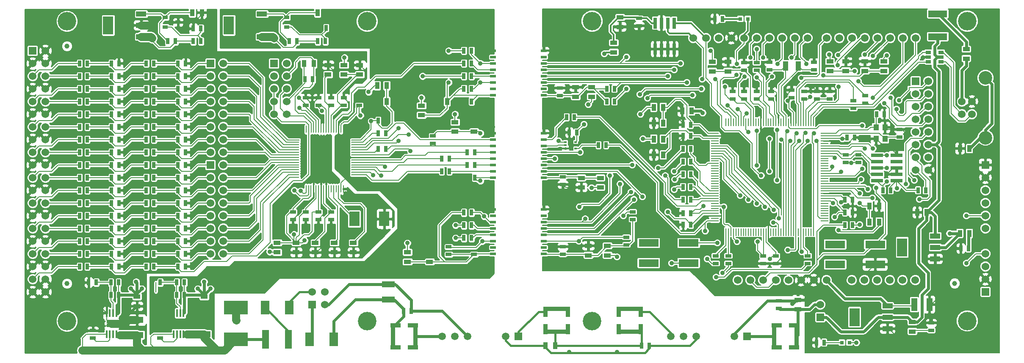
<source format=gtl>
G04 (created by PCBNEW-RS274X (2012-apr-16-27)-stable) date Sat 21 Dec 2013 03:19:58 PM CET*
G01*
G70*
G90*
%MOIN*%
G04 Gerber Fmt 3.4, Leading zero omitted, Abs format*
%FSLAX34Y34*%
G04 APERTURE LIST*
%ADD10C,0.008000*%
%ADD11R,0.043300X0.051200*%
%ADD12R,0.208700X0.037400*%
%ADD13R,0.033500X0.078700*%
%ADD14R,0.045000X0.025000*%
%ADD15R,0.025000X0.045000*%
%ADD16R,0.055000X0.035000*%
%ADD17R,0.037400X0.208700*%
%ADD18R,0.078700X0.033500*%
%ADD19R,0.059100X0.059100*%
%ADD20C,0.059100*%
%ADD21R,0.070900X0.106300*%
%ADD22R,0.060000X0.060000*%
%ADD23C,0.060000*%
%ADD24R,0.039400X0.027600*%
%ADD25R,0.035000X0.055000*%
%ADD26R,0.080000X0.144000*%
%ADD27R,0.080000X0.040000*%
%ADD28R,0.031400X0.031400*%
%ADD29R,0.020000X0.012000*%
%ADD30R,0.050000X0.100000*%
%ADD31R,0.015700X0.063000*%
%ADD32R,0.031500X0.061800*%
%ADD33R,0.027800X0.031500*%
%ADD34R,0.027600X0.031500*%
%ADD35R,0.100000X0.050000*%
%ADD36R,0.045000X0.020000*%
%ADD37R,0.094500X0.029900*%
%ADD38R,0.157500X0.060000*%
%ADD39R,0.190000X0.110000*%
%ADD40R,0.055000X0.150000*%
%ADD41R,0.043300X0.074800*%
%ADD42R,0.150000X0.055000*%
%ADD43C,0.106300*%
%ADD44R,0.060000X0.010000*%
%ADD45R,0.010000X0.060000*%
%ADD46R,0.078700X0.118100*%
%ADD47R,0.060000X0.009800*%
%ADD48O,0.060000X0.009800*%
%ADD49O,0.009800X0.060000*%
%ADD50C,0.145700*%
%ADD51C,0.039400*%
%ADD52R,0.027600X0.086600*%
%ADD53C,0.035000*%
%ADD54C,0.024000*%
%ADD55C,0.012000*%
%ADD56C,0.016000*%
%ADD57C,0.064000*%
%ADD58C,0.010000*%
%ADD59C,0.006000*%
G04 APERTURE END LIST*
G54D10*
G54D11*
X83104Y-29953D03*
X83104Y-29047D03*
X82396Y-29047D03*
X82396Y-29953D03*
G54D12*
X63000Y-43354D03*
X63000Y-45146D03*
G54D13*
X62124Y-43561D03*
X63876Y-43561D03*
X62124Y-44939D03*
X63876Y-44939D03*
G54D14*
X77018Y-39167D03*
X77018Y-39767D03*
X69768Y-39167D03*
X69768Y-39767D03*
X70768Y-39167D03*
X70768Y-39767D03*
G54D15*
X67800Y-30750D03*
X67200Y-30750D03*
X67800Y-32750D03*
X67200Y-32750D03*
X67800Y-31750D03*
X67200Y-31750D03*
X67800Y-33750D03*
X67200Y-33750D03*
X67800Y-34750D03*
X67200Y-34750D03*
X60550Y-30450D03*
X61150Y-30450D03*
X58050Y-28250D03*
X58650Y-28250D03*
X50200Y-31000D03*
X50800Y-31000D03*
X48200Y-31500D03*
X48800Y-31500D03*
X48200Y-32500D03*
X48800Y-32500D03*
X50200Y-32000D03*
X50800Y-32000D03*
X49950Y-37750D03*
X50550Y-37750D03*
X49950Y-36750D03*
X50550Y-36750D03*
X49950Y-24000D03*
X50550Y-24000D03*
X49950Y-25000D03*
X50550Y-25000D03*
X43200Y-30750D03*
X43800Y-30750D03*
X43200Y-29500D03*
X43800Y-29500D03*
G54D14*
X74750Y-43300D03*
X74750Y-42700D03*
G54D16*
X76250Y-43375D03*
X76250Y-42625D03*
G54D17*
X76146Y-45500D03*
X74354Y-45500D03*
G54D18*
X75939Y-44624D03*
X75939Y-46376D03*
X74561Y-44624D03*
X74561Y-46376D03*
G54D19*
X72250Y-45500D03*
G54D20*
X71250Y-45500D03*
X68250Y-45500D03*
X67250Y-45500D03*
X66250Y-45500D03*
G54D14*
X63750Y-20450D03*
X63750Y-21050D03*
G54D16*
X61750Y-23125D03*
X61750Y-22375D03*
X62250Y-20375D03*
X62250Y-21125D03*
G54D21*
X36195Y-43250D03*
X34305Y-43250D03*
X39695Y-45750D03*
X37805Y-45750D03*
G54D22*
X35000Y-24000D03*
G54D23*
X36000Y-24000D03*
X35000Y-25000D03*
X36000Y-25000D03*
X35000Y-26000D03*
X36000Y-26000D03*
X35000Y-27000D03*
X36000Y-27000D03*
X35000Y-28000D03*
X36000Y-28000D03*
G54D16*
X89500Y-23625D03*
X89500Y-22875D03*
G54D24*
X37000Y-20750D03*
X36000Y-21125D03*
X36000Y-20375D03*
G54D15*
X38450Y-22250D03*
X39050Y-22250D03*
X39100Y-21200D03*
X38500Y-21200D03*
X36800Y-22250D03*
X36200Y-22250D03*
G54D25*
X38425Y-20000D03*
X39175Y-20000D03*
G54D26*
X31450Y-21000D03*
G54D27*
X34050Y-21000D03*
X34050Y-20100D03*
X34050Y-21900D03*
G54D26*
X21950Y-21000D03*
G54D27*
X24550Y-21000D03*
X24550Y-20100D03*
X24550Y-21900D03*
G54D25*
X28575Y-20000D03*
X29325Y-20000D03*
G54D15*
X27250Y-22250D03*
X26650Y-22250D03*
X29250Y-21250D03*
X28650Y-21250D03*
X28650Y-22250D03*
X29250Y-22250D03*
G54D24*
X27450Y-20750D03*
X26450Y-21125D03*
X26450Y-20375D03*
G54D14*
X73000Y-24550D03*
X73000Y-23950D03*
G54D24*
X87500Y-23125D03*
X87500Y-23500D03*
X87500Y-23875D03*
X86500Y-23875D03*
X86500Y-23500D03*
X86500Y-23125D03*
G54D15*
X70300Y-20500D03*
X69700Y-20500D03*
G54D28*
X72295Y-20500D03*
X71705Y-20500D03*
G54D23*
X71490Y-41080D03*
X72490Y-41080D03*
X73490Y-41080D03*
X74490Y-41080D03*
X75490Y-41080D03*
X76490Y-41080D03*
X77490Y-41080D03*
X78490Y-41080D03*
X80480Y-41080D03*
X81480Y-41080D03*
X82480Y-41080D03*
X83480Y-41080D03*
X84480Y-41080D03*
X85480Y-41080D03*
X85510Y-30400D03*
X85510Y-31400D03*
X85510Y-32400D03*
X86510Y-32400D03*
X86510Y-31400D03*
X86510Y-30400D03*
X85510Y-22000D03*
X84510Y-22000D03*
X83510Y-22000D03*
X82510Y-22000D03*
X81510Y-22000D03*
X80510Y-22000D03*
X79510Y-22000D03*
X78510Y-22000D03*
X77000Y-22000D03*
X76000Y-22000D03*
X75000Y-22000D03*
X74000Y-22000D03*
X73000Y-22000D03*
X72000Y-22000D03*
X71000Y-22000D03*
X70000Y-22000D03*
X69000Y-22000D03*
X68000Y-22000D03*
G54D15*
X58850Y-29450D03*
X58250Y-29450D03*
G54D29*
X57950Y-30200D03*
X57950Y-30700D03*
X58750Y-30200D03*
X57950Y-30450D03*
X58750Y-30700D03*
G54D30*
X85400Y-43000D03*
X86600Y-43000D03*
G54D16*
X85250Y-44375D03*
X85250Y-45125D03*
G54D26*
X80700Y-44000D03*
G54D27*
X83300Y-44000D03*
X83300Y-43100D03*
X83300Y-44900D03*
G54D15*
X43200Y-28500D03*
X43800Y-28500D03*
G54D25*
X43875Y-27000D03*
X43125Y-27000D03*
G54D14*
X41700Y-27300D03*
X41700Y-26700D03*
G54D25*
X43875Y-25750D03*
X43125Y-25750D03*
G54D31*
X27884Y-43673D03*
X27628Y-43673D03*
X27372Y-43673D03*
X27116Y-43673D03*
X27116Y-45327D03*
X27372Y-45327D03*
X27628Y-45327D03*
X27884Y-45327D03*
G54D32*
X27500Y-44500D03*
G54D33*
X27736Y-44653D03*
G54D34*
X27736Y-44347D03*
X27264Y-44653D03*
X27264Y-44347D03*
G54D15*
X27950Y-41250D03*
X27350Y-41250D03*
G54D16*
X29500Y-42375D03*
X29500Y-43125D03*
G54D35*
X29500Y-45350D03*
X29500Y-44150D03*
G54D14*
X26050Y-45650D03*
X26050Y-45050D03*
G54D15*
X27950Y-42250D03*
X27350Y-42250D03*
X26050Y-41250D03*
X25450Y-41250D03*
X21013Y-41250D03*
X20413Y-41250D03*
X22763Y-42250D03*
X22163Y-42250D03*
G54D14*
X20750Y-45650D03*
X20750Y-45050D03*
G54D35*
X24213Y-45400D03*
X24213Y-44200D03*
G54D16*
X24213Y-42375D03*
X24213Y-43125D03*
G54D15*
X22763Y-41250D03*
X22163Y-41250D03*
G54D31*
X22597Y-43673D03*
X22341Y-43673D03*
X22085Y-43673D03*
X21829Y-43673D03*
X21829Y-45327D03*
X22085Y-45327D03*
X22341Y-45327D03*
X22597Y-45327D03*
G54D32*
X22213Y-44500D03*
G54D33*
X22449Y-44653D03*
G54D34*
X22449Y-44347D03*
X21977Y-44653D03*
X21977Y-44347D03*
G54D14*
X47500Y-29700D03*
X47500Y-30300D03*
G54D16*
X61250Y-38375D03*
X61250Y-39125D03*
X59750Y-39125D03*
X59750Y-38375D03*
G54D14*
X57750Y-39050D03*
X57750Y-38450D03*
X62750Y-38300D03*
X62750Y-37700D03*
X63250Y-36300D03*
X63250Y-35700D03*
G54D15*
X49950Y-35750D03*
X50550Y-35750D03*
G54D14*
X48750Y-39050D03*
X48750Y-38450D03*
X50750Y-39050D03*
X50750Y-39650D03*
G54D16*
X47250Y-39625D03*
X47250Y-38875D03*
X45500Y-39625D03*
X45500Y-38875D03*
X49250Y-29375D03*
X49250Y-28625D03*
X50750Y-29375D03*
X50750Y-28625D03*
G54D15*
X50800Y-33000D03*
X50200Y-33000D03*
G54D14*
X57750Y-32950D03*
X57750Y-33550D03*
G54D16*
X59200Y-33025D03*
X59200Y-33775D03*
X60700Y-33025D03*
X60700Y-33775D03*
X60000Y-25875D03*
X60000Y-26625D03*
X58750Y-26625D03*
X58750Y-25875D03*
G54D14*
X57500Y-26550D03*
X57500Y-25950D03*
G54D15*
X61200Y-26000D03*
X61800Y-26000D03*
X61200Y-27000D03*
X61800Y-27000D03*
X49950Y-23000D03*
X50550Y-23000D03*
X49950Y-26000D03*
X50550Y-26000D03*
X50550Y-27000D03*
X49950Y-27000D03*
G54D25*
X48625Y-27000D03*
X47875Y-27000D03*
G54D16*
X46600Y-28075D03*
X46600Y-27325D03*
G54D36*
X56250Y-39000D03*
X56250Y-38500D03*
X56250Y-38000D03*
X56250Y-37500D03*
X56250Y-37000D03*
X56250Y-36500D03*
X56250Y-36000D03*
X56250Y-35500D03*
X52250Y-35500D03*
X52250Y-36000D03*
X52250Y-36500D03*
X52250Y-37000D03*
X52250Y-37500D03*
X52250Y-38000D03*
X52250Y-38500D03*
X52250Y-39000D03*
X56250Y-26500D03*
X56250Y-26000D03*
X56250Y-25500D03*
X56250Y-25000D03*
X56250Y-24500D03*
X56250Y-24000D03*
X56250Y-23500D03*
X56250Y-23000D03*
X52250Y-23000D03*
X52250Y-23500D03*
X52250Y-24000D03*
X52250Y-24500D03*
X52250Y-25000D03*
X52250Y-25500D03*
X52250Y-26000D03*
X52250Y-26500D03*
X56250Y-33000D03*
X56250Y-32500D03*
X56250Y-32000D03*
X56250Y-31500D03*
X56250Y-31000D03*
X56250Y-30500D03*
X56250Y-30000D03*
X56250Y-29500D03*
X52250Y-29500D03*
X52250Y-30000D03*
X52250Y-30500D03*
X52250Y-31000D03*
X52250Y-31500D03*
X52250Y-32000D03*
X52250Y-32500D03*
X52250Y-33000D03*
G54D22*
X16000Y-23000D03*
G54D23*
X17000Y-23000D03*
X16000Y-28000D03*
X17000Y-24000D03*
X16000Y-29000D03*
X17000Y-25000D03*
X16000Y-30000D03*
X17000Y-26000D03*
X16000Y-31000D03*
X17000Y-27000D03*
X16000Y-32000D03*
X17000Y-28000D03*
X16000Y-33000D03*
X17000Y-29000D03*
X16000Y-34000D03*
X17000Y-30000D03*
X16000Y-35000D03*
X17000Y-31000D03*
X16000Y-36000D03*
X17000Y-32000D03*
X16000Y-37000D03*
X17000Y-33000D03*
X16000Y-38000D03*
X17000Y-34000D03*
X17000Y-35000D03*
X16000Y-39000D03*
X17000Y-36000D03*
X17000Y-38000D03*
X17000Y-39000D03*
X17000Y-40000D03*
X17000Y-41000D03*
X16000Y-40000D03*
X16000Y-41000D03*
X16000Y-24000D03*
X16000Y-25000D03*
X16000Y-26000D03*
X16000Y-27000D03*
X16000Y-42000D03*
X17000Y-42000D03*
X17000Y-37000D03*
G54D22*
X91000Y-42000D03*
G54D23*
X91000Y-41000D03*
X91000Y-40000D03*
X91000Y-39000D03*
G54D22*
X91000Y-32000D03*
G54D23*
X91000Y-33000D03*
X91000Y-34000D03*
X91000Y-35000D03*
X91000Y-36000D03*
X91000Y-37000D03*
G54D15*
X85700Y-34000D03*
X86300Y-34000D03*
G54D14*
X80000Y-31800D03*
X80000Y-31200D03*
X81000Y-31800D03*
X81000Y-31200D03*
G54D15*
X83550Y-34000D03*
X82950Y-34000D03*
G54D37*
X84018Y-33250D03*
X82482Y-33250D03*
X84018Y-32750D03*
X82482Y-32750D03*
X84018Y-32250D03*
X82482Y-32250D03*
X84018Y-31750D03*
X82482Y-31750D03*
X84018Y-31250D03*
X82482Y-31250D03*
G54D15*
X79950Y-36750D03*
X80550Y-36750D03*
G54D38*
X82325Y-39837D03*
X82325Y-38263D03*
X79175Y-39837D03*
X79175Y-38263D03*
G54D15*
X78300Y-46000D03*
X77700Y-46000D03*
G54D28*
X80295Y-46000D03*
X79705Y-46000D03*
G54D39*
X32000Y-45750D03*
X32000Y-43250D03*
G54D40*
X34350Y-45750D03*
X36150Y-45750D03*
G54D14*
X78750Y-26800D03*
X78750Y-26200D03*
X77750Y-26800D03*
X77750Y-26200D03*
X81550Y-26550D03*
X81550Y-27150D03*
X80600Y-26950D03*
X80600Y-27550D03*
G54D41*
X76260Y-24217D03*
X75276Y-24217D03*
G54D14*
X77518Y-24517D03*
X77518Y-23917D03*
X74018Y-24517D03*
X74018Y-23917D03*
G54D15*
X82450Y-28000D03*
X83050Y-28000D03*
G54D14*
X84250Y-29800D03*
X84250Y-29200D03*
G54D25*
X65643Y-31217D03*
X64893Y-31217D03*
G54D15*
X67800Y-29700D03*
X67200Y-29700D03*
G54D25*
X64893Y-29967D03*
X65643Y-29967D03*
X88995Y-30709D03*
X89745Y-30709D03*
G54D19*
X54250Y-45500D03*
G54D20*
X53250Y-45500D03*
X50250Y-45500D03*
X49250Y-45500D03*
X48250Y-45500D03*
G54D17*
X46146Y-45500D03*
X44354Y-45500D03*
G54D18*
X45939Y-44624D03*
X45939Y-46376D03*
X44561Y-44624D03*
X44561Y-46376D03*
G54D12*
X57250Y-45146D03*
X57250Y-43354D03*
G54D13*
X58126Y-44939D03*
X56374Y-44939D03*
X58126Y-43561D03*
X56374Y-43561D03*
G54D25*
X57125Y-46250D03*
X56375Y-46250D03*
G54D35*
X44000Y-42600D03*
X44000Y-41400D03*
G54D15*
X45200Y-43500D03*
X45800Y-43500D03*
X63950Y-46250D03*
X64550Y-46250D03*
G54D22*
X78000Y-44000D03*
G54D23*
X78000Y-43000D03*
G54D22*
X38000Y-43000D03*
G54D23*
X38000Y-42000D03*
X39000Y-43000D03*
X39000Y-42000D03*
G54D42*
X87250Y-20100D03*
X87250Y-21900D03*
G54D23*
X89150Y-27000D03*
X89150Y-28000D03*
X89937Y-28000D03*
X89937Y-27000D03*
G54D43*
X91000Y-25138D03*
X91000Y-29862D03*
G54D16*
X80018Y-24592D03*
X80018Y-23842D03*
G54D25*
X81875Y-35250D03*
X82625Y-35250D03*
G54D15*
X80100Y-29850D03*
X80700Y-29850D03*
G54D25*
X82625Y-36500D03*
X81875Y-36500D03*
G54D14*
X75750Y-26700D03*
X75750Y-26100D03*
X73518Y-39167D03*
X73518Y-39767D03*
X73000Y-26800D03*
X73000Y-26200D03*
G54D15*
X67818Y-35817D03*
X67218Y-35817D03*
G54D14*
X72000Y-26800D03*
X72000Y-26200D03*
G54D25*
X67875Y-27750D03*
X67125Y-27750D03*
G54D15*
X79950Y-35750D03*
X80550Y-35750D03*
G54D25*
X64893Y-27467D03*
X65643Y-27467D03*
G54D15*
X67800Y-28850D03*
X67200Y-28850D03*
G54D25*
X65643Y-28717D03*
X64893Y-28717D03*
G54D16*
X81518Y-24592D03*
X81518Y-23842D03*
G54D14*
X76750Y-26800D03*
X76750Y-26200D03*
G54D16*
X83018Y-23842D03*
X83018Y-24592D03*
X78768Y-23842D03*
X78768Y-24592D03*
X69500Y-23875D03*
X69500Y-24625D03*
G54D14*
X71100Y-26800D03*
X71100Y-26200D03*
X74518Y-39167D03*
X74518Y-39767D03*
G54D15*
X79950Y-34750D03*
X80550Y-34750D03*
G54D14*
X74150Y-26800D03*
X74150Y-26200D03*
G54D15*
X67818Y-36717D03*
X67218Y-36717D03*
G54D14*
X72000Y-24550D03*
X72000Y-23950D03*
G54D16*
X70750Y-24625D03*
X70750Y-23875D03*
G54D44*
X78343Y-36412D03*
X78343Y-36212D03*
X78343Y-36017D03*
X78343Y-35822D03*
X78343Y-35622D03*
X78343Y-35427D03*
X78343Y-35232D03*
X78343Y-35032D03*
X78343Y-34837D03*
X78343Y-34642D03*
X78343Y-34442D03*
X78343Y-34247D03*
X78343Y-34052D03*
X78343Y-33852D03*
X78343Y-33657D03*
X78343Y-33462D03*
X78343Y-33262D03*
X78343Y-33067D03*
X78343Y-32867D03*
X78343Y-32672D03*
X78343Y-32472D03*
X78343Y-32277D03*
X78343Y-32082D03*
X78343Y-31882D03*
X78343Y-31687D03*
X78343Y-31492D03*
X78343Y-31292D03*
X78343Y-31097D03*
X78343Y-30902D03*
X78343Y-30702D03*
X78343Y-30507D03*
X78343Y-30312D03*
X78343Y-30112D03*
X78343Y-29917D03*
X78343Y-29722D03*
X78343Y-29522D03*
G54D45*
X71753Y-28642D03*
X71558Y-28642D03*
X71363Y-28642D03*
X71163Y-28642D03*
X70968Y-28642D03*
X70773Y-28642D03*
X70573Y-28642D03*
X71558Y-37292D03*
X71753Y-37292D03*
X71953Y-37292D03*
X72148Y-37292D03*
X72343Y-37292D03*
X72543Y-37292D03*
X72738Y-37292D03*
X72933Y-37292D03*
X73133Y-37292D03*
X73328Y-37292D03*
X73523Y-37292D03*
X73723Y-37292D03*
X73918Y-37292D03*
X74118Y-37292D03*
X74313Y-37292D03*
X74513Y-37292D03*
X74708Y-37292D03*
X74903Y-37292D03*
X75103Y-37292D03*
X75298Y-37292D03*
X75493Y-37292D03*
X75693Y-37292D03*
X75888Y-37292D03*
X76083Y-37292D03*
X76283Y-37292D03*
X76478Y-37292D03*
X76673Y-37292D03*
X76873Y-37292D03*
X77068Y-37292D03*
X77263Y-37292D03*
X77463Y-37292D03*
X77463Y-28642D03*
X77263Y-28642D03*
X77068Y-28642D03*
X76873Y-28642D03*
X76673Y-28642D03*
X76478Y-28642D03*
X76283Y-28642D03*
X76083Y-28642D03*
X75888Y-28642D03*
X75693Y-28642D03*
X75493Y-28642D03*
X75298Y-28642D03*
X75103Y-28642D03*
X74903Y-28642D03*
X74708Y-28642D03*
X74513Y-28642D03*
X74313Y-28642D03*
X74118Y-28642D03*
X73918Y-28642D03*
X73723Y-28642D03*
X73523Y-28642D03*
X73328Y-28642D03*
X73133Y-28642D03*
X72933Y-28642D03*
X72738Y-28642D03*
X72543Y-28642D03*
X72343Y-28642D03*
X72148Y-28642D03*
X71953Y-28642D03*
G54D44*
X69693Y-30507D03*
X69693Y-30702D03*
X69693Y-30902D03*
X69693Y-31097D03*
X69693Y-31292D03*
X69693Y-31492D03*
X69693Y-31687D03*
X69693Y-31882D03*
X69693Y-32082D03*
X69693Y-32277D03*
X69693Y-32472D03*
X69693Y-32672D03*
X69693Y-32867D03*
X69693Y-33067D03*
X69693Y-33262D03*
X69693Y-33462D03*
X69693Y-33657D03*
X69693Y-33852D03*
X69693Y-34052D03*
X69693Y-34247D03*
X69693Y-34442D03*
X69693Y-34642D03*
X69693Y-34837D03*
X69693Y-35032D03*
X69693Y-35232D03*
X69693Y-35427D03*
X69693Y-35622D03*
X69693Y-35822D03*
X69693Y-36017D03*
X69693Y-36212D03*
X69693Y-36412D03*
X69693Y-29522D03*
X69693Y-29722D03*
X69693Y-29917D03*
X69693Y-30112D03*
X69693Y-30312D03*
G54D45*
X70573Y-37292D03*
X70773Y-37292D03*
X70968Y-37292D03*
X71163Y-37292D03*
X71363Y-37292D03*
G54D16*
X35250Y-38125D03*
X35250Y-38875D03*
X40500Y-24875D03*
X40500Y-24125D03*
G54D14*
X40500Y-27300D03*
X40500Y-26700D03*
G54D16*
X41750Y-24875D03*
X41750Y-24125D03*
G54D15*
X37450Y-25250D03*
X38050Y-25250D03*
G54D25*
X37375Y-24000D03*
X38125Y-24000D03*
G54D16*
X39750Y-38125D03*
X39750Y-38875D03*
G54D14*
X39500Y-26700D03*
X39500Y-27300D03*
G54D16*
X39250Y-24125D03*
X39250Y-24875D03*
X41250Y-38125D03*
X41250Y-38875D03*
G54D46*
X41319Y-36250D03*
X43681Y-36250D03*
G54D16*
X38250Y-38875D03*
X38250Y-38125D03*
G54D14*
X39500Y-36300D03*
X39500Y-35700D03*
X38500Y-35700D03*
X38500Y-36300D03*
X36500Y-35700D03*
X36500Y-36300D03*
X37500Y-35700D03*
X37500Y-36300D03*
X38500Y-27300D03*
X38500Y-26700D03*
G54D16*
X36750Y-38125D03*
X36750Y-38875D03*
G54D14*
X37500Y-27300D03*
X37500Y-26700D03*
G54D15*
X27450Y-35000D03*
X28050Y-35000D03*
X22200Y-35000D03*
X22800Y-35000D03*
X24950Y-35000D03*
X25550Y-35000D03*
X19700Y-35000D03*
X20300Y-35000D03*
X19700Y-34000D03*
X20300Y-34000D03*
X24950Y-34000D03*
X25550Y-34000D03*
X22200Y-34000D03*
X22800Y-34000D03*
X27450Y-34000D03*
X28050Y-34000D03*
X27450Y-32000D03*
X28050Y-32000D03*
X22200Y-32000D03*
X22800Y-32000D03*
X24950Y-32000D03*
X25550Y-32000D03*
X19700Y-32000D03*
X20300Y-32000D03*
X19700Y-33000D03*
X20300Y-33000D03*
X24950Y-33000D03*
X25550Y-33000D03*
X22200Y-33000D03*
X22800Y-33000D03*
X27450Y-33000D03*
X28050Y-33000D03*
X27450Y-37000D03*
X28050Y-37000D03*
X22200Y-37000D03*
X22800Y-37000D03*
X24950Y-37000D03*
X25550Y-37000D03*
X19700Y-37000D03*
X20300Y-37000D03*
X19700Y-36000D03*
X20300Y-36000D03*
X24950Y-36000D03*
X25550Y-36000D03*
X22200Y-36000D03*
X22800Y-36000D03*
X27450Y-36000D03*
X28050Y-36000D03*
X27450Y-38000D03*
X28050Y-38000D03*
X22200Y-38000D03*
X22800Y-38000D03*
X24950Y-38000D03*
X25550Y-38000D03*
X19700Y-38000D03*
X20300Y-38000D03*
X19700Y-39000D03*
X20300Y-39000D03*
X24950Y-39000D03*
X25550Y-39000D03*
X22200Y-39000D03*
X22800Y-39000D03*
X27450Y-39000D03*
X28050Y-39000D03*
X27450Y-31000D03*
X28050Y-31000D03*
X22200Y-31000D03*
X22800Y-31000D03*
X24950Y-31000D03*
X25550Y-31000D03*
X19700Y-31000D03*
X20300Y-31000D03*
X19700Y-30000D03*
X20300Y-30000D03*
X24950Y-30000D03*
X25550Y-30000D03*
X22200Y-30000D03*
X22800Y-30000D03*
X27450Y-30000D03*
X28050Y-30000D03*
X27450Y-28000D03*
X28050Y-28000D03*
X22200Y-28000D03*
X22800Y-28000D03*
X24950Y-28000D03*
X25550Y-28000D03*
X19700Y-28000D03*
X20300Y-28000D03*
X19700Y-29000D03*
X20300Y-29000D03*
X24950Y-29000D03*
X25550Y-29000D03*
X22200Y-29000D03*
X22800Y-29000D03*
X27450Y-29000D03*
X28050Y-29000D03*
X27450Y-25000D03*
X28050Y-25000D03*
X22200Y-25000D03*
X22800Y-25000D03*
X24950Y-25000D03*
X25550Y-25000D03*
X19700Y-25000D03*
X20300Y-25000D03*
X19700Y-24000D03*
X20300Y-24000D03*
X24950Y-24000D03*
X25550Y-24000D03*
X22200Y-24000D03*
X22800Y-24000D03*
X27450Y-24000D03*
X28050Y-24000D03*
X27450Y-26000D03*
X28050Y-26000D03*
X22200Y-26000D03*
X22800Y-26000D03*
X24950Y-26000D03*
X25550Y-26000D03*
X19700Y-26000D03*
X20300Y-26000D03*
X19700Y-27000D03*
X20300Y-27000D03*
X24950Y-27000D03*
X25550Y-27000D03*
X22200Y-27000D03*
X22800Y-27000D03*
X27450Y-27000D03*
X28050Y-27000D03*
G54D22*
X30000Y-32000D03*
G54D23*
X31000Y-32000D03*
X30000Y-33000D03*
X31000Y-33000D03*
X30000Y-34000D03*
X31000Y-34000D03*
X30000Y-35000D03*
X31000Y-35000D03*
X30000Y-36000D03*
X31000Y-36000D03*
X30000Y-37000D03*
X31000Y-37000D03*
X30000Y-38000D03*
X31000Y-38000D03*
X30000Y-39000D03*
X31000Y-39000D03*
G54D22*
X30000Y-24000D03*
G54D23*
X31000Y-24000D03*
X30000Y-25000D03*
X31000Y-25000D03*
X30000Y-26000D03*
X31000Y-26000D03*
X30000Y-27000D03*
X31000Y-27000D03*
X30000Y-28000D03*
X31000Y-28000D03*
X30000Y-29000D03*
X31000Y-29000D03*
X30000Y-30000D03*
X31000Y-30000D03*
X30000Y-31000D03*
X31000Y-31000D03*
G54D47*
X36689Y-30024D03*
G54D48*
X36689Y-30221D03*
X36689Y-30418D03*
X36689Y-30615D03*
X36689Y-30812D03*
X36689Y-31008D03*
X36689Y-31205D03*
X36689Y-31402D03*
X36689Y-31599D03*
X36689Y-31796D03*
X36689Y-31993D03*
X36689Y-32189D03*
X36689Y-32386D03*
X36689Y-32583D03*
X36689Y-32780D03*
X36689Y-32977D03*
G54D49*
X37524Y-33875D03*
X37721Y-33875D03*
X37918Y-33875D03*
X38115Y-33875D03*
X38312Y-33875D03*
X38508Y-33875D03*
X38705Y-33875D03*
X38902Y-33875D03*
X39099Y-33875D03*
X39296Y-33875D03*
X39493Y-33875D03*
X39689Y-33875D03*
X39886Y-33875D03*
X40083Y-33875D03*
X40280Y-33875D03*
X40477Y-33875D03*
G54D48*
X41375Y-32977D03*
X41375Y-32780D03*
X41375Y-32583D03*
X41375Y-32386D03*
X41375Y-32189D03*
X41375Y-31993D03*
X41375Y-31796D03*
X41375Y-31599D03*
X41375Y-31402D03*
X41375Y-31205D03*
X41375Y-31008D03*
X41375Y-30812D03*
X41375Y-30615D03*
X41375Y-30418D03*
X41375Y-30221D03*
X41375Y-30024D03*
G54D49*
X40477Y-29189D03*
X40280Y-29189D03*
X39886Y-29189D03*
X40083Y-29182D03*
X39689Y-29189D03*
X39493Y-29189D03*
X39296Y-29189D03*
X39099Y-29189D03*
X38902Y-29189D03*
X38705Y-29189D03*
X38511Y-29189D03*
X38314Y-29189D03*
X38117Y-29189D03*
X37920Y-29189D03*
X37724Y-29189D03*
X37527Y-29189D03*
G54D26*
X84450Y-38500D03*
G54D27*
X87050Y-38500D03*
X87050Y-37600D03*
X87050Y-39400D03*
G54D25*
X88995Y-37402D03*
X89745Y-37402D03*
X86375Y-35750D03*
X85625Y-35750D03*
G54D15*
X89070Y-38583D03*
X89670Y-38583D03*
G54D14*
X86750Y-44450D03*
X86750Y-45050D03*
G54D22*
X85510Y-25400D03*
G54D23*
X86510Y-25400D03*
X85510Y-26400D03*
X86510Y-26400D03*
X85510Y-27400D03*
X86510Y-27400D03*
X85510Y-28400D03*
X86510Y-28400D03*
X85510Y-29400D03*
X86510Y-29400D03*
G54D15*
X22200Y-40000D03*
X22800Y-40000D03*
X27450Y-40000D03*
X28050Y-40000D03*
X19700Y-40000D03*
X20300Y-40000D03*
X24950Y-40000D03*
X25550Y-40000D03*
G54D50*
X18701Y-20669D03*
X18701Y-44291D03*
X89567Y-20669D03*
X89567Y-44291D03*
X60039Y-44291D03*
X60039Y-20669D03*
X42323Y-44291D03*
X42323Y-20669D03*
G54D51*
X88583Y-41339D03*
X18701Y-41339D03*
X18701Y-22638D03*
G54D52*
X65000Y-22874D03*
X65500Y-22874D03*
X66000Y-22874D03*
X66500Y-22874D03*
X66500Y-20826D03*
X66000Y-20826D03*
X65500Y-20826D03*
X65000Y-20826D03*
G54D38*
X67643Y-39730D03*
X67643Y-38156D03*
X64493Y-39730D03*
X64493Y-38156D03*
G54D53*
X59400Y-28800D03*
X80850Y-46000D03*
X62000Y-39250D03*
X78700Y-23300D03*
X84050Y-33850D03*
X63850Y-28000D03*
X61000Y-23250D03*
X88189Y-37402D03*
X60000Y-33800D03*
X73000Y-22880D03*
X69380Y-23000D03*
X64050Y-29950D03*
X59750Y-27250D03*
X80450Y-31850D03*
X66300Y-39750D03*
X83225Y-23375D03*
X42650Y-28550D03*
X41800Y-28100D03*
X36575Y-37480D03*
X38785Y-27725D03*
X37402Y-37953D03*
X36969Y-26713D03*
X35000Y-22000D03*
X30000Y-41750D03*
X49250Y-28000D03*
X29000Y-41750D03*
X45500Y-38150D03*
X42450Y-26250D03*
X29500Y-41200D03*
X46600Y-26700D03*
X24150Y-41200D03*
X25400Y-22000D03*
X40551Y-23543D03*
X34665Y-38839D03*
X23750Y-41750D03*
X24600Y-41750D03*
X63200Y-32000D03*
X65250Y-32250D03*
X66500Y-24500D03*
X66500Y-32500D03*
X63800Y-26450D03*
X59000Y-38000D03*
X68650Y-26000D03*
X72350Y-29400D03*
X61450Y-32850D03*
X59050Y-35300D03*
X45750Y-30900D03*
X51400Y-38000D03*
X67950Y-26500D03*
X64400Y-26750D03*
X62500Y-36000D03*
X62250Y-33500D03*
X72200Y-27950D03*
X59500Y-36250D03*
X51550Y-36050D03*
X44800Y-30100D03*
X67500Y-25500D03*
X71500Y-27600D03*
X51250Y-25500D03*
X45600Y-29600D03*
X62750Y-23500D03*
X70700Y-27300D03*
X62750Y-26000D03*
X67000Y-24000D03*
X51250Y-24000D03*
X44800Y-29100D03*
X65800Y-32850D03*
X66000Y-25000D03*
X43750Y-32150D03*
X46700Y-25000D03*
X57100Y-31500D03*
X69800Y-40850D03*
X57400Y-30100D03*
X66500Y-33950D03*
X63325Y-34725D03*
X42800Y-32800D03*
X49300Y-37750D03*
X63100Y-34150D03*
X66550Y-33150D03*
X49300Y-36750D03*
X43450Y-32850D03*
X82400Y-33800D03*
X81300Y-28900D03*
X83250Y-31250D03*
X83250Y-32250D03*
X81500Y-30700D03*
X82150Y-30700D03*
X83250Y-33300D03*
X84200Y-26900D03*
X81200Y-33150D03*
X81300Y-32300D03*
X84000Y-27600D03*
X84750Y-33500D03*
X82100Y-34600D03*
X81750Y-33900D03*
X83550Y-26700D03*
X83050Y-27150D03*
X81100Y-34250D03*
X74750Y-36200D03*
X73350Y-32850D03*
X79000Y-35000D03*
X68700Y-25250D03*
X69750Y-25250D03*
X73000Y-35050D03*
X73650Y-35300D03*
X74350Y-35550D03*
X85400Y-33200D03*
X68950Y-37200D03*
X64000Y-34500D03*
X69100Y-39400D03*
X85800Y-34700D03*
X59100Y-31000D03*
X70300Y-40500D03*
X74650Y-24050D03*
X70400Y-35300D03*
X74600Y-29250D03*
X74600Y-33200D03*
X76840Y-29480D03*
X71450Y-38050D03*
X75450Y-38700D03*
X79370Y-24150D03*
X71700Y-34400D03*
X72350Y-34750D03*
X82150Y-26700D03*
X79150Y-31450D03*
X89500Y-39750D03*
X77700Y-30100D03*
X81000Y-25400D03*
X89500Y-36000D03*
X82150Y-23420D03*
X77500Y-29500D03*
X71400Y-24900D03*
X71425Y-24025D03*
X69900Y-38150D03*
X74300Y-36550D03*
X74950Y-30000D03*
X75750Y-23550D03*
X75400Y-29350D03*
X76900Y-24050D03*
X75650Y-30100D03*
X76500Y-25150D03*
X76150Y-29500D03*
X79400Y-23350D03*
X76350Y-30100D03*
X76550Y-38850D03*
X81500Y-23300D03*
X77010Y-30110D03*
X79650Y-32550D03*
X73500Y-23550D03*
X74000Y-32500D03*
X74000Y-29950D03*
X78950Y-32150D03*
X72500Y-23550D03*
X73000Y-29300D03*
X73000Y-32050D03*
X37100Y-34050D03*
X36600Y-34000D03*
X74200Y-25050D03*
X79450Y-25825D03*
X66000Y-35700D03*
X74050Y-39400D03*
X70500Y-25850D03*
X80700Y-24600D03*
X81100Y-36700D03*
X79650Y-34950D03*
X73000Y-25100D03*
X79125Y-36100D03*
X79450Y-37125D03*
X68800Y-35250D03*
X72050Y-25050D03*
X68750Y-27900D03*
X73075Y-38050D03*
X75450Y-26950D03*
X81100Y-35000D03*
X79750Y-29950D03*
X77200Y-26650D03*
X78250Y-24950D03*
X28500Y-36000D03*
X23250Y-33000D03*
X37550Y-38875D03*
X28500Y-25000D03*
X28550Y-40000D03*
X23250Y-31000D03*
X38500Y-36750D03*
X39050Y-38875D03*
X23250Y-34000D03*
X51500Y-22500D03*
X52000Y-39500D03*
X37500Y-36750D03*
X28500Y-29000D03*
X34400Y-23550D03*
X28500Y-32000D03*
X42150Y-33400D03*
X23250Y-37000D03*
X42670Y-26990D03*
X42650Y-27700D03*
X44600Y-31200D03*
X35000Y-21000D03*
X28500Y-38000D03*
X47250Y-38150D03*
X40500Y-38875D03*
X28500Y-34000D03*
X52000Y-35250D03*
X23250Y-27000D03*
X23250Y-29000D03*
X23250Y-28000D03*
X28500Y-30000D03*
X28500Y-37000D03*
X49750Y-33000D03*
X50000Y-27750D03*
X28500Y-31000D03*
X23250Y-36000D03*
X23250Y-26000D03*
X51500Y-28500D03*
X52250Y-29000D03*
X37500Y-21000D03*
X48000Y-26000D03*
X28500Y-39000D03*
X23250Y-30000D03*
X36500Y-36800D03*
X28500Y-27000D03*
X39252Y-34941D03*
X23250Y-35000D03*
X23250Y-25000D03*
X28500Y-24000D03*
X28500Y-35000D03*
X32050Y-44250D03*
X40650Y-34250D03*
X41700Y-26300D03*
X23250Y-38000D03*
X23250Y-32000D03*
X38500Y-26300D03*
X39500Y-36750D03*
X28000Y-21000D03*
X28500Y-26000D03*
X28500Y-28000D03*
X25400Y-21000D03*
X23250Y-24000D03*
X23250Y-39000D03*
X36550Y-29200D03*
X41750Y-23550D03*
X28500Y-33000D03*
X37500Y-26300D03*
X38700Y-23850D03*
X23250Y-40000D03*
X70750Y-23400D03*
X77800Y-45350D03*
X57000Y-38500D03*
X77400Y-25850D03*
X72025Y-25675D03*
X57000Y-35500D03*
X81800Y-29850D03*
X75200Y-39750D03*
X66850Y-28350D03*
X88100Y-39700D03*
X72850Y-39750D03*
X80950Y-23900D03*
X72825Y-25800D03*
X75950Y-27450D03*
X77350Y-42280D03*
X85050Y-35900D03*
X66750Y-36600D03*
X75800Y-42950D03*
X87250Y-42500D03*
X56950Y-23000D03*
X77450Y-23450D03*
X68500Y-29350D03*
X81100Y-29900D03*
X78250Y-26200D03*
X71175Y-25675D03*
X56800Y-29500D03*
X76900Y-42560D03*
X56900Y-26000D03*
X86100Y-23550D03*
X66700Y-35600D03*
X75800Y-25550D03*
X84250Y-45750D03*
X68900Y-36150D03*
X71800Y-35500D03*
X76775Y-33225D03*
X80330Y-23370D03*
X65550Y-36750D03*
X83250Y-32750D03*
X74250Y-23500D03*
X82500Y-35850D03*
X56900Y-33400D03*
X73150Y-27800D03*
X66850Y-30150D03*
X66850Y-27250D03*
X63900Y-28700D03*
X74250Y-25800D03*
X64100Y-31000D03*
X71750Y-23350D03*
X57700Y-29300D03*
X81350Y-36100D03*
X51250Y-29500D03*
X51250Y-33250D03*
X48750Y-23000D03*
X48750Y-25500D03*
X37000Y-27500D03*
X62000Y-46750D03*
X58250Y-46750D03*
G54D10*
X25700Y-41250D02*
X25700Y-42007D01*
G54D54*
X88976Y-37402D02*
X87878Y-38500D01*
G54D10*
X84018Y-33818D02*
X84018Y-33250D01*
X60025Y-33775D02*
X60000Y-33800D01*
X83550Y-33718D02*
X84018Y-33250D01*
X69500Y-23875D02*
X69500Y-23120D01*
X78768Y-23368D02*
X78700Y-23300D01*
X61875Y-39125D02*
X62000Y-39250D01*
X66320Y-39730D02*
X66300Y-39750D01*
G54D54*
X88995Y-37402D02*
X88189Y-37402D01*
G54D10*
X84768Y-34000D02*
X84018Y-33250D01*
G54D55*
X61125Y-23125D02*
X61000Y-23250D01*
G54D10*
X67643Y-39730D02*
X66320Y-39730D01*
X60700Y-33775D02*
X60025Y-33775D01*
X58850Y-29450D02*
X58850Y-29350D01*
X58850Y-29350D02*
X59400Y-28800D01*
X72490Y-41080D02*
X72490Y-41140D01*
X64893Y-29967D02*
X64067Y-29967D01*
G54D54*
X88995Y-37402D02*
X88976Y-37402D01*
G54D10*
X83018Y-23842D02*
X83018Y-23582D01*
X83550Y-34000D02*
X83550Y-33718D01*
X83018Y-23582D02*
X83225Y-23375D01*
X73920Y-41650D02*
X74490Y-41080D01*
X85700Y-34000D02*
X84768Y-34000D01*
G54D55*
X61750Y-23125D02*
X61125Y-23125D01*
G54D54*
X87878Y-38500D02*
X87050Y-38500D01*
G54D10*
X80500Y-31800D02*
X80450Y-31850D01*
X60000Y-26625D02*
X60000Y-27000D01*
X73000Y-23950D02*
X73000Y-22880D01*
X80400Y-31800D02*
X80000Y-31800D01*
X64067Y-29967D02*
X64050Y-29950D01*
X80295Y-46000D02*
X80850Y-46000D01*
X84018Y-33818D02*
X84050Y-33850D01*
X64893Y-27467D02*
X64383Y-27467D01*
X60000Y-27000D02*
X59750Y-27250D01*
X58850Y-30100D02*
X58750Y-30200D01*
X81000Y-31800D02*
X80500Y-31800D01*
X61250Y-39125D02*
X61875Y-39125D01*
X69500Y-23120D02*
X69380Y-23000D01*
X58850Y-29450D02*
X58850Y-30100D01*
X73000Y-41650D02*
X73920Y-41650D01*
X72490Y-41140D02*
X73000Y-41650D01*
X78768Y-23842D02*
X78768Y-23368D01*
X64383Y-27467D02*
X63850Y-28000D01*
X80400Y-31800D02*
X80450Y-31850D01*
X41700Y-27300D02*
X41700Y-28000D01*
X44296Y-28746D02*
X43942Y-29100D01*
X43875Y-27000D02*
X43875Y-27375D01*
X42650Y-28550D02*
X42700Y-28500D01*
X43875Y-27000D02*
X43875Y-25750D01*
X42650Y-29200D02*
X42650Y-28550D01*
X41500Y-27900D02*
X41500Y-27500D01*
X43942Y-29100D02*
X43500Y-29100D01*
X40280Y-29189D02*
X40280Y-28820D01*
X40500Y-28600D02*
X40800Y-28600D01*
X44296Y-27796D02*
X44296Y-28746D01*
X41375Y-30024D02*
X41826Y-30024D01*
X41500Y-27500D02*
X41700Y-27300D01*
X41826Y-30024D02*
X42650Y-29200D01*
X43875Y-27375D02*
X44296Y-27796D01*
X43500Y-29100D02*
X43200Y-28800D01*
X43200Y-28800D02*
X43200Y-28500D01*
X40800Y-28600D02*
X41500Y-27900D01*
X42700Y-28500D02*
X43200Y-28500D01*
X41700Y-28000D02*
X41800Y-28100D01*
X40280Y-28820D02*
X40500Y-28600D01*
G54D54*
X82560Y-44000D02*
X83300Y-44000D01*
G54D56*
X87225Y-23475D02*
X87250Y-23500D01*
G54D54*
X87350Y-24650D02*
X87000Y-24300D01*
X87350Y-30650D02*
X87350Y-34775D01*
X87200Y-23500D02*
X87225Y-23475D01*
X83970Y-44000D02*
X84875Y-44000D01*
X78470Y-44000D02*
X79620Y-45150D01*
X83300Y-44000D02*
X83970Y-44000D01*
X78000Y-44000D02*
X78470Y-44000D01*
X86510Y-30400D02*
X87100Y-30400D01*
X79620Y-45150D02*
X81410Y-45150D01*
X87200Y-23500D02*
X87500Y-23500D01*
X86375Y-35750D02*
X86750Y-35750D01*
X86000Y-44000D02*
X86000Y-42250D01*
X87000Y-22650D02*
X87000Y-23250D01*
X81410Y-45150D02*
X82560Y-44000D01*
X86500Y-40500D02*
X85750Y-39750D01*
X87000Y-23300D02*
X87200Y-23500D01*
X86500Y-41750D02*
X86500Y-40500D01*
X87350Y-24750D02*
X87350Y-24650D01*
X87000Y-23250D02*
X87000Y-23300D01*
X87250Y-22400D02*
X87000Y-22650D01*
X87250Y-21900D02*
X87250Y-22400D01*
X87100Y-30400D02*
X87350Y-30650D01*
X87350Y-30050D02*
X87350Y-30150D01*
G54D56*
X87500Y-23500D02*
X87250Y-23500D01*
G54D54*
X85750Y-37000D02*
X86375Y-36375D01*
X87000Y-24300D02*
X87000Y-23700D01*
X87200Y-23500D02*
X87000Y-23700D01*
X86000Y-42250D02*
X86500Y-41750D01*
X87350Y-30150D02*
X87100Y-30400D01*
X87050Y-36050D02*
X87050Y-37600D01*
X84875Y-44000D02*
X85250Y-44375D01*
X85750Y-39750D02*
X85750Y-37000D01*
X86750Y-35750D02*
X87050Y-36050D01*
X86375Y-35750D02*
X87350Y-34775D01*
X85250Y-44375D02*
X85625Y-44375D01*
X87350Y-24750D02*
X87350Y-30050D01*
X85625Y-44375D02*
X86000Y-44000D01*
X86375Y-36375D02*
X86375Y-35750D01*
G54D10*
X37358Y-35700D02*
X37000Y-36058D01*
X36575Y-37480D02*
X36575Y-37950D01*
X37230Y-38125D02*
X36750Y-38125D01*
X36000Y-36850D02*
X36000Y-37375D01*
X36000Y-37375D02*
X36750Y-38125D01*
X36575Y-37950D02*
X36750Y-38125D01*
X37500Y-27300D02*
X37500Y-27244D01*
X38500Y-27300D02*
X38500Y-27440D01*
X38000Y-35750D02*
X38000Y-36750D01*
X36300Y-35700D02*
X36000Y-36000D01*
X38508Y-35692D02*
X38500Y-35700D01*
X37700Y-34650D02*
X37300Y-34650D01*
X37000Y-36058D02*
X37000Y-36558D01*
X38500Y-35700D02*
X38050Y-35700D01*
X37000Y-37500D02*
X36750Y-37750D01*
X37300Y-34650D02*
X36500Y-35450D01*
X37500Y-35700D02*
X37358Y-35700D01*
X37000Y-36558D02*
X37000Y-37500D01*
X37500Y-27244D02*
X36969Y-26713D01*
X35250Y-38125D02*
X36750Y-38125D01*
X39099Y-27649D02*
X38750Y-27300D01*
X38050Y-35700D02*
X38000Y-35750D01*
X37918Y-33875D02*
X37918Y-34432D01*
X37375Y-37500D02*
X36750Y-38125D01*
X37500Y-27442D02*
X37500Y-27300D01*
X38000Y-36750D02*
X38000Y-37250D01*
X37500Y-27300D02*
X37315Y-27300D01*
X37918Y-34432D02*
X37700Y-34650D01*
X37750Y-37500D02*
X37375Y-37500D01*
X36500Y-35450D02*
X36500Y-35700D01*
X38750Y-27300D02*
X38500Y-27300D01*
X38000Y-37250D02*
X37750Y-37500D01*
X36750Y-37750D02*
X36750Y-38125D01*
X38312Y-33875D02*
X38312Y-34638D01*
X38500Y-27440D02*
X38785Y-27725D01*
X39099Y-29189D02*
X39099Y-27649D01*
X37402Y-37953D02*
X37230Y-38125D01*
X38312Y-34638D02*
X37500Y-35450D01*
X38511Y-29189D02*
X38511Y-28453D01*
X36500Y-35700D02*
X36300Y-35700D01*
X38511Y-28453D02*
X37500Y-27442D01*
X38508Y-33875D02*
X38508Y-35692D01*
X36000Y-36850D02*
X36000Y-36875D01*
X37500Y-35450D02*
X37500Y-35700D01*
X36000Y-36000D02*
X36000Y-36850D01*
X36800Y-22250D02*
X36750Y-22300D01*
G54D54*
X29375Y-42250D02*
X29500Y-42375D01*
G54D10*
X46600Y-27325D02*
X46600Y-26700D01*
X45500Y-38875D02*
X45500Y-38150D01*
X42950Y-25750D02*
X42450Y-26250D01*
G54D54*
X27950Y-42250D02*
X29375Y-42250D01*
X29500Y-42250D02*
X29000Y-41750D01*
G54D10*
X27884Y-43673D02*
X27884Y-42316D01*
X27950Y-41250D02*
X27950Y-42250D01*
G54D54*
X29500Y-42250D02*
X30000Y-41750D01*
G54D10*
X35750Y-22750D02*
X36500Y-22750D01*
G54D54*
X29500Y-42375D02*
X29500Y-41200D01*
G54D10*
X43125Y-25750D02*
X42950Y-25750D01*
X27884Y-42316D02*
X27950Y-42250D01*
X36800Y-22250D02*
X38450Y-22250D01*
X27884Y-42984D02*
X27950Y-42918D01*
X35750Y-22750D02*
X35000Y-22000D01*
X36500Y-22750D02*
X36750Y-22500D01*
G54D54*
X27950Y-42250D02*
X27950Y-43650D01*
G54D10*
X49250Y-28625D02*
X49250Y-28000D01*
G54D57*
X34900Y-21900D02*
X34050Y-21900D01*
G54D10*
X27884Y-43673D02*
X27884Y-42984D01*
X36750Y-22500D02*
X36750Y-22300D01*
G54D57*
X34900Y-21900D02*
X35000Y-22000D01*
G54D54*
X29500Y-42375D02*
X29500Y-42250D01*
X24213Y-42137D02*
X24600Y-41750D01*
G54D10*
X34701Y-38875D02*
X34665Y-38839D01*
G54D54*
X24213Y-42213D02*
X23750Y-41750D01*
G54D55*
X22597Y-43053D02*
X22763Y-42887D01*
G54D10*
X25950Y-22750D02*
X26850Y-22750D01*
G54D55*
X22763Y-42887D02*
X22763Y-42250D01*
G54D57*
X25300Y-21900D02*
X25400Y-22000D01*
G54D54*
X24213Y-42375D02*
X24213Y-42213D01*
G54D10*
X25400Y-22200D02*
X25950Y-22750D01*
X40551Y-24074D02*
X40551Y-23543D01*
X40500Y-24125D02*
X40551Y-24074D01*
X26850Y-22750D02*
X27250Y-22350D01*
G54D54*
X22763Y-42250D02*
X24088Y-42250D01*
X24213Y-42375D02*
X24213Y-42137D01*
G54D10*
X35250Y-38875D02*
X34701Y-38875D01*
X22763Y-41250D02*
X22763Y-42250D01*
X25400Y-22000D02*
X25400Y-22200D01*
G54D54*
X22763Y-42250D02*
X22763Y-43637D01*
X24213Y-41263D02*
X24150Y-41200D01*
G54D10*
X27250Y-22350D02*
X27250Y-22250D01*
G54D54*
X24213Y-42375D02*
X24213Y-41263D01*
X24088Y-42250D02*
X24213Y-42375D01*
G54D55*
X22597Y-43673D02*
X22597Y-43053D01*
G54D54*
X22763Y-43637D02*
X22700Y-43700D01*
G54D10*
X28650Y-22250D02*
X27250Y-22250D01*
G54D57*
X24550Y-21900D02*
X25300Y-21900D01*
G54D10*
X76146Y-45500D02*
X76146Y-44831D01*
X74750Y-43300D02*
X74900Y-43300D01*
G54D54*
X76250Y-43375D02*
X76250Y-45396D01*
X77155Y-43375D02*
X76250Y-43375D01*
G54D10*
X76146Y-44831D02*
X75939Y-44624D01*
X76146Y-46169D02*
X75939Y-46376D01*
G54D54*
X76250Y-45396D02*
X76146Y-45500D01*
X74825Y-43375D02*
X74750Y-43300D01*
X76250Y-43375D02*
X74825Y-43375D01*
X77530Y-43000D02*
X77155Y-43375D01*
X78000Y-43000D02*
X77530Y-43000D01*
G54D10*
X76146Y-45500D02*
X76146Y-46169D01*
G54D57*
X22853Y-45400D02*
X22913Y-45400D01*
G54D10*
X20227Y-45327D02*
X19927Y-45627D01*
X25302Y-45552D02*
X25302Y-46152D01*
G54D57*
X29500Y-45600D02*
X30500Y-46600D01*
X29500Y-45350D02*
X29500Y-45600D01*
X28155Y-45350D02*
X28140Y-45335D01*
X24213Y-45400D02*
X24213Y-46163D01*
X30500Y-46600D02*
X25750Y-46600D01*
X22863Y-45400D02*
X22853Y-45390D01*
X22853Y-45390D02*
X22853Y-45400D01*
G54D10*
X25302Y-46152D02*
X25750Y-46600D01*
G54D57*
X25750Y-46600D02*
X24650Y-46600D01*
X29500Y-45350D02*
X28155Y-45350D01*
X24213Y-45400D02*
X22863Y-45400D01*
X31950Y-45750D02*
X31100Y-46600D01*
G54D10*
X27116Y-45327D02*
X25527Y-45327D01*
G54D57*
X28140Y-45335D02*
X28140Y-45350D01*
X31100Y-46600D02*
X30500Y-46600D01*
G54D54*
X32000Y-45750D02*
X34350Y-45750D01*
G54D55*
X22597Y-45327D02*
X24140Y-45327D01*
G54D10*
X25302Y-45552D02*
X25300Y-45554D01*
G54D57*
X28250Y-45350D02*
X28250Y-45327D01*
G54D55*
X27884Y-45327D02*
X28250Y-45327D01*
G54D57*
X24650Y-46600D02*
X19927Y-46600D01*
X28140Y-45350D02*
X28350Y-45350D01*
X24213Y-46163D02*
X24650Y-46600D01*
G54D55*
X24140Y-45327D02*
X24213Y-45400D01*
G54D10*
X25527Y-45327D02*
X25302Y-45552D01*
G54D57*
X28350Y-45350D02*
X28250Y-45350D01*
G54D10*
X19927Y-45627D02*
X19927Y-46600D01*
X19900Y-46600D02*
X19900Y-46850D01*
G54D57*
X19927Y-46600D02*
X19900Y-46600D01*
X32000Y-45750D02*
X31950Y-45750D01*
G54D10*
X19927Y-45627D02*
X19900Y-45654D01*
X21829Y-45327D02*
X20227Y-45327D01*
G54D54*
X45200Y-43500D02*
X45200Y-43350D01*
G54D10*
X44354Y-45500D02*
X44354Y-46169D01*
X44354Y-44831D02*
X44561Y-44624D01*
X44354Y-46169D02*
X44561Y-46376D01*
G54D54*
X44561Y-44624D02*
X44561Y-44589D01*
X39695Y-44305D02*
X39695Y-45750D01*
X44000Y-42600D02*
X41400Y-42600D01*
X45200Y-43350D02*
X44450Y-42600D01*
G54D10*
X44354Y-45500D02*
X44354Y-44831D01*
G54D54*
X44450Y-42600D02*
X44000Y-42600D01*
X45200Y-43950D02*
X45200Y-43500D01*
X41400Y-42600D02*
X39695Y-44305D01*
X44561Y-44589D02*
X45200Y-43950D01*
G54D10*
X65250Y-32250D02*
X65700Y-32250D01*
X63200Y-32000D02*
X56250Y-32000D01*
X67200Y-30750D02*
X67200Y-30800D01*
X67200Y-30750D02*
X65700Y-32250D01*
X66500Y-32500D02*
X67200Y-31800D01*
X67200Y-31800D02*
X67200Y-31750D01*
X56250Y-24500D02*
X66500Y-24500D01*
X46000Y-24000D02*
X49950Y-24000D01*
X41100Y-26450D02*
X41100Y-26350D01*
X41100Y-26350D02*
X41575Y-25875D01*
X42125Y-25875D02*
X43000Y-25000D01*
X40850Y-28000D02*
X41100Y-27750D01*
X43000Y-25000D02*
X45000Y-25000D01*
X40400Y-28000D02*
X40850Y-28000D01*
X39886Y-28514D02*
X40400Y-28000D01*
X41100Y-27750D02*
X41100Y-26450D01*
X41575Y-25875D02*
X42125Y-25875D01*
X39886Y-29189D02*
X39886Y-28514D01*
X46000Y-24000D02*
X45000Y-25000D01*
X43039Y-32189D02*
X43350Y-32500D01*
X42900Y-32189D02*
X41375Y-32189D01*
X44800Y-32000D02*
X44300Y-32500D01*
X42939Y-32189D02*
X42900Y-32189D01*
X47000Y-32000D02*
X50200Y-32000D01*
X42900Y-32189D02*
X43039Y-32189D01*
X44300Y-32500D02*
X43350Y-32500D01*
X47000Y-32000D02*
X44800Y-32000D01*
X60550Y-35100D02*
X60600Y-35100D01*
X72148Y-28642D02*
X72148Y-29098D01*
X72148Y-29198D02*
X72350Y-29400D01*
X59300Y-37700D02*
X59000Y-38000D01*
X59250Y-35100D02*
X60550Y-35100D01*
X56250Y-38000D02*
X59000Y-38000D01*
X64250Y-26000D02*
X68650Y-26000D01*
X62750Y-37700D02*
X59300Y-37700D01*
X72148Y-29098D02*
X72148Y-29198D01*
X63800Y-26450D02*
X64250Y-26000D01*
X61450Y-34250D02*
X61450Y-32850D01*
X60600Y-35100D02*
X61450Y-34250D01*
X59050Y-35300D02*
X59250Y-35100D01*
X50250Y-38500D02*
X50900Y-38500D01*
X45600Y-30750D02*
X45750Y-30900D01*
X44045Y-31205D02*
X41375Y-31205D01*
X51400Y-38000D02*
X50900Y-38500D01*
X44500Y-30750D02*
X45600Y-30750D01*
X44045Y-31205D02*
X44250Y-31000D01*
X48800Y-38500D02*
X48750Y-38450D01*
X44250Y-31000D02*
X44500Y-30750D01*
X52250Y-38000D02*
X51400Y-38000D01*
X50250Y-38500D02*
X48800Y-38500D01*
X59250Y-36500D02*
X59950Y-36500D01*
X72200Y-27950D02*
X71953Y-28197D01*
X62800Y-35700D02*
X62500Y-36000D01*
X56250Y-36500D02*
X59250Y-36500D01*
X63250Y-35700D02*
X62800Y-35700D01*
X64650Y-26500D02*
X67950Y-26500D01*
X62250Y-34250D02*
X62250Y-33500D01*
X71953Y-28197D02*
X71953Y-28642D01*
X59950Y-36500D02*
X60000Y-36500D01*
X60000Y-36500D02*
X62250Y-34250D01*
X59500Y-36250D02*
X59250Y-36500D01*
X64400Y-26750D02*
X64650Y-26500D01*
X51250Y-35750D02*
X51550Y-36050D01*
X52000Y-36500D02*
X51550Y-36050D01*
X44410Y-30270D02*
X44480Y-30270D01*
X44480Y-30270D02*
X44630Y-30270D01*
X50550Y-35750D02*
X51250Y-35750D01*
X44630Y-30270D02*
X44800Y-30100D01*
X42328Y-30812D02*
X42870Y-30270D01*
X42328Y-30812D02*
X41375Y-30812D01*
X52250Y-36500D02*
X52000Y-36500D01*
X42870Y-30270D02*
X44410Y-30270D01*
X71500Y-27600D02*
X71753Y-27853D01*
X71753Y-27853D02*
X71753Y-28642D01*
X67500Y-25500D02*
X62750Y-25500D01*
X62300Y-25500D02*
X61800Y-26000D01*
X62750Y-25500D02*
X62300Y-25500D01*
X62750Y-25500D02*
X56250Y-25500D01*
X42245Y-30615D02*
X42778Y-30082D01*
X50550Y-26000D02*
X50750Y-26000D01*
X52250Y-25500D02*
X51250Y-25500D01*
X44318Y-30082D02*
X44800Y-29600D01*
X42778Y-30082D02*
X44168Y-30082D01*
X44800Y-29600D02*
X45600Y-29600D01*
X50750Y-26000D02*
X51250Y-25500D01*
X44168Y-30082D02*
X44318Y-30082D01*
X42245Y-30615D02*
X41375Y-30615D01*
X62250Y-24000D02*
X56250Y-24000D01*
X61800Y-27000D02*
X61800Y-26950D01*
X62750Y-23500D02*
X62250Y-24000D01*
X71558Y-28158D02*
X70700Y-27300D01*
X61800Y-26950D02*
X62750Y-26000D01*
X71558Y-28642D02*
X71558Y-28158D01*
X67000Y-24000D02*
X62250Y-24000D01*
X42182Y-30418D02*
X42700Y-29900D01*
X52250Y-24000D02*
X51250Y-24000D01*
X42700Y-29900D02*
X44000Y-29900D01*
X42182Y-30418D02*
X41375Y-30418D01*
X50550Y-23000D02*
X50550Y-23300D01*
X44800Y-29100D02*
X44200Y-29700D01*
X44000Y-29900D02*
X44200Y-29700D01*
X50550Y-23300D02*
X51250Y-24000D01*
X57300Y-30500D02*
X57350Y-30450D01*
X57350Y-30450D02*
X57950Y-30450D01*
X56800Y-30500D02*
X57300Y-30500D01*
X56250Y-30500D02*
X56800Y-30500D01*
X43800Y-30750D02*
X44000Y-30750D01*
X47300Y-30500D02*
X47500Y-30300D01*
X47750Y-30500D02*
X47250Y-30500D01*
X44000Y-30750D02*
X44250Y-30500D01*
X47550Y-30300D02*
X47750Y-30500D01*
X45000Y-30500D02*
X44750Y-30500D01*
X47750Y-30500D02*
X52250Y-30500D01*
X47000Y-30500D02*
X47250Y-30500D01*
X47250Y-30500D02*
X47300Y-30500D01*
X47000Y-30500D02*
X45000Y-30500D01*
X44250Y-30500D02*
X44750Y-30500D01*
X47500Y-30300D02*
X47550Y-30300D01*
X42000Y-32780D02*
X42030Y-32780D01*
X45500Y-32500D02*
X47000Y-32500D01*
X42000Y-32780D02*
X42280Y-32780D01*
X42280Y-32780D02*
X42700Y-33200D01*
X47000Y-32500D02*
X48200Y-32500D01*
X41375Y-32780D02*
X42000Y-32780D01*
X42700Y-33200D02*
X44800Y-33200D01*
X44800Y-33200D02*
X45500Y-32500D01*
X45350Y-31250D02*
X46900Y-31250D01*
X41375Y-31599D02*
X44900Y-31599D01*
X44900Y-31599D02*
X44901Y-31599D01*
X45001Y-31599D02*
X45350Y-31250D01*
X46900Y-31250D02*
X47150Y-31000D01*
X47150Y-31000D02*
X50200Y-31000D01*
X44900Y-31599D02*
X45001Y-31599D01*
X66000Y-25000D02*
X56250Y-25000D01*
X66000Y-33050D02*
X65800Y-32850D01*
X67000Y-34750D02*
X67200Y-34750D01*
X66000Y-34200D02*
X66000Y-33050D01*
X67200Y-34750D02*
X66550Y-34750D01*
X66550Y-34750D02*
X66000Y-34200D01*
X43243Y-31993D02*
X43593Y-31993D01*
X43243Y-31993D02*
X41375Y-31993D01*
X43593Y-31993D02*
X43750Y-32150D01*
X49950Y-25000D02*
X46700Y-25000D01*
X57500Y-30200D02*
X57950Y-30200D01*
X69800Y-40850D02*
X70450Y-40850D01*
X57400Y-30100D02*
X57500Y-30200D01*
X70450Y-40850D02*
X71050Y-40250D01*
X76535Y-40250D02*
X77018Y-39767D01*
X71050Y-40250D02*
X76535Y-40250D01*
X56250Y-31500D02*
X57100Y-31500D01*
X45204Y-31796D02*
X45500Y-31500D01*
X43500Y-31796D02*
X45204Y-31796D01*
X43500Y-31796D02*
X41375Y-31796D01*
X43546Y-31796D02*
X43500Y-31796D01*
X45500Y-31500D02*
X47000Y-31500D01*
X47000Y-31500D02*
X48200Y-31500D01*
X66337Y-34837D02*
X65800Y-34300D01*
X65800Y-34300D02*
X65800Y-33400D01*
X68663Y-34837D02*
X68250Y-35250D01*
X60650Y-28250D02*
X58650Y-28250D01*
X68250Y-35250D02*
X66750Y-35250D01*
X66750Y-35250D02*
X66337Y-34837D01*
X65800Y-33400D02*
X60650Y-28250D01*
X69693Y-34837D02*
X68663Y-34837D01*
X45200Y-28700D02*
X44600Y-28700D01*
X52250Y-30000D02*
X47350Y-30000D01*
X47150Y-30000D02*
X47000Y-30000D01*
X47250Y-30000D02*
X47150Y-30000D01*
X46500Y-30000D02*
X45200Y-28700D01*
X47000Y-30000D02*
X46500Y-30000D01*
X47350Y-30000D02*
X47250Y-30000D01*
X44600Y-28700D02*
X43800Y-29500D01*
X60550Y-37500D02*
X63325Y-34725D01*
X56250Y-37500D02*
X60550Y-37500D01*
X66700Y-33750D02*
X67200Y-33750D01*
X63325Y-34725D02*
X63350Y-34700D01*
X66500Y-33950D02*
X66700Y-33750D01*
X49950Y-37750D02*
X49300Y-37750D01*
X42583Y-32583D02*
X42800Y-32800D01*
X42333Y-32583D02*
X41375Y-32583D01*
X42333Y-32583D02*
X42583Y-32583D01*
X60200Y-37000D02*
X56250Y-37000D01*
X63050Y-34150D02*
X60200Y-37000D01*
X67200Y-32750D02*
X66950Y-32750D01*
X63050Y-34150D02*
X63100Y-34150D01*
X66950Y-32750D02*
X66550Y-33150D01*
X42886Y-32386D02*
X43300Y-32800D01*
X43300Y-32800D02*
X43400Y-32800D01*
X42600Y-32386D02*
X42886Y-32386D01*
X42636Y-32386D02*
X42600Y-32386D01*
X49300Y-36750D02*
X49950Y-36750D01*
X43400Y-32800D02*
X43450Y-32850D01*
X42600Y-32386D02*
X41375Y-32386D01*
X66180Y-29430D02*
X66180Y-30680D01*
X67800Y-29700D02*
X67800Y-29650D01*
X67450Y-29300D02*
X66310Y-29300D01*
X68767Y-29917D02*
X68550Y-29700D01*
X67800Y-29650D02*
X67450Y-29300D01*
X66310Y-29300D02*
X66180Y-29430D01*
X68550Y-29700D02*
X67800Y-29700D01*
X66180Y-29430D02*
X65643Y-29967D01*
X66180Y-30680D02*
X65643Y-31217D01*
X69693Y-29917D02*
X68767Y-29917D01*
X40300Y-27300D02*
X40000Y-27000D01*
X40000Y-27000D02*
X40000Y-26450D01*
X41575Y-24875D02*
X41750Y-24875D01*
X39493Y-28107D02*
X40300Y-27300D01*
X40500Y-27300D02*
X40300Y-27300D01*
X40000Y-26450D02*
X41575Y-24875D01*
X41750Y-24875D02*
X40500Y-24875D01*
X39493Y-29189D02*
X39493Y-28107D01*
X31700Y-39162D02*
X33638Y-39162D01*
X37724Y-32726D02*
X37724Y-29189D01*
X35000Y-28000D02*
X35000Y-27000D01*
X37500Y-28600D02*
X35600Y-28600D01*
X37724Y-29189D02*
X37724Y-28824D01*
X29500Y-39600D02*
X31262Y-39600D01*
X37724Y-28824D02*
X37500Y-28600D01*
X31262Y-39600D02*
X31700Y-39162D01*
X27700Y-40400D02*
X28700Y-40400D01*
X36500Y-33250D02*
X37200Y-33250D01*
X34700Y-38100D02*
X34700Y-35050D01*
X35000Y-27000D02*
X35000Y-26000D01*
X25550Y-40000D02*
X27450Y-40000D01*
X28700Y-40400D02*
X29500Y-39600D01*
X33638Y-39162D02*
X34700Y-38100D01*
X27450Y-40150D02*
X27700Y-40400D01*
X35600Y-28600D02*
X35000Y-28000D01*
X34700Y-35050D02*
X36500Y-33250D01*
X27450Y-40000D02*
X27450Y-40150D01*
X37200Y-33250D02*
X37724Y-32726D01*
X18000Y-40000D02*
X17500Y-40500D01*
X19700Y-40000D02*
X18000Y-40000D01*
X16500Y-40500D02*
X16000Y-41000D01*
X17500Y-40500D02*
X16500Y-40500D01*
X19700Y-38000D02*
X18000Y-38000D01*
X16500Y-38500D02*
X16000Y-39000D01*
X18000Y-38000D02*
X17500Y-38500D01*
X17500Y-38500D02*
X16500Y-38500D01*
X19700Y-39000D02*
X17000Y-39000D01*
X16500Y-36500D02*
X16000Y-37000D01*
X18000Y-36000D02*
X17500Y-36500D01*
X19700Y-36000D02*
X18000Y-36000D01*
X17500Y-36500D02*
X16500Y-36500D01*
X19700Y-37000D02*
X17000Y-37000D01*
X18000Y-34000D02*
X17500Y-34500D01*
X19700Y-34000D02*
X18000Y-34000D01*
X17500Y-34500D02*
X16500Y-34500D01*
X16500Y-34500D02*
X16000Y-35000D01*
X19700Y-35000D02*
X17000Y-35000D01*
X17500Y-32500D02*
X16500Y-32500D01*
X16500Y-32500D02*
X16000Y-33000D01*
X19700Y-32000D02*
X18000Y-32000D01*
X18000Y-32000D02*
X17500Y-32500D01*
X19700Y-33000D02*
X17000Y-33000D01*
X17500Y-30500D02*
X16500Y-30500D01*
X19700Y-30000D02*
X18000Y-30000D01*
X18000Y-30000D02*
X17500Y-30500D01*
X16500Y-30500D02*
X16000Y-31000D01*
X19700Y-31000D02*
X17000Y-31000D01*
X17500Y-28500D02*
X16500Y-28500D01*
X18000Y-28000D02*
X17500Y-28500D01*
X19700Y-28000D02*
X18000Y-28000D01*
X16500Y-28500D02*
X16000Y-29000D01*
X19700Y-29000D02*
X17000Y-29000D01*
X17500Y-26500D02*
X16500Y-26500D01*
X19700Y-26000D02*
X18000Y-26000D01*
X18000Y-26000D02*
X17500Y-26500D01*
X16500Y-26500D02*
X16000Y-27000D01*
X19700Y-27000D02*
X17000Y-27000D01*
X18000Y-24000D02*
X17500Y-24500D01*
X16500Y-24500D02*
X16000Y-25000D01*
X17500Y-24500D02*
X16500Y-24500D01*
X19700Y-24000D02*
X18000Y-24000D01*
X19700Y-25000D02*
X17000Y-25000D01*
X82325Y-38263D02*
X82187Y-38263D01*
X81450Y-39000D02*
X78250Y-39000D01*
X82187Y-38263D02*
X81450Y-39000D01*
X81100Y-28900D02*
X79450Y-28900D01*
X78250Y-39000D02*
X77750Y-39500D01*
X83150Y-34950D02*
X83150Y-37438D01*
X82482Y-31250D02*
X83250Y-31250D01*
X79450Y-28900D02*
X79400Y-28900D01*
X79400Y-28900D02*
X77950Y-28900D01*
X77100Y-40500D02*
X74070Y-40500D01*
X77700Y-29150D02*
X75650Y-29150D01*
X77750Y-39500D02*
X77750Y-39850D01*
X77950Y-28900D02*
X77700Y-29150D01*
X73490Y-41080D02*
X74070Y-40500D01*
X82400Y-34200D02*
X83150Y-34950D01*
X83150Y-37438D02*
X82325Y-38263D01*
X86300Y-33190D02*
X85510Y-32400D01*
X78250Y-36750D02*
X79950Y-36750D01*
X81100Y-28900D02*
X81300Y-28900D01*
X82400Y-33800D02*
X82400Y-34200D01*
X77750Y-37550D02*
X77750Y-37250D01*
X77750Y-37550D02*
X77750Y-39500D01*
X75493Y-28993D02*
X75493Y-28642D01*
X77750Y-39850D02*
X77100Y-40500D01*
X75650Y-29150D02*
X75493Y-28993D01*
X77750Y-37250D02*
X78250Y-36750D01*
X86300Y-34000D02*
X86300Y-33190D01*
X81300Y-31250D02*
X81050Y-31250D01*
X81000Y-31200D02*
X80700Y-31200D01*
X81550Y-31500D02*
X81300Y-31250D01*
X81050Y-31250D02*
X81000Y-31200D01*
X80700Y-31200D02*
X80400Y-31500D01*
X81550Y-31500D02*
X81850Y-31800D01*
X79297Y-31097D02*
X78343Y-31097D01*
X80400Y-31500D02*
X79700Y-31500D01*
X82482Y-32750D02*
X82000Y-32750D01*
X81850Y-31800D02*
X81850Y-32600D01*
X81850Y-32600D02*
X82000Y-32750D01*
X79297Y-31097D02*
X79700Y-31500D01*
X82100Y-31750D02*
X82482Y-31750D01*
X82100Y-31750D02*
X82482Y-31750D01*
X79450Y-30950D02*
X79650Y-31150D01*
X79950Y-31150D02*
X80000Y-31200D01*
X80400Y-31200D02*
X80700Y-30900D01*
X79402Y-30902D02*
X79450Y-30950D01*
X81250Y-30900D02*
X82100Y-31750D01*
X80700Y-30900D02*
X81250Y-30900D01*
X78343Y-30902D02*
X79402Y-30902D01*
X79650Y-31150D02*
X79950Y-31150D01*
X80000Y-31200D02*
X80400Y-31200D01*
X80300Y-30750D02*
X80518Y-30532D01*
X78343Y-30702D02*
X79452Y-30702D01*
X79452Y-30702D02*
X79500Y-30750D01*
X81332Y-30532D02*
X81500Y-30700D01*
X83250Y-32250D02*
X82482Y-32250D01*
X79500Y-30750D02*
X80300Y-30750D01*
X80518Y-30532D02*
X81332Y-30532D01*
X78343Y-30507D02*
X79507Y-30507D01*
X82800Y-33600D02*
X82482Y-33282D01*
X82482Y-33282D02*
X82482Y-33250D01*
X81800Y-30350D02*
X82150Y-30700D01*
X81700Y-30350D02*
X81800Y-30350D01*
X83250Y-33300D02*
X82950Y-33600D01*
X79507Y-30507D02*
X79550Y-30550D01*
X80244Y-30550D02*
X80444Y-30350D01*
X82950Y-33600D02*
X82950Y-34000D01*
X79550Y-30550D02*
X80244Y-30550D01*
X82950Y-33600D02*
X82800Y-33600D01*
X80444Y-30350D02*
X81700Y-30350D01*
X86510Y-25440D02*
X86510Y-25400D01*
X86510Y-25440D02*
X86050Y-25900D01*
X81050Y-33300D02*
X81050Y-33400D01*
X81200Y-33150D02*
X81050Y-33300D01*
X86050Y-25900D02*
X85000Y-25900D01*
X85000Y-26100D02*
X84200Y-26900D01*
X80988Y-33462D02*
X81050Y-33400D01*
X85000Y-25900D02*
X85000Y-26100D01*
X78343Y-33462D02*
X80988Y-33462D01*
X81300Y-32300D02*
X80733Y-32867D01*
X84550Y-28100D02*
X84250Y-28100D01*
X78343Y-32867D02*
X80733Y-32867D01*
X84850Y-26950D02*
X84750Y-27050D01*
X86450Y-26400D02*
X85900Y-26950D01*
X84000Y-27850D02*
X84000Y-27600D01*
X86450Y-26400D02*
X86510Y-26400D01*
X85900Y-26950D02*
X84850Y-26950D01*
X84750Y-27900D02*
X84550Y-28100D01*
X84750Y-27050D02*
X84750Y-27900D01*
X84250Y-28100D02*
X84000Y-27850D01*
X84750Y-30300D02*
X84750Y-33500D01*
X86500Y-29400D02*
X86510Y-29400D01*
X85150Y-29900D02*
X84750Y-30300D01*
X80950Y-34600D02*
X82100Y-34600D01*
X86000Y-29900D02*
X85150Y-29900D01*
X86500Y-29400D02*
X86000Y-29900D01*
X80402Y-34052D02*
X80950Y-34600D01*
X78343Y-34052D02*
X80402Y-34052D01*
X83632Y-28032D02*
X84150Y-28550D01*
X81507Y-33657D02*
X81750Y-33900D01*
X85250Y-27950D02*
X84650Y-28550D01*
X86400Y-27400D02*
X85850Y-27950D01*
X78343Y-33657D02*
X81507Y-33657D01*
X85850Y-27950D02*
X85250Y-27950D01*
X83632Y-28000D02*
X83632Y-28032D01*
X84650Y-28550D02*
X84200Y-28550D01*
X86400Y-27400D02*
X86510Y-27400D01*
X83632Y-26782D02*
X83632Y-28000D01*
X84150Y-28550D02*
X84200Y-28550D01*
X83550Y-26700D02*
X83632Y-26782D01*
X80702Y-33852D02*
X78343Y-33852D01*
X83450Y-28300D02*
X83450Y-27550D01*
X86510Y-28400D02*
X86010Y-28900D01*
X80702Y-33852D02*
X81100Y-34250D01*
X86010Y-28900D02*
X84050Y-28900D01*
X84050Y-28900D02*
X83450Y-28300D01*
X83450Y-27550D02*
X83050Y-27150D01*
X71450Y-32200D02*
X74750Y-35500D01*
X70657Y-30507D02*
X71450Y-31300D01*
X71450Y-31300D02*
X71450Y-32200D01*
X74750Y-35500D02*
X74750Y-36200D01*
X69693Y-30507D02*
X70657Y-30507D01*
X78950Y-35000D02*
X79000Y-35000D01*
G54D55*
X66500Y-20826D02*
X67826Y-20826D01*
G54D10*
X78787Y-34837D02*
X78343Y-34837D01*
G54D55*
X67826Y-20826D02*
X69000Y-22000D01*
G54D10*
X70250Y-28150D02*
X70250Y-29050D01*
X70250Y-28150D02*
X69450Y-27350D01*
X69450Y-27350D02*
X69450Y-25600D01*
X72650Y-30300D02*
X72650Y-32200D01*
X69450Y-25600D02*
X69000Y-25150D01*
X73300Y-32850D02*
X73350Y-32850D01*
X69000Y-22000D02*
X69000Y-25150D01*
X72650Y-32200D02*
X73300Y-32850D01*
X78787Y-34837D02*
X78950Y-35000D01*
X71650Y-29300D02*
X72650Y-30300D01*
X70250Y-29050D02*
X70500Y-29300D01*
X70500Y-29300D02*
X71650Y-29300D01*
X70500Y-27850D02*
X69900Y-27250D01*
X68818Y-25132D02*
X68818Y-22818D01*
X70650Y-27850D02*
X70500Y-27850D01*
X70968Y-28642D02*
X70968Y-28168D01*
X68818Y-22818D02*
X68000Y-22000D01*
X68700Y-25250D02*
X68818Y-25132D01*
G54D55*
X66000Y-21512D02*
X66142Y-21654D01*
X66000Y-20826D02*
X66000Y-21512D01*
G54D10*
X69900Y-27250D02*
X69900Y-26650D01*
X69900Y-25400D02*
X69750Y-25250D01*
G54D55*
X66142Y-21654D02*
X67654Y-21654D01*
X67654Y-21654D02*
X68000Y-22000D01*
G54D10*
X70968Y-28168D02*
X70650Y-27850D01*
X69900Y-26650D02*
X69900Y-25400D01*
X73000Y-34900D02*
X73000Y-35050D01*
X69693Y-31097D02*
X70347Y-31097D01*
X70347Y-31097D02*
X70850Y-31600D01*
X70850Y-32750D02*
X73000Y-34900D01*
X70850Y-31600D02*
X70850Y-32750D01*
X73650Y-35250D02*
X73650Y-35300D01*
X71050Y-32650D02*
X73650Y-35250D01*
X71050Y-31500D02*
X71050Y-32650D01*
X70452Y-30902D02*
X69693Y-30902D01*
X70452Y-30902D02*
X71050Y-31500D01*
X74000Y-35200D02*
X74350Y-35550D01*
X71232Y-31382D02*
X70552Y-30702D01*
X74000Y-35150D02*
X74000Y-35200D01*
X71232Y-32382D02*
X71232Y-31382D01*
X69693Y-30702D02*
X70552Y-30702D01*
X74000Y-35150D02*
X71232Y-32382D01*
X68100Y-37400D02*
X68925Y-36575D01*
X85450Y-30400D02*
X84950Y-30900D01*
X69088Y-36412D02*
X69693Y-36412D01*
X61150Y-30450D02*
X62250Y-30450D01*
X68925Y-36575D02*
X69088Y-36412D01*
X62250Y-30450D02*
X65200Y-33400D01*
X84950Y-30900D02*
X84950Y-32750D01*
X85450Y-30400D02*
X85510Y-30400D01*
X65200Y-33400D02*
X65200Y-35600D01*
X84950Y-32750D02*
X85400Y-33200D01*
X65200Y-35600D02*
X67000Y-37400D01*
X67000Y-37400D02*
X68100Y-37400D01*
X68950Y-37200D02*
X68925Y-37175D01*
X68925Y-36575D02*
X68925Y-37175D01*
X69768Y-39767D02*
X69467Y-39767D01*
X62000Y-32500D02*
X64000Y-34500D01*
X56250Y-32500D02*
X62000Y-32500D01*
X69100Y-39400D02*
X69467Y-39767D01*
X86000Y-32050D02*
X86000Y-32600D01*
X86450Y-34700D02*
X85800Y-34700D01*
X86000Y-32600D02*
X86650Y-33250D01*
X70768Y-40032D02*
X70768Y-39767D01*
X86650Y-33250D02*
X86650Y-34500D01*
X85510Y-31400D02*
X85510Y-31560D01*
X85510Y-31560D02*
X86000Y-32050D01*
X86650Y-34500D02*
X86450Y-34700D01*
X70300Y-40500D02*
X70768Y-40032D01*
X56250Y-31000D02*
X59100Y-31000D01*
X75000Y-23650D02*
X74650Y-24000D01*
X74600Y-29250D02*
X74600Y-33200D01*
X70968Y-37292D02*
X70968Y-36918D01*
X70750Y-36700D02*
X70500Y-36700D01*
X70332Y-35232D02*
X69693Y-35232D01*
X70968Y-36918D02*
X70750Y-36700D01*
X70500Y-36700D02*
X70400Y-36600D01*
X74650Y-24000D02*
X74650Y-24050D01*
X70400Y-35300D02*
X70332Y-35232D01*
X70400Y-36600D02*
X70400Y-35300D01*
X75000Y-22000D02*
X75000Y-23650D01*
X76083Y-30847D02*
X76083Y-37292D01*
X79340Y-24120D02*
X79370Y-24150D01*
X79340Y-23870D02*
X79340Y-24120D01*
X76680Y-29640D02*
X76680Y-30250D01*
X81510Y-22000D02*
X81210Y-22000D01*
X75450Y-38700D02*
X76000Y-38700D01*
X76083Y-38617D02*
X76083Y-37292D01*
X71163Y-37292D02*
X71163Y-37763D01*
X76000Y-38700D02*
X76083Y-38617D01*
X76000Y-38700D02*
X75950Y-38700D01*
X81210Y-22000D02*
X79340Y-23870D01*
X71163Y-37763D02*
X71450Y-38050D01*
X76680Y-30250D02*
X76083Y-30847D01*
X76840Y-29480D02*
X76680Y-29640D01*
X71700Y-34400D02*
X70400Y-33100D01*
X70400Y-31800D02*
X70092Y-31492D01*
X70092Y-31492D02*
X69693Y-31492D01*
X70400Y-33100D02*
X70400Y-31800D01*
X70242Y-31292D02*
X70600Y-31650D01*
X69693Y-31292D02*
X70242Y-31292D01*
X70600Y-31650D02*
X70600Y-32850D01*
X70600Y-32850D02*
X72350Y-34600D01*
X72350Y-34600D02*
X72350Y-34750D01*
X82150Y-26700D02*
X85510Y-23340D01*
X85510Y-23340D02*
X85510Y-22000D01*
X78992Y-31292D02*
X79150Y-31450D01*
X78343Y-31292D02*
X78992Y-31292D01*
X90250Y-39000D02*
X91000Y-39000D01*
X77800Y-30200D02*
X77700Y-30100D01*
X91000Y-36000D02*
X89500Y-36000D01*
X84510Y-24040D02*
X84510Y-22000D01*
X89500Y-39750D02*
X90250Y-39000D01*
X77800Y-30300D02*
X77800Y-30200D01*
X82750Y-25800D02*
X81400Y-25800D01*
X78343Y-36212D02*
X77962Y-36212D01*
X81400Y-25800D02*
X81000Y-25400D01*
X77800Y-30300D02*
X77800Y-36050D01*
X84510Y-24040D02*
X82750Y-25800D01*
X77800Y-36050D02*
X77962Y-36212D01*
X77463Y-30333D02*
X77463Y-37292D01*
X77360Y-30230D02*
X77463Y-30333D01*
X77360Y-29730D02*
X77360Y-30230D01*
X83510Y-22000D02*
X83510Y-22060D01*
X77500Y-29500D02*
X77360Y-29640D01*
X83510Y-22060D02*
X82150Y-23420D01*
X77360Y-29640D02*
X77360Y-29730D01*
X70150Y-27200D02*
X70350Y-27400D01*
X70150Y-25350D02*
X70150Y-27200D01*
X71200Y-25100D02*
X71400Y-24900D01*
X70400Y-25100D02*
X70150Y-25350D01*
X72000Y-22000D02*
X72000Y-22450D01*
X70600Y-27650D02*
X70350Y-27400D01*
X70550Y-25100D02*
X70400Y-25100D01*
G54D55*
X72000Y-21750D02*
X72295Y-21455D01*
G54D10*
X71400Y-24000D02*
X71400Y-23050D01*
X70750Y-27650D02*
X70600Y-27650D01*
X71363Y-28263D02*
X70750Y-27650D01*
G54D55*
X72295Y-21455D02*
X72295Y-20500D01*
G54D10*
X71363Y-28263D02*
X71363Y-28642D01*
X70550Y-25100D02*
X71200Y-25100D01*
X71400Y-23050D02*
X72000Y-22450D01*
X71425Y-24025D02*
X71400Y-24000D01*
G54D55*
X72000Y-22000D02*
X72000Y-21750D01*
G54D10*
X69894Y-38156D02*
X69900Y-38150D01*
X67643Y-38156D02*
X69894Y-38156D01*
X74708Y-36708D02*
X74708Y-37292D01*
X74550Y-36550D02*
X74708Y-36708D01*
X74300Y-36550D02*
X74550Y-36550D01*
X76000Y-23300D02*
X75750Y-23550D01*
X74950Y-30000D02*
X75103Y-30153D01*
X76000Y-22000D02*
X76000Y-23300D01*
X75103Y-30153D02*
X75103Y-37292D01*
X77000Y-22000D02*
X76450Y-22550D01*
X75298Y-29802D02*
X75298Y-37292D01*
X76900Y-23950D02*
X76900Y-24050D01*
X76450Y-22550D02*
X76450Y-23500D01*
X75298Y-29802D02*
X75298Y-29452D01*
X75298Y-29452D02*
X75400Y-29350D01*
X76450Y-23500D02*
X76900Y-23950D01*
X76600Y-25050D02*
X77750Y-25050D01*
X77750Y-25050D02*
X77950Y-24850D01*
X77950Y-22560D02*
X78510Y-22000D01*
X76500Y-25150D02*
X76600Y-25050D01*
X77950Y-24850D02*
X77950Y-22560D01*
X75493Y-37292D02*
X75493Y-30257D01*
X75493Y-30257D02*
X75650Y-30100D01*
X76000Y-30200D02*
X76000Y-29650D01*
X75693Y-37292D02*
X75693Y-30507D01*
X75693Y-30507D02*
X76000Y-30200D01*
X79500Y-22000D02*
X79510Y-22000D01*
X76000Y-29650D02*
X76150Y-29500D01*
X75888Y-37292D02*
X75888Y-30612D01*
X76350Y-30150D02*
X76350Y-30100D01*
X79400Y-23350D02*
X80510Y-22240D01*
X80510Y-22240D02*
X80510Y-22000D01*
X75888Y-30612D02*
X76350Y-30150D01*
X76478Y-38778D02*
X76550Y-38850D01*
X77010Y-30190D02*
X77010Y-30110D01*
X76478Y-37292D02*
X76478Y-30722D01*
X81500Y-23300D02*
X82510Y-22290D01*
X76478Y-30722D02*
X77010Y-30190D01*
X76478Y-37292D02*
X76478Y-38778D01*
X82510Y-22290D02*
X82510Y-22000D01*
X79528Y-32672D02*
X79650Y-32550D01*
X79078Y-32672D02*
X79528Y-32672D01*
X79078Y-32672D02*
X78343Y-32672D01*
X73500Y-23550D02*
X73500Y-22500D01*
X74000Y-22000D02*
X73500Y-22500D01*
X74000Y-29950D02*
X74000Y-32500D01*
X78778Y-32472D02*
X78950Y-32300D01*
X73000Y-32050D02*
X73000Y-29300D01*
X78950Y-32300D02*
X78950Y-32150D01*
X78343Y-32472D02*
X78778Y-32472D01*
X72500Y-22500D02*
X73000Y-22000D01*
X72500Y-23550D02*
X72500Y-22500D01*
X37450Y-34250D02*
X37300Y-34250D01*
X37300Y-34250D02*
X37100Y-34050D01*
X35125Y-24125D02*
X35000Y-24000D01*
X37524Y-34176D02*
X37450Y-34250D01*
X37524Y-33875D02*
X37524Y-34176D01*
X37721Y-34329D02*
X37600Y-34450D01*
X37600Y-34450D02*
X37050Y-34450D01*
X37721Y-33875D02*
X37721Y-34329D01*
X37050Y-34450D02*
X36600Y-34000D01*
X78150Y-27250D02*
X81850Y-27250D01*
X85750Y-23450D02*
X86075Y-23125D01*
X85750Y-23600D02*
X85750Y-23450D01*
X81750Y-27150D02*
X81850Y-27250D01*
X82100Y-27250D02*
X84850Y-24500D01*
X77263Y-28137D02*
X78150Y-27250D01*
X84850Y-24500D02*
X85750Y-23600D01*
X77263Y-28137D02*
X77263Y-28642D01*
X81550Y-27150D02*
X81750Y-27150D01*
X81850Y-27250D02*
X82100Y-27250D01*
X86500Y-23125D02*
X86075Y-23125D01*
X84950Y-24700D02*
X85750Y-23900D01*
X77463Y-28237D02*
X77463Y-28642D01*
X80900Y-27450D02*
X80700Y-27450D01*
X77463Y-28237D02*
X78250Y-27450D01*
X82200Y-27450D02*
X84950Y-24700D01*
X80900Y-27450D02*
X82200Y-27450D01*
X85750Y-23900D02*
X86475Y-23900D01*
X78250Y-27450D02*
X80900Y-27450D01*
X86475Y-23900D02*
X86500Y-23875D01*
X80700Y-27450D02*
X80600Y-27550D01*
X67050Y-26850D02*
X67500Y-27300D01*
X67800Y-28550D02*
X67800Y-28850D01*
X69693Y-29522D02*
X69172Y-29522D01*
X67500Y-28250D02*
X67800Y-28550D01*
X66600Y-26850D02*
X67050Y-26850D01*
X65643Y-28717D02*
X65643Y-27467D01*
X67500Y-27300D02*
X67500Y-28250D01*
X69172Y-29522D02*
X68500Y-28850D01*
X65643Y-27467D02*
X65983Y-27467D01*
X65983Y-27467D02*
X66600Y-26850D01*
X68500Y-28850D02*
X67800Y-28850D01*
X73750Y-26518D02*
X73750Y-25850D01*
X70500Y-26450D02*
X70500Y-25850D01*
X70850Y-26800D02*
X71100Y-26800D01*
X74386Y-27186D02*
X74386Y-27036D01*
X73723Y-37292D02*
X73723Y-38073D01*
X80026Y-24600D02*
X80700Y-24600D01*
X77068Y-27832D02*
X77832Y-27068D01*
X67818Y-36717D02*
X67818Y-36668D01*
X73750Y-25500D02*
X74200Y-25050D01*
X74386Y-27036D02*
X74150Y-26800D01*
X77068Y-28642D02*
X77068Y-27832D01*
X74150Y-26800D02*
X74032Y-26800D01*
X74283Y-39167D02*
X74050Y-39400D01*
X68778Y-35822D02*
X67950Y-36650D01*
X74513Y-28129D02*
X74386Y-28002D01*
X79950Y-34750D02*
X79850Y-34750D01*
X79850Y-34750D02*
X79650Y-34950D01*
X79450Y-26825D02*
X79450Y-25825D01*
X78768Y-24592D02*
X80018Y-24592D01*
X77832Y-27068D02*
X79207Y-27068D01*
X78343Y-34442D02*
X79642Y-34442D01*
X67400Y-36250D02*
X66800Y-36250D01*
X72543Y-27643D02*
X72050Y-27150D01*
X66800Y-36250D02*
X66550Y-36250D01*
X80018Y-24592D02*
X80026Y-24600D01*
X66550Y-36250D02*
X66000Y-35700D01*
X74386Y-28002D02*
X74386Y-27186D01*
X74032Y-26800D02*
X73750Y-26518D01*
X67885Y-36650D02*
X67818Y-36717D01*
X70850Y-26800D02*
X70500Y-26450D01*
X72050Y-27150D02*
X71450Y-27150D01*
X73750Y-25850D02*
X73750Y-25500D01*
X71450Y-27150D02*
X71100Y-26800D01*
X79207Y-27068D02*
X79450Y-26825D01*
X74513Y-28642D02*
X74513Y-28129D01*
X81050Y-36750D02*
X81100Y-36700D01*
X73723Y-38073D02*
X74518Y-38868D01*
X79642Y-34442D02*
X79950Y-34750D01*
X74518Y-38868D02*
X74518Y-39167D01*
X72543Y-28642D02*
X72543Y-27643D01*
X67950Y-36650D02*
X67885Y-36650D01*
X74283Y-39167D02*
X74518Y-39167D01*
X80550Y-36750D02*
X81050Y-36750D01*
X69693Y-35822D02*
X68778Y-35822D01*
X67818Y-36668D02*
X67400Y-36250D01*
X82625Y-36775D02*
X82125Y-37275D01*
X79950Y-35750D02*
X79475Y-35750D01*
X73723Y-28642D02*
X73723Y-27423D01*
X75750Y-26800D02*
X75750Y-26800D01*
X75750Y-26700D02*
X75750Y-26800D01*
X75888Y-28642D02*
X75888Y-27880D01*
G54D54*
X68600Y-27750D02*
X67875Y-27750D01*
G54D10*
X68678Y-35622D02*
X69693Y-35622D01*
X73368Y-25468D02*
X73000Y-25100D01*
X72000Y-26800D02*
X71850Y-26800D01*
X68150Y-35500D02*
X68550Y-35500D01*
X68550Y-35500D02*
X68800Y-35250D01*
X82125Y-37275D02*
X79600Y-37275D01*
X72738Y-27538D02*
X72000Y-26800D01*
X73518Y-39167D02*
X73517Y-39167D01*
X73100Y-26800D02*
X73000Y-26800D01*
X73523Y-39162D02*
X73518Y-39167D01*
X68483Y-35817D02*
X68678Y-35622D01*
X73517Y-39167D02*
X73075Y-38725D01*
X82625Y-36500D02*
X82625Y-36775D01*
X73075Y-38725D02*
X73075Y-38050D01*
X71575Y-26525D02*
X71575Y-25525D01*
X67833Y-35817D02*
X68150Y-35500D01*
X78343Y-34642D02*
X79092Y-34642D01*
X71850Y-26800D02*
X71575Y-26525D01*
X71575Y-25525D02*
X72050Y-25050D01*
X75532Y-27524D02*
X75532Y-27018D01*
X72738Y-28642D02*
X72738Y-27538D01*
X75888Y-27880D02*
X75532Y-27524D01*
X79475Y-35750D02*
X79125Y-36100D01*
X67818Y-35817D02*
X68483Y-35817D01*
X67818Y-35817D02*
X67833Y-35817D01*
X79320Y-34870D02*
X79320Y-35120D01*
X75532Y-26918D02*
X75750Y-26700D01*
X73723Y-27423D02*
X73100Y-26800D01*
X73523Y-37292D02*
X73523Y-39162D01*
X75700Y-26700D02*
X75450Y-26950D01*
X75532Y-27018D02*
X75532Y-26918D01*
X73068Y-26800D02*
X73368Y-26500D01*
X73000Y-26800D02*
X73068Y-26800D01*
X73368Y-25718D02*
X73368Y-25468D01*
G54D54*
X68750Y-27900D02*
X68600Y-27750D01*
G54D10*
X79600Y-37275D02*
X79450Y-37125D01*
X73368Y-26500D02*
X73368Y-25718D01*
X79320Y-35120D02*
X79950Y-35750D01*
X75750Y-26700D02*
X75700Y-26700D01*
X79092Y-34642D02*
X79320Y-34870D01*
X73523Y-28642D02*
X73523Y-27573D01*
X72500Y-26950D02*
X72500Y-25050D01*
X72750Y-27200D02*
X72500Y-26950D01*
X70750Y-24625D02*
X69500Y-24625D01*
X70825Y-24550D02*
X70750Y-24625D01*
X73150Y-27200D02*
X72750Y-27200D01*
X72500Y-25050D02*
X72000Y-24550D01*
X72000Y-24550D02*
X70825Y-24550D01*
X73523Y-27573D02*
X73150Y-27200D01*
X79750Y-29950D02*
X80000Y-29950D01*
X79717Y-29917D02*
X79750Y-29950D01*
X81350Y-35250D02*
X81875Y-35250D01*
X81100Y-35000D02*
X81350Y-35250D01*
X80000Y-29950D02*
X80100Y-29850D01*
X81875Y-36500D02*
X81875Y-35250D01*
X78343Y-29917D02*
X79717Y-29917D01*
X81100Y-25010D02*
X78310Y-25010D01*
X81100Y-25010D02*
X81518Y-24592D01*
X76750Y-26800D02*
X77050Y-26800D01*
X83018Y-24592D02*
X81518Y-24592D01*
X76673Y-26877D02*
X76750Y-26800D01*
X76673Y-28642D02*
X76673Y-26877D01*
X77050Y-26800D02*
X77200Y-26650D01*
X78310Y-25010D02*
X78250Y-24950D01*
G54D54*
X82750Y-42550D02*
X83300Y-43100D01*
G54D10*
X83300Y-43100D02*
X85300Y-43100D01*
G54D54*
X78490Y-41080D02*
X78490Y-41090D01*
X79950Y-42550D02*
X82750Y-42550D01*
X78490Y-41090D02*
X79950Y-42550D01*
G54D10*
X85300Y-43100D02*
X85400Y-43000D01*
X41700Y-26700D02*
X42825Y-26700D01*
X39750Y-38875D02*
X40500Y-38875D01*
X37550Y-38875D02*
X38250Y-38875D01*
X20413Y-42257D02*
X21829Y-43673D01*
X39175Y-20000D02*
X39175Y-20075D01*
X22800Y-28000D02*
X23250Y-28000D01*
X38705Y-33875D02*
X38705Y-35055D01*
X40500Y-26350D02*
X41400Y-25450D01*
X22800Y-31000D02*
X23250Y-31000D01*
X40450Y-28250D02*
X40875Y-28250D01*
X44402Y-31402D02*
X44600Y-31200D01*
X40723Y-32977D02*
X41375Y-32977D01*
X27736Y-44323D02*
X27559Y-44500D01*
X35550Y-29200D02*
X36550Y-29200D01*
X40083Y-29182D02*
X40083Y-28617D01*
X43681Y-37019D02*
X41825Y-38875D01*
X40875Y-28250D02*
X41282Y-27843D01*
X41750Y-24125D02*
X41750Y-23550D01*
X20823Y-44677D02*
X21977Y-44677D01*
X39099Y-34788D02*
X39252Y-34941D01*
X38950Y-35300D02*
X38950Y-35850D01*
X41950Y-25450D02*
X42205Y-25195D01*
X47250Y-38875D02*
X47250Y-38150D01*
X39175Y-20075D02*
X38500Y-20750D01*
X41400Y-25450D02*
X41950Y-25450D01*
X27264Y-44323D02*
X27264Y-44314D01*
G54D57*
X27500Y-44500D02*
X28350Y-44500D01*
G54D10*
X25450Y-42007D02*
X27116Y-43673D01*
X51875Y-28625D02*
X52250Y-29000D01*
X27441Y-44500D02*
X27559Y-44500D01*
X38902Y-28302D02*
X38100Y-27500D01*
X28050Y-38000D02*
X28500Y-38000D01*
X22800Y-35000D02*
X23250Y-35000D01*
X20413Y-41250D02*
X20413Y-42257D01*
G54D55*
X51850Y-39650D02*
X50750Y-39650D01*
G54D10*
X39500Y-36300D02*
X39500Y-36750D01*
X27500Y-44500D02*
X27441Y-44500D01*
G54D54*
X24213Y-43125D02*
X24175Y-43125D01*
G54D10*
X38705Y-35055D02*
X38950Y-35300D01*
X28050Y-31000D02*
X28500Y-31000D01*
X28050Y-39000D02*
X28500Y-39000D01*
X38375Y-38875D02*
X38250Y-38875D01*
X39000Y-38250D02*
X39000Y-37750D01*
X38975Y-24125D02*
X38700Y-23850D01*
G54D57*
X32000Y-44200D02*
X32000Y-43250D01*
G54D55*
X52000Y-39500D02*
X51850Y-39650D01*
G54D10*
X22272Y-44500D02*
X22449Y-44323D01*
X28050Y-30000D02*
X28500Y-30000D01*
X22113Y-44500D02*
X21829Y-44216D01*
X37500Y-36300D02*
X37500Y-36750D01*
X21977Y-44323D02*
X22154Y-44500D01*
X40477Y-33875D02*
X40477Y-34127D01*
X28050Y-28000D02*
X28500Y-28000D01*
X38500Y-20750D02*
X38250Y-20750D01*
X39000Y-37750D02*
X39500Y-37250D01*
G54D57*
X28350Y-44500D02*
X29042Y-44500D01*
G54D10*
X40083Y-28617D02*
X40450Y-28250D01*
X50750Y-28625D02*
X51875Y-28625D01*
X27264Y-44323D02*
X27441Y-44500D01*
X27116Y-44166D02*
X27116Y-43673D01*
X43800Y-28500D02*
X43800Y-28060D01*
X37800Y-34850D02*
X37400Y-34850D01*
X27450Y-20750D02*
X28500Y-20750D01*
X22800Y-40000D02*
X23250Y-40000D01*
X51375Y-28625D02*
X51500Y-28500D01*
G54D57*
X34050Y-21000D02*
X35000Y-21000D01*
G54D10*
X42680Y-27000D02*
X42670Y-26990D01*
G54D57*
X23250Y-44500D02*
X23550Y-44200D01*
G54D10*
X39099Y-33875D02*
X39099Y-34788D01*
G54D55*
X52250Y-35500D02*
X52000Y-35250D01*
G54D10*
X28050Y-37000D02*
X28500Y-37000D01*
X21829Y-44216D02*
X21829Y-43673D01*
X42575Y-28025D02*
X43325Y-28025D01*
G54D57*
X29042Y-44500D02*
X29392Y-44150D01*
G54D10*
X43000Y-27700D02*
X42650Y-27700D01*
X52250Y-29000D02*
X52250Y-29500D01*
X38500Y-21000D02*
X38250Y-20750D01*
G54D54*
X29500Y-43125D02*
X29500Y-43350D01*
G54D10*
X38950Y-35850D02*
X38500Y-36300D01*
X39500Y-25450D02*
X39700Y-25250D01*
X27559Y-44500D02*
X27441Y-44500D01*
X22449Y-44323D02*
X24090Y-44323D01*
X40557Y-28800D02*
X41800Y-28800D01*
X41282Y-27843D02*
X41282Y-27168D01*
X41727Y-32977D02*
X42150Y-33400D01*
X40280Y-33875D02*
X40280Y-33420D01*
X27736Y-44323D02*
X29327Y-44323D01*
X40280Y-33420D02*
X40723Y-32977D01*
X43325Y-28025D02*
X43800Y-28500D01*
G54D57*
X24550Y-21000D02*
X25400Y-21000D01*
G54D10*
X49950Y-27700D02*
X50000Y-27750D01*
X38250Y-20750D02*
X37000Y-20750D01*
X50200Y-33000D02*
X49750Y-33000D01*
X43325Y-28025D02*
X43000Y-27700D01*
X27441Y-44500D02*
X27291Y-44650D01*
X26450Y-44650D02*
X26050Y-45050D01*
X43325Y-28025D02*
X43265Y-28025D01*
X43800Y-27675D02*
X43125Y-27000D01*
X27291Y-44650D02*
X26450Y-44650D01*
X29327Y-44323D02*
X29500Y-44150D01*
G54D57*
X29392Y-44150D02*
X29500Y-44150D01*
G54D54*
X24175Y-43125D02*
X22800Y-44500D01*
G54D10*
X22154Y-44500D02*
X22113Y-44500D01*
X27264Y-44314D02*
X27116Y-44166D01*
X41375Y-32977D02*
X41727Y-32977D01*
X27264Y-44677D02*
X27264Y-44323D01*
X52000Y-23000D02*
X51500Y-22500D01*
X41375Y-31402D02*
X44402Y-31402D01*
X41700Y-26700D02*
X41700Y-26300D01*
X40477Y-29189D02*
X40477Y-28880D01*
X34400Y-23550D02*
X34350Y-23600D01*
X40600Y-34250D02*
X40650Y-34250D01*
X37000Y-35800D02*
X36500Y-36300D01*
X27736Y-44677D02*
X27736Y-44323D01*
X38115Y-34535D02*
X37800Y-34850D01*
X28050Y-32000D02*
X28500Y-32000D01*
X34350Y-23600D02*
X34350Y-28000D01*
X22800Y-39000D02*
X23250Y-39000D01*
G54D57*
X32050Y-44250D02*
X32000Y-44200D01*
G54D54*
X29500Y-43350D02*
X28350Y-44500D01*
G54D10*
X28050Y-26000D02*
X28500Y-26000D01*
X38250Y-38875D02*
X39050Y-38875D01*
X28750Y-21150D02*
X28650Y-21250D01*
X21977Y-44677D02*
X21977Y-44323D01*
X37000Y-35250D02*
X37000Y-35800D01*
X28050Y-27000D02*
X28500Y-27000D01*
X36750Y-38875D02*
X37550Y-38875D01*
X49950Y-27000D02*
X49950Y-27700D01*
X38902Y-29189D02*
X38902Y-28302D01*
X28500Y-20750D02*
X28750Y-20750D01*
X40866Y-27066D02*
X40500Y-26700D01*
X28050Y-40000D02*
X28550Y-40000D01*
X24090Y-44323D02*
X24213Y-44200D01*
X28050Y-29000D02*
X28500Y-29000D01*
X42205Y-24580D02*
X41750Y-24125D01*
X27750Y-20750D02*
X28000Y-21000D01*
X24213Y-43125D02*
X24213Y-44200D01*
X28050Y-25000D02*
X28500Y-25000D01*
X40314Y-27579D02*
X40806Y-27579D01*
X38100Y-27500D02*
X38100Y-27100D01*
X22800Y-37000D02*
X23250Y-37000D01*
X22800Y-34000D02*
X23250Y-34000D01*
G54D57*
X22800Y-44500D02*
X23250Y-44500D01*
G54D10*
X22800Y-38000D02*
X23250Y-38000D01*
X38705Y-28389D02*
X37900Y-27584D01*
X38100Y-27100D02*
X38500Y-26700D01*
X40500Y-38875D02*
X41250Y-38875D01*
X39500Y-26700D02*
X39500Y-25450D01*
X47875Y-26125D02*
X48000Y-26000D01*
X28050Y-33000D02*
X28500Y-33000D01*
X37900Y-27584D02*
X37900Y-27100D01*
G54D57*
X23550Y-44200D02*
X24213Y-44200D01*
G54D10*
X38375Y-38875D02*
X39000Y-38250D01*
X27441Y-44500D02*
X27264Y-44677D01*
X22213Y-44500D02*
X22272Y-44500D01*
X37000Y-20750D02*
X37250Y-20750D01*
X41800Y-28800D02*
X42575Y-28025D01*
X39700Y-25250D02*
X39700Y-24575D01*
X52250Y-23000D02*
X52000Y-23000D01*
X38115Y-33875D02*
X38115Y-34535D01*
X22800Y-26000D02*
X23250Y-26000D01*
X40477Y-28880D02*
X40557Y-28800D01*
X50750Y-28625D02*
X51375Y-28625D01*
X41282Y-27168D02*
X41282Y-27118D01*
X27450Y-20750D02*
X27750Y-20750D01*
X37400Y-34850D02*
X37000Y-35250D01*
X39700Y-24575D02*
X39250Y-24125D01*
X38500Y-21200D02*
X38500Y-21000D01*
X41282Y-27118D02*
X41700Y-26700D01*
X47875Y-27000D02*
X47875Y-26125D01*
X42825Y-26700D02*
X43125Y-27000D01*
X37250Y-20750D02*
X37500Y-21000D01*
X29500Y-44150D02*
X29500Y-43125D01*
X27559Y-44500D02*
X27736Y-44677D01*
X20750Y-44750D02*
X20823Y-44677D01*
X43681Y-36250D02*
X43681Y-37019D01*
X40806Y-27579D02*
X40866Y-27519D01*
X39500Y-36750D02*
X39500Y-37250D01*
X40477Y-33875D02*
X40477Y-34137D01*
X34350Y-28000D02*
X35550Y-29200D01*
X39689Y-29189D02*
X39689Y-28204D01*
X22800Y-36000D02*
X23250Y-36000D01*
X22800Y-27000D02*
X23250Y-27000D01*
X39689Y-28204D02*
X40314Y-27579D01*
X22800Y-33000D02*
X23250Y-33000D01*
X22800Y-29000D02*
X23250Y-29000D01*
X42680Y-27000D02*
X43125Y-27000D01*
X20750Y-45050D02*
X20750Y-44750D01*
X22800Y-32000D02*
X23250Y-32000D01*
X29250Y-20075D02*
X29325Y-20000D01*
X41825Y-38875D02*
X41250Y-38875D01*
X28750Y-21000D02*
X28750Y-21150D01*
X43800Y-28500D02*
X43800Y-27675D01*
X28750Y-20750D02*
X29250Y-20250D01*
X22449Y-44677D02*
X21977Y-44677D01*
G54D57*
X22213Y-44500D02*
X22800Y-44500D01*
G54D10*
X39250Y-24125D02*
X38975Y-24125D01*
X37900Y-27100D02*
X37500Y-26700D01*
X28050Y-24000D02*
X28500Y-24000D01*
X28050Y-36000D02*
X28500Y-36000D01*
X22800Y-30000D02*
X23250Y-30000D01*
X40500Y-26700D02*
X40500Y-26350D01*
X22449Y-44323D02*
X22449Y-44677D01*
X38500Y-36300D02*
X38500Y-36750D01*
X29250Y-20250D02*
X29250Y-20075D01*
X39050Y-38875D02*
X39750Y-38875D01*
X37500Y-26700D02*
X37500Y-26300D01*
X42205Y-25195D02*
X42205Y-24580D01*
X22800Y-24000D02*
X23250Y-24000D01*
X40866Y-27519D02*
X40866Y-27066D01*
X28500Y-20750D02*
X28750Y-21000D01*
X28050Y-35000D02*
X28500Y-35000D01*
X38500Y-26700D02*
X38500Y-26300D01*
X40477Y-34127D02*
X40600Y-34250D01*
X22800Y-25000D02*
X23250Y-25000D01*
X28050Y-34000D02*
X28500Y-34000D01*
X36500Y-36300D02*
X36500Y-36800D01*
X38705Y-29189D02*
X38705Y-28389D01*
X72000Y-23950D02*
X72000Y-23600D01*
X73000Y-25975D02*
X72825Y-25800D01*
X79462Y-30112D02*
X79650Y-30300D01*
G54D54*
X76250Y-42625D02*
X76835Y-42625D01*
G54D10*
X77400Y-25850D02*
X77750Y-26200D01*
X58200Y-30700D02*
X58250Y-30650D01*
X84550Y-30150D02*
X83600Y-30150D01*
X57975Y-33775D02*
X57750Y-33550D01*
X81000Y-35750D02*
X81350Y-36100D01*
G54D54*
X87765Y-39400D02*
X87050Y-39400D01*
G54D10*
X84650Y-30050D02*
X84550Y-30150D01*
X66867Y-36717D02*
X66750Y-36600D01*
X72867Y-39767D02*
X72850Y-39750D01*
X75183Y-39767D02*
X75200Y-39750D01*
X59675Y-38450D02*
X59750Y-38375D01*
G54D54*
X67125Y-27750D02*
X67125Y-27525D01*
G54D10*
X72000Y-23600D02*
X71750Y-23350D01*
X80018Y-23682D02*
X80330Y-23370D01*
X82625Y-35725D02*
X82500Y-35850D01*
X77490Y-41080D02*
X77490Y-40960D01*
X83300Y-30450D02*
X82893Y-30450D01*
G54D54*
X74750Y-42700D02*
X76175Y-42700D01*
G54D10*
X81903Y-29953D02*
X81800Y-29850D01*
X86750Y-43000D02*
X87250Y-42500D01*
G54D55*
X63675Y-21125D02*
X63750Y-21050D01*
G54D54*
X77070Y-42560D02*
X77350Y-42280D01*
G54D10*
X74518Y-39767D02*
X75183Y-39767D01*
X67200Y-28700D02*
X66850Y-28350D01*
G54D54*
X88582Y-38583D02*
X87765Y-39400D01*
G54D10*
X67200Y-29700D02*
X67200Y-29800D01*
X74150Y-26200D02*
X74150Y-25900D01*
X56950Y-25950D02*
X56900Y-26000D01*
X58250Y-30650D02*
X58250Y-29450D01*
X83300Y-30450D02*
X83700Y-30850D01*
X69693Y-29722D02*
X69000Y-29722D01*
X75750Y-25600D02*
X75800Y-25550D01*
G54D54*
X90945Y-28347D02*
X90945Y-28008D01*
G54D10*
X85625Y-35750D02*
X85200Y-35750D01*
X83400Y-44900D02*
X84250Y-45750D01*
X77490Y-40960D02*
X78000Y-40450D01*
X59200Y-33775D02*
X57975Y-33775D01*
G54D55*
X70250Y-21250D02*
X71000Y-22000D01*
G54D10*
X67218Y-36717D02*
X66867Y-36717D01*
G54D55*
X62250Y-21125D02*
X63675Y-21125D01*
G54D10*
X86150Y-23500D02*
X86100Y-23550D01*
X69000Y-29722D02*
X68872Y-29722D01*
X84250Y-29200D02*
X84450Y-29200D01*
X83600Y-30150D02*
X83300Y-30450D01*
X75132Y-26718D02*
X75750Y-26100D01*
X84018Y-32750D02*
X83250Y-32750D01*
X73000Y-26200D02*
X73000Y-25975D01*
G54D54*
X71250Y-45290D02*
X73840Y-42700D01*
G54D10*
X82893Y-30450D02*
X82396Y-29953D01*
G54D54*
X76250Y-42625D02*
X76125Y-42625D01*
G54D10*
X80200Y-30300D02*
X80650Y-29850D01*
X57000Y-35500D02*
X56250Y-35500D01*
X73328Y-27978D02*
X73150Y-27800D01*
X84450Y-29200D02*
X84650Y-29400D01*
X80700Y-29850D02*
X81050Y-29850D01*
X84250Y-29200D02*
X83257Y-29200D01*
X63917Y-28717D02*
X63900Y-28700D01*
X68872Y-29722D02*
X68500Y-29350D01*
X73918Y-37818D02*
X74900Y-38800D01*
X74568Y-26518D02*
X74568Y-26318D01*
X86600Y-43000D02*
X86750Y-43000D01*
X74450Y-26200D02*
X74150Y-26200D01*
X76750Y-26200D02*
X77050Y-26200D01*
G54D54*
X76835Y-42625D02*
X76900Y-42560D01*
X73840Y-42700D02*
X74750Y-42700D01*
G54D10*
X76083Y-28642D02*
X76083Y-27583D01*
X67200Y-29800D02*
X66850Y-30150D01*
X80950Y-23842D02*
X80950Y-23900D01*
X81518Y-23842D02*
X80950Y-23842D01*
X74900Y-38800D02*
X74900Y-39385D01*
G54D54*
X88995Y-30297D02*
X90945Y-28347D01*
G54D10*
X79650Y-30300D02*
X80200Y-30300D01*
X57750Y-33550D02*
X57050Y-33550D01*
X75693Y-28642D02*
X75693Y-27961D01*
X71100Y-26200D02*
X71100Y-25750D01*
X74018Y-23917D02*
X74183Y-23917D01*
X76083Y-27583D02*
X75950Y-27450D01*
X56250Y-29500D02*
X56800Y-29500D01*
X64893Y-28717D02*
X63917Y-28717D01*
X75750Y-26100D02*
X75750Y-25600D01*
G54D54*
X76125Y-42625D02*
X75800Y-42950D01*
X90945Y-28008D02*
X89937Y-27000D01*
G54D10*
X77050Y-26200D02*
X77400Y-25850D01*
X70750Y-23875D02*
X70750Y-23400D01*
G54D54*
X76175Y-42700D02*
X76250Y-42625D01*
G54D10*
X80950Y-23842D02*
X80018Y-23842D01*
X73328Y-28642D02*
X73328Y-27978D01*
G54D55*
X70000Y-21250D02*
X70250Y-21250D01*
G54D54*
X89070Y-38583D02*
X88582Y-38583D01*
G54D55*
X69700Y-20950D02*
X70000Y-21250D01*
G54D10*
X82625Y-35250D02*
X82625Y-35725D01*
X81518Y-23842D02*
X81048Y-23842D01*
G54D54*
X88995Y-30709D02*
X88995Y-30297D01*
G54D10*
X75132Y-27400D02*
X75132Y-26718D01*
X81712Y-40450D02*
X82325Y-39837D01*
X82396Y-29953D02*
X81903Y-29953D01*
X64317Y-31217D02*
X64100Y-31000D01*
X57850Y-29450D02*
X57700Y-29300D01*
G54D54*
X71250Y-45500D02*
X71250Y-45290D01*
G54D10*
X73518Y-39767D02*
X72867Y-39767D01*
X74900Y-39385D02*
X74518Y-39767D01*
X78343Y-34247D02*
X80047Y-34247D01*
X71100Y-25750D02*
X71175Y-25675D01*
X58675Y-25950D02*
X58750Y-25875D01*
X74568Y-26318D02*
X74450Y-26200D01*
G54D54*
X67125Y-27525D02*
X66850Y-27250D01*
G54D10*
X69693Y-36017D02*
X69033Y-36017D01*
X69033Y-36017D02*
X68900Y-36150D01*
X74708Y-28642D02*
X74708Y-28066D01*
X57750Y-38450D02*
X59675Y-38450D01*
X76775Y-33225D02*
X76750Y-33250D01*
G54D54*
X76900Y-42560D02*
X77070Y-42560D01*
G54D10*
X66917Y-35817D02*
X66700Y-35600D01*
X66917Y-35817D02*
X67218Y-35817D01*
X77700Y-45450D02*
X77800Y-45350D01*
X83750Y-32250D02*
X83250Y-32750D01*
X57500Y-25950D02*
X56950Y-25950D01*
X75693Y-27961D02*
X75132Y-27400D01*
G54D55*
X69700Y-20500D02*
X69700Y-20950D01*
G54D10*
X80550Y-34750D02*
X80550Y-35750D01*
X72000Y-26200D02*
X72000Y-25700D01*
X86600Y-43000D02*
X86600Y-44300D01*
X83900Y-31050D02*
X83900Y-31132D01*
X83700Y-30850D02*
X83900Y-31050D01*
X80550Y-35750D02*
X81000Y-35750D01*
X83900Y-31132D02*
X84018Y-31250D01*
X80018Y-23842D02*
X80018Y-23682D01*
X57050Y-38450D02*
X57000Y-38500D01*
X80650Y-29850D02*
X80700Y-29850D01*
X73918Y-37292D02*
X73918Y-37818D01*
X57950Y-30700D02*
X58200Y-30700D01*
X77700Y-46000D02*
X77700Y-45450D01*
X80047Y-34247D02*
X80550Y-34750D01*
X78250Y-26200D02*
X77750Y-26200D01*
X58250Y-29450D02*
X57850Y-29450D01*
G54D54*
X87050Y-39400D02*
X87800Y-39400D01*
G54D10*
X86500Y-23500D02*
X86150Y-23500D01*
X69000Y-29722D02*
X68972Y-29722D01*
X72000Y-25700D02*
X72025Y-25675D01*
X86600Y-44300D02*
X86750Y-44450D01*
X74018Y-23732D02*
X74250Y-23500D01*
X83050Y-28993D02*
X83104Y-29047D01*
X74018Y-23917D02*
X74018Y-23732D01*
X85200Y-35750D02*
X85050Y-35900D01*
X83050Y-28000D02*
X83050Y-28993D01*
X57750Y-38450D02*
X57050Y-38450D01*
X78750Y-26200D02*
X78250Y-26200D01*
X57500Y-25950D02*
X58675Y-25950D01*
X83300Y-44900D02*
X83400Y-44900D01*
X74518Y-39767D02*
X73518Y-39767D01*
X74568Y-27926D02*
X74568Y-26518D01*
X81050Y-29850D02*
X81100Y-29900D01*
X57050Y-33550D02*
X56900Y-33400D01*
X77518Y-23917D02*
X77518Y-23518D01*
X77518Y-23518D02*
X77450Y-23450D01*
X84650Y-29400D02*
X84650Y-30050D01*
X83257Y-29200D02*
X83104Y-29047D01*
G54D54*
X87800Y-39400D02*
X88100Y-39700D01*
G54D10*
X74150Y-25900D02*
X74250Y-25800D01*
X67200Y-28850D02*
X67200Y-28700D01*
X78000Y-40450D02*
X81712Y-40450D01*
X83750Y-32250D02*
X84018Y-32250D01*
X64893Y-31217D02*
X64317Y-31217D01*
X56950Y-23000D02*
X56250Y-23000D01*
X74708Y-28066D02*
X74568Y-27926D01*
X78343Y-30112D02*
X79462Y-30112D01*
X60000Y-25875D02*
X59625Y-25875D01*
X60075Y-25875D02*
X61200Y-27000D01*
X60000Y-25875D02*
X60075Y-25875D01*
X57500Y-26550D02*
X58675Y-26550D01*
X57500Y-26550D02*
X56300Y-26550D01*
X59625Y-25875D02*
X58875Y-26625D01*
X60125Y-26000D02*
X60000Y-25875D01*
X61200Y-26000D02*
X60125Y-26000D01*
X56300Y-26550D02*
X56250Y-26500D01*
X58675Y-26550D02*
X58750Y-26625D01*
X58875Y-26625D02*
X58750Y-26625D01*
X50750Y-29375D02*
X49250Y-29375D01*
X50800Y-33050D02*
X50800Y-33000D01*
X49250Y-29375D02*
X47825Y-29375D01*
X52250Y-33000D02*
X50800Y-33000D01*
X50750Y-29375D02*
X51125Y-29375D01*
X51250Y-33250D02*
X51000Y-33250D01*
X51000Y-33250D02*
X50800Y-33050D01*
X47825Y-29375D02*
X47500Y-29700D01*
X51125Y-29375D02*
X51250Y-29500D01*
X26350Y-45950D02*
X26050Y-45650D01*
X27372Y-45327D02*
X27372Y-45678D01*
X27372Y-45678D02*
X27100Y-45950D01*
X27100Y-45950D02*
X26350Y-45950D01*
X21013Y-41250D02*
X22163Y-41250D01*
X22163Y-41250D02*
X22163Y-42250D01*
X22341Y-42878D02*
X22163Y-42700D01*
X22163Y-42700D02*
X22163Y-42250D01*
X22341Y-43673D02*
X22341Y-42878D01*
X22085Y-45327D02*
X22085Y-45765D01*
X22085Y-45765D02*
X21950Y-45900D01*
X21950Y-45900D02*
X21000Y-45900D01*
X21000Y-45900D02*
X20750Y-45650D01*
X48000Y-36750D02*
X48000Y-39200D01*
X50800Y-39000D02*
X50750Y-39050D01*
X48000Y-39200D02*
X48450Y-39650D01*
X49950Y-35750D02*
X49000Y-35750D01*
X48450Y-39650D02*
X50150Y-39650D01*
X52250Y-39000D02*
X50800Y-39000D01*
X45500Y-39625D02*
X47250Y-39625D01*
X48750Y-39050D02*
X50750Y-39050D01*
X50150Y-39650D02*
X50750Y-39050D01*
X47275Y-39650D02*
X48450Y-39650D01*
X47250Y-39625D02*
X47275Y-39650D01*
X49000Y-35750D02*
X48000Y-36750D01*
X27600Y-21800D02*
X26925Y-21125D01*
X29250Y-22250D02*
X29250Y-22050D01*
X29250Y-21250D02*
X29250Y-21550D01*
X29250Y-21550D02*
X29000Y-21800D01*
X29250Y-22050D02*
X29000Y-21800D01*
X26925Y-21125D02*
X26450Y-21125D01*
X29000Y-21800D02*
X27600Y-21800D01*
X48750Y-23000D02*
X49950Y-23000D01*
X48625Y-25625D02*
X48750Y-25500D01*
X48625Y-27525D02*
X48625Y-27000D01*
X49125Y-26500D02*
X48625Y-27000D01*
X49625Y-26000D02*
X48625Y-27000D01*
X49950Y-26000D02*
X49625Y-26000D01*
X52250Y-26500D02*
X51050Y-26500D01*
X48075Y-28075D02*
X48625Y-27525D01*
X51050Y-26500D02*
X50550Y-27000D01*
X48625Y-27000D02*
X48625Y-25625D01*
X51050Y-26500D02*
X49125Y-26500D01*
X46600Y-28075D02*
X48075Y-28075D01*
G54D55*
X63675Y-20375D02*
X63750Y-20450D01*
X63750Y-20450D02*
X64348Y-20450D01*
X64724Y-20826D02*
X65000Y-20826D01*
X61750Y-21750D02*
X61500Y-21500D01*
X61750Y-22375D02*
X61750Y-21750D01*
X62250Y-20375D02*
X63675Y-20375D01*
X62125Y-20375D02*
X62250Y-20375D01*
X64348Y-20450D02*
X64724Y-20826D01*
X61500Y-21500D02*
X61500Y-21000D01*
X61500Y-21000D02*
X62125Y-20375D01*
G54D10*
X52250Y-25000D02*
X50550Y-25000D01*
X74354Y-45500D02*
X74354Y-46169D01*
X74354Y-44831D02*
X74561Y-44624D01*
X74354Y-45500D02*
X74354Y-44831D01*
X74354Y-46169D02*
X74561Y-46376D01*
G54D54*
X74354Y-45500D02*
X72250Y-45500D01*
G54D10*
X35500Y-27550D02*
X35500Y-26500D01*
X37350Y-28150D02*
X37000Y-28150D01*
X37000Y-28150D02*
X36150Y-28150D01*
X35500Y-26500D02*
X36000Y-26000D01*
X36150Y-28150D02*
X36000Y-28000D01*
X37920Y-28720D02*
X37350Y-28150D01*
X36000Y-28000D02*
X35950Y-28000D01*
X37920Y-29189D02*
X37920Y-28720D01*
X35950Y-28000D02*
X35500Y-27550D01*
X39100Y-21200D02*
X39100Y-21400D01*
X39050Y-22250D02*
X39050Y-22050D01*
X39100Y-21400D02*
X38750Y-21750D01*
X37000Y-21750D02*
X36375Y-21125D01*
X38750Y-21750D02*
X37000Y-21750D01*
X39050Y-22050D02*
X38750Y-21750D01*
X36375Y-21125D02*
X36000Y-21125D01*
X36000Y-20250D02*
X36250Y-20000D01*
X35500Y-20750D02*
X35500Y-21500D01*
X35875Y-20375D02*
X35500Y-20750D01*
X35500Y-21500D02*
X35500Y-21550D01*
X34050Y-20100D02*
X35725Y-20100D01*
X36000Y-20375D02*
X35875Y-20375D01*
X35725Y-20100D02*
X36000Y-20375D01*
X36000Y-20375D02*
X36000Y-20250D01*
X36250Y-20000D02*
X38425Y-20000D01*
X35500Y-21550D02*
X36200Y-22250D01*
X82396Y-28054D02*
X82450Y-28000D01*
X81953Y-29047D02*
X81750Y-29250D01*
X81750Y-29250D02*
X79500Y-29250D01*
X82396Y-29047D02*
X82396Y-28054D01*
X79228Y-29522D02*
X78343Y-29522D01*
X79500Y-29250D02*
X79228Y-29522D01*
X82396Y-29047D02*
X81953Y-29047D01*
X37200Y-27700D02*
X37000Y-27500D01*
X38314Y-28514D02*
X37500Y-27700D01*
X37500Y-27700D02*
X37200Y-27700D01*
X38314Y-29189D02*
X38314Y-28514D01*
X87875Y-23875D02*
X88300Y-24300D01*
X87500Y-23875D02*
X87875Y-23875D01*
X88300Y-27950D02*
X88900Y-28550D01*
X89387Y-28550D02*
X89937Y-28000D01*
X88900Y-28550D02*
X89387Y-28550D01*
X88300Y-24300D02*
X88300Y-27950D01*
G54D55*
X71705Y-20500D02*
X70300Y-20500D01*
G54D10*
X23250Y-37500D02*
X23750Y-37000D01*
X22200Y-37000D02*
X20300Y-37000D01*
X22200Y-37200D02*
X22200Y-37000D01*
X24950Y-37000D02*
X23750Y-37000D01*
X22200Y-37200D02*
X22500Y-37500D01*
X22500Y-37500D02*
X23250Y-37500D01*
X22200Y-32200D02*
X22200Y-32000D01*
X24950Y-32000D02*
X23750Y-32000D01*
X22500Y-32500D02*
X23250Y-32500D01*
X23250Y-32500D02*
X23750Y-32000D01*
X22500Y-32500D02*
X22200Y-32200D01*
X20300Y-32000D02*
X22200Y-32000D01*
X22000Y-32000D02*
X22200Y-32200D01*
X22200Y-32200D02*
X22200Y-32000D01*
X27450Y-32200D02*
X27750Y-32500D01*
X27450Y-32200D02*
X27450Y-32000D01*
X27750Y-32500D02*
X28500Y-32500D01*
X25550Y-32000D02*
X27450Y-32000D01*
X28500Y-32500D02*
X29000Y-32000D01*
X30000Y-32000D02*
X29000Y-32000D01*
X27450Y-39000D02*
X25550Y-39000D01*
X29000Y-39000D02*
X30000Y-39000D01*
X27450Y-39000D02*
X27450Y-39200D01*
X27750Y-39500D02*
X28500Y-39500D01*
X28500Y-39500D02*
X29000Y-39000D01*
X27450Y-39200D02*
X27750Y-39500D01*
X27450Y-31200D02*
X27750Y-31500D01*
X27450Y-31000D02*
X25550Y-31000D01*
X27450Y-31200D02*
X27450Y-31000D01*
X28500Y-31500D02*
X29000Y-31000D01*
X30000Y-31000D02*
X29000Y-31000D01*
X27750Y-31500D02*
X28500Y-31500D01*
X24950Y-31000D02*
X23750Y-31000D01*
X23250Y-31500D02*
X23750Y-31000D01*
X20300Y-31000D02*
X22200Y-31000D01*
X22500Y-31500D02*
X23250Y-31500D01*
X22200Y-31200D02*
X22500Y-31500D01*
X22200Y-31200D02*
X22200Y-31000D01*
X27450Y-38200D02*
X27750Y-38500D01*
X29000Y-38000D02*
X30000Y-38000D01*
X27750Y-38500D02*
X28500Y-38500D01*
X25550Y-38000D02*
X27450Y-38000D01*
X27450Y-38000D02*
X27450Y-38200D01*
X28500Y-38500D02*
X29000Y-38000D01*
X20300Y-38000D02*
X22200Y-38000D01*
X24950Y-38000D02*
X23750Y-38000D01*
X22200Y-38200D02*
X22200Y-38000D01*
X22200Y-38200D02*
X22500Y-38500D01*
X22500Y-38500D02*
X23250Y-38500D01*
X23250Y-38500D02*
X23750Y-38000D01*
X37450Y-25250D02*
X37450Y-25550D01*
X37450Y-25550D02*
X36000Y-27000D01*
X37375Y-25175D02*
X37450Y-25250D01*
X37375Y-24000D02*
X37375Y-25175D01*
X29000Y-35000D02*
X30000Y-35000D01*
X28500Y-35500D02*
X29000Y-35000D01*
X27750Y-35500D02*
X28500Y-35500D01*
X27450Y-35200D02*
X27750Y-35500D01*
X27450Y-35000D02*
X27450Y-35200D01*
X27450Y-35000D02*
X25550Y-35000D01*
X22200Y-35000D02*
X20300Y-35000D01*
X23250Y-35500D02*
X23750Y-35000D01*
X22200Y-35200D02*
X22200Y-35000D01*
X24950Y-35000D02*
X23750Y-35000D01*
X22200Y-35200D02*
X22500Y-35500D01*
X22500Y-35500D02*
X23250Y-35500D01*
X32500Y-30000D02*
X33600Y-30000D01*
X34805Y-31205D02*
X36689Y-31205D01*
X31000Y-30000D02*
X32500Y-30000D01*
X34805Y-31205D02*
X33600Y-30000D01*
X34702Y-31402D02*
X36689Y-31402D01*
X31000Y-31000D02*
X32500Y-31000D01*
X34300Y-31000D02*
X32500Y-31000D01*
X34702Y-31402D02*
X34300Y-31000D01*
X34150Y-25100D02*
X33050Y-24000D01*
X32500Y-24000D02*
X33050Y-24000D01*
X36074Y-30024D02*
X36689Y-30024D01*
X34150Y-28100D02*
X34150Y-25100D01*
X36074Y-30024D02*
X34150Y-28100D01*
X31000Y-24000D02*
X32500Y-24000D01*
X32500Y-25000D02*
X33050Y-25000D01*
X33950Y-28200D02*
X33950Y-25900D01*
X31000Y-25000D02*
X32500Y-25000D01*
X35971Y-30221D02*
X33950Y-28200D01*
X33950Y-25900D02*
X33050Y-25000D01*
X35971Y-30221D02*
X36689Y-30221D01*
X33650Y-26600D02*
X33050Y-26000D01*
X33650Y-28300D02*
X33650Y-26600D01*
X35768Y-30418D02*
X33650Y-28300D01*
X35768Y-30418D02*
X36689Y-30418D01*
X32500Y-26000D02*
X33050Y-26000D01*
X31000Y-26000D02*
X32500Y-26000D01*
X28500Y-27500D02*
X29000Y-27000D01*
X27750Y-27500D02*
X28500Y-27500D01*
X27450Y-27200D02*
X27750Y-27500D01*
X27450Y-27200D02*
X27450Y-27000D01*
X30000Y-27000D02*
X29000Y-27000D01*
X25550Y-27000D02*
X27450Y-27000D01*
X35665Y-30615D02*
X33450Y-28400D01*
X32500Y-27000D02*
X33050Y-27000D01*
X33450Y-27400D02*
X33050Y-27000D01*
X31000Y-27000D02*
X32500Y-27000D01*
X35665Y-30615D02*
X36689Y-30615D01*
X33450Y-28400D02*
X33450Y-27400D01*
X35462Y-30812D02*
X33150Y-28500D01*
X35462Y-30812D02*
X36689Y-30812D01*
X33150Y-28100D02*
X33050Y-28000D01*
X33150Y-28500D02*
X33150Y-28100D01*
X32500Y-28000D02*
X33050Y-28000D01*
X31000Y-28000D02*
X32500Y-28000D01*
X32500Y-29000D02*
X33350Y-29000D01*
X35358Y-31008D02*
X33350Y-29000D01*
X35358Y-31008D02*
X36689Y-31008D01*
X31000Y-29000D02*
X32500Y-29000D01*
X39300Y-27300D02*
X39500Y-27300D01*
X39296Y-29189D02*
X39296Y-27504D01*
X39300Y-27300D02*
X39000Y-27000D01*
X39000Y-27000D02*
X39000Y-25125D01*
X39296Y-27504D02*
X39500Y-27300D01*
X39250Y-24875D02*
X39000Y-25125D01*
X32500Y-39000D02*
X33050Y-39000D01*
X31000Y-39000D02*
X32500Y-39000D01*
X34150Y-35050D02*
X34150Y-37900D01*
X36223Y-32977D02*
X36689Y-32977D01*
X36223Y-32977D02*
X34150Y-35050D01*
X34150Y-37900D02*
X33050Y-39000D01*
X39750Y-38125D02*
X40000Y-37875D01*
X40000Y-35250D02*
X40000Y-35750D01*
X39296Y-34546D02*
X40000Y-35250D01*
X39296Y-34546D02*
X39296Y-33875D01*
X40000Y-35750D02*
X40000Y-37875D01*
X42725Y-29500D02*
X43200Y-29500D01*
X42004Y-30221D02*
X42725Y-29500D01*
X41375Y-30221D02*
X42004Y-30221D01*
X39689Y-34589D02*
X39689Y-34620D01*
X39689Y-33875D02*
X39689Y-34589D01*
X39689Y-34620D02*
X41319Y-36250D01*
X42942Y-31008D02*
X43200Y-30750D01*
X41375Y-31008D02*
X42942Y-31008D01*
X35411Y-32189D02*
X33150Y-34450D01*
X33150Y-34900D02*
X33050Y-35000D01*
X35411Y-32189D02*
X36689Y-32189D01*
X32500Y-35000D02*
X33050Y-35000D01*
X33150Y-34450D02*
X33150Y-34900D01*
X31000Y-35000D02*
X32500Y-35000D01*
X33450Y-35600D02*
X33050Y-36000D01*
X35614Y-32386D02*
X33450Y-34550D01*
X35614Y-32386D02*
X36689Y-32386D01*
X32500Y-36000D02*
X33050Y-36000D01*
X33450Y-34550D02*
X33450Y-35600D01*
X31000Y-36000D02*
X32500Y-36000D01*
X33650Y-34650D02*
X33650Y-36400D01*
X31000Y-37000D02*
X32500Y-37000D01*
X35717Y-32583D02*
X36689Y-32583D01*
X33650Y-36400D02*
X33050Y-37000D01*
X35717Y-32583D02*
X33650Y-34650D01*
X32500Y-37000D02*
X33050Y-37000D01*
X38250Y-38000D02*
X39000Y-37250D01*
X39000Y-36750D02*
X39000Y-36200D01*
X38250Y-38125D02*
X38250Y-38000D01*
X39500Y-35622D02*
X39500Y-35700D01*
X38902Y-35024D02*
X39500Y-35622D01*
X39000Y-36200D02*
X39500Y-35700D01*
X39000Y-37250D02*
X39000Y-36750D01*
X38902Y-33875D02*
X38902Y-35024D01*
X33950Y-37099D02*
X33049Y-38000D01*
X36120Y-32780D02*
X36689Y-32780D01*
X31000Y-38000D02*
X32500Y-38000D01*
X33950Y-34950D02*
X33950Y-37099D01*
X36120Y-32780D02*
X33950Y-34950D01*
X32500Y-38000D02*
X33049Y-38000D01*
X30000Y-25000D02*
X29000Y-25000D01*
X25550Y-25000D02*
X27450Y-25000D01*
X27750Y-25500D02*
X28500Y-25500D01*
X28500Y-25500D02*
X29000Y-25000D01*
X27450Y-25200D02*
X27750Y-25500D01*
X27450Y-25200D02*
X27450Y-25000D01*
X22200Y-25200D02*
X22500Y-25500D01*
X23250Y-25500D02*
X23750Y-25000D01*
X24950Y-25000D02*
X23750Y-25000D01*
X20300Y-25000D02*
X22200Y-25000D01*
X22200Y-25200D02*
X22200Y-25000D01*
X22500Y-25500D02*
X23250Y-25500D01*
X30000Y-28000D02*
X29000Y-28000D01*
X27750Y-28500D02*
X28500Y-28500D01*
X27450Y-28200D02*
X27750Y-28500D01*
X28500Y-28500D02*
X29000Y-28000D01*
X27450Y-28000D02*
X25550Y-28000D01*
X27450Y-28200D02*
X27450Y-28000D01*
X31000Y-32000D02*
X32500Y-32000D01*
X34701Y-31599D02*
X36689Y-31599D01*
X34300Y-32000D02*
X32500Y-32000D01*
X34701Y-31599D02*
X34300Y-32000D01*
X27450Y-33000D02*
X27450Y-33200D01*
X27450Y-33200D02*
X27750Y-33500D01*
X27750Y-33500D02*
X28500Y-33500D01*
X27450Y-33000D02*
X25550Y-33000D01*
X29000Y-33000D02*
X30000Y-33000D01*
X28500Y-33500D02*
X29000Y-33000D01*
X34804Y-31796D02*
X33600Y-33000D01*
X32500Y-33000D02*
X33600Y-33000D01*
X31000Y-33000D02*
X32500Y-33000D01*
X34804Y-31796D02*
X36689Y-31796D01*
X35307Y-31993D02*
X33300Y-34000D01*
X31000Y-34000D02*
X32500Y-34000D01*
X35307Y-31993D02*
X36689Y-31993D01*
X32500Y-34000D02*
X33300Y-34000D01*
X25550Y-24000D02*
X27450Y-24000D01*
X27450Y-24200D02*
X27450Y-24000D01*
X27750Y-24500D02*
X28500Y-24500D01*
X28500Y-24500D02*
X29000Y-24000D01*
X30000Y-24000D02*
X29000Y-24000D01*
X27450Y-24200D02*
X27750Y-24500D01*
X27450Y-26200D02*
X27750Y-26500D01*
X28500Y-26500D02*
X29000Y-26000D01*
X27750Y-26500D02*
X28500Y-26500D01*
X27450Y-26200D02*
X27450Y-26000D01*
X27450Y-26000D02*
X25550Y-26000D01*
X30000Y-26000D02*
X29000Y-26000D01*
X23250Y-26500D02*
X23750Y-26000D01*
X22500Y-26500D02*
X23250Y-26500D01*
X20300Y-26000D02*
X22200Y-26000D01*
X24950Y-26000D02*
X23750Y-26000D01*
X22200Y-26200D02*
X22200Y-26000D01*
X22200Y-26200D02*
X22500Y-26500D01*
G54D54*
X48250Y-45500D02*
X46146Y-45500D01*
G54D10*
X46146Y-44831D02*
X45939Y-44624D01*
X46146Y-45500D02*
X46146Y-46169D01*
X46146Y-46169D02*
X45939Y-46376D01*
X46146Y-45500D02*
X46146Y-44831D01*
X57250Y-45146D02*
X57919Y-45146D01*
X63669Y-45146D02*
X63876Y-44939D01*
G54D56*
X63950Y-46250D02*
X63950Y-45013D01*
G54D10*
X63000Y-45146D02*
X62331Y-45146D01*
G54D56*
X57125Y-46250D02*
X57125Y-45271D01*
G54D10*
X56581Y-45146D02*
X56374Y-44939D01*
G54D56*
X57125Y-45271D02*
X57250Y-45146D01*
G54D10*
X63000Y-45146D02*
X63669Y-45146D01*
G54D56*
X57125Y-46250D02*
X63950Y-46250D01*
X63950Y-45013D02*
X63876Y-44939D01*
G54D10*
X57250Y-45146D02*
X56581Y-45146D01*
X57919Y-45146D02*
X58126Y-44939D01*
X63669Y-45146D02*
X63876Y-44939D01*
X62331Y-45146D02*
X62124Y-44939D01*
G54D56*
X67750Y-46250D02*
X68250Y-45750D01*
X53250Y-45850D02*
X53250Y-45500D01*
X56375Y-46375D02*
X56800Y-46800D01*
X62250Y-46800D02*
X64200Y-46800D01*
X58000Y-46800D02*
X58200Y-46800D01*
X58000Y-46800D02*
X62250Y-46800D01*
X64200Y-46800D02*
X64550Y-46450D01*
X64550Y-46450D02*
X64550Y-46250D01*
X68250Y-45750D02*
X68250Y-45500D01*
X58200Y-46800D02*
X58250Y-46750D01*
X56800Y-46800D02*
X58000Y-46800D01*
X62250Y-46800D02*
X62050Y-46800D01*
X64550Y-46250D02*
X67750Y-46250D01*
X56375Y-46250D02*
X56375Y-46375D01*
X62050Y-46800D02*
X62000Y-46750D01*
X56375Y-46250D02*
X53650Y-46250D01*
X53650Y-46250D02*
X53250Y-45850D01*
G54D54*
X90592Y-29862D02*
X89745Y-30709D01*
X91000Y-29862D02*
X90592Y-29862D01*
X91000Y-29250D02*
X91500Y-28750D01*
X91500Y-28750D02*
X91500Y-25638D01*
X91500Y-25638D02*
X91000Y-25138D01*
X91000Y-29862D02*
X91000Y-29250D01*
X87300Y-20100D02*
X87250Y-20100D01*
X89500Y-22875D02*
X89500Y-22300D01*
X89500Y-22300D02*
X87300Y-20100D01*
G54D56*
X89500Y-22875D02*
X89500Y-22750D01*
G54D54*
X38000Y-43000D02*
X38000Y-45555D01*
X38000Y-45555D02*
X37805Y-45750D01*
G54D56*
X36195Y-42805D02*
X37000Y-42000D01*
X37000Y-42000D02*
X38000Y-42000D01*
X36195Y-43250D02*
X36195Y-42805D01*
G54D54*
X89150Y-27000D02*
X89150Y-24550D01*
X89150Y-24550D02*
X89500Y-24200D01*
X89500Y-24200D02*
X89500Y-23625D01*
G54D10*
X88500Y-27350D02*
X89150Y-28000D01*
X87675Y-23125D02*
X88500Y-23950D01*
X88500Y-23950D02*
X88500Y-27350D01*
X87500Y-23125D02*
X87675Y-23125D01*
X75298Y-28098D02*
X74950Y-27750D01*
X76260Y-24490D02*
X76260Y-24217D01*
X76560Y-24517D02*
X76260Y-24217D01*
X74950Y-27750D02*
X74950Y-25800D01*
X74950Y-25800D02*
X76260Y-24490D01*
X77518Y-24517D02*
X76560Y-24517D01*
X75298Y-28642D02*
X75298Y-28098D01*
X77750Y-26800D02*
X78750Y-26800D01*
X76873Y-28642D02*
X76873Y-27654D01*
X76873Y-27654D02*
X77727Y-26800D01*
X77727Y-26800D02*
X77750Y-26800D01*
X78300Y-46000D02*
X79705Y-46000D01*
G54D56*
X36150Y-45750D02*
X36150Y-45095D01*
X36150Y-45095D02*
X34305Y-43250D01*
G54D10*
X68947Y-34247D02*
X68350Y-33650D01*
X69693Y-34247D02*
X68947Y-34247D01*
X68350Y-33300D02*
X67800Y-32750D01*
X68350Y-33650D02*
X68350Y-33300D01*
X68792Y-34442D02*
X68100Y-33750D01*
X68100Y-33750D02*
X67800Y-33750D01*
X69693Y-34442D02*
X68792Y-34442D01*
X74976Y-24517D02*
X75276Y-24217D01*
X75150Y-24343D02*
X75276Y-24217D01*
X75103Y-28203D02*
X74750Y-27850D01*
X74018Y-24517D02*
X74976Y-24517D01*
X75276Y-25174D02*
X75276Y-24217D01*
X74750Y-25700D02*
X75276Y-25174D01*
X75103Y-28642D02*
X75103Y-28203D01*
X74750Y-27850D02*
X74750Y-25700D01*
X79528Y-29722D02*
X79750Y-29500D01*
X83257Y-29800D02*
X83104Y-29953D01*
X78343Y-29722D02*
X79528Y-29722D01*
X82651Y-29500D02*
X83104Y-29953D01*
X84250Y-29800D02*
X83257Y-29800D01*
X79750Y-29500D02*
X82651Y-29500D01*
X69000Y-32050D02*
X68500Y-32050D01*
X67800Y-31150D02*
X67800Y-30750D01*
X68100Y-31700D02*
X68100Y-31450D01*
X69693Y-31882D02*
X69168Y-31882D01*
X68500Y-32050D02*
X68450Y-32050D01*
X68100Y-31450D02*
X67800Y-31150D01*
X69168Y-31882D02*
X69000Y-32050D01*
X68450Y-32050D02*
X68100Y-31700D01*
X69693Y-34052D02*
X69302Y-34052D01*
X69302Y-34052D02*
X68550Y-33300D01*
X68550Y-32500D02*
X67800Y-31750D01*
X68550Y-33300D02*
X68550Y-32500D01*
X68558Y-34642D02*
X68450Y-34750D01*
X69693Y-34642D02*
X68558Y-34642D01*
X68450Y-34750D02*
X67800Y-34750D01*
X70768Y-37297D02*
X70773Y-37292D01*
X70768Y-39167D02*
X70768Y-37297D01*
X76673Y-38473D02*
X76673Y-37292D01*
X77018Y-38818D02*
X76673Y-38473D01*
X77018Y-39167D02*
X77018Y-38818D01*
X74000Y-27400D02*
X73550Y-26950D01*
X74313Y-28642D02*
X74313Y-28213D01*
X74313Y-28213D02*
X74000Y-27900D01*
X74000Y-27900D02*
X74000Y-27400D01*
X73550Y-26950D02*
X73550Y-25100D01*
X73550Y-25100D02*
X73000Y-24550D01*
X76478Y-27128D02*
X76478Y-28642D01*
X76350Y-26032D02*
X76900Y-25482D01*
X80224Y-25482D02*
X80600Y-25858D01*
X76478Y-27128D02*
X76350Y-27000D01*
X76350Y-27000D02*
X76350Y-26032D01*
X80600Y-26950D02*
X80600Y-25858D01*
X76900Y-25482D02*
X80224Y-25482D01*
X76800Y-25300D02*
X80300Y-25300D01*
X80500Y-25500D02*
X81550Y-26550D01*
X76283Y-28642D02*
X76283Y-27233D01*
X80300Y-25300D02*
X80500Y-25500D01*
X76150Y-25950D02*
X76800Y-25300D01*
X76150Y-27100D02*
X76150Y-25950D01*
X76283Y-27233D02*
X76150Y-27100D01*
X22200Y-27200D02*
X22200Y-27000D01*
X20300Y-27000D02*
X22200Y-27000D01*
X23250Y-27500D02*
X23750Y-27000D01*
X22500Y-27500D02*
X23250Y-27500D01*
X22200Y-27200D02*
X22500Y-27500D01*
X24950Y-27000D02*
X23750Y-27000D01*
X24950Y-33000D02*
X23750Y-33000D01*
X22200Y-33200D02*
X22500Y-33500D01*
X22500Y-33500D02*
X23250Y-33500D01*
X22200Y-33000D02*
X20300Y-33000D01*
X22200Y-33200D02*
X22200Y-33000D01*
X23250Y-33500D02*
X23750Y-33000D01*
X25550Y-34000D02*
X27450Y-34000D01*
X27450Y-34200D02*
X27750Y-34500D01*
X29000Y-34000D02*
X30000Y-34000D01*
X27750Y-34500D02*
X28500Y-34500D01*
X28500Y-34500D02*
X29000Y-34000D01*
X27450Y-34000D02*
X27450Y-34200D01*
X22500Y-34500D02*
X23250Y-34500D01*
X22200Y-34200D02*
X22500Y-34500D01*
X24950Y-34000D02*
X23750Y-34000D01*
X20300Y-34000D02*
X22200Y-34000D01*
X22200Y-34200D02*
X22200Y-34000D01*
X23250Y-34500D02*
X23750Y-34000D01*
X27450Y-36000D02*
X27450Y-36200D01*
X29000Y-36000D02*
X30000Y-36000D01*
X27750Y-36500D02*
X28500Y-36500D01*
X27450Y-36200D02*
X27750Y-36500D01*
X28500Y-36500D02*
X29000Y-36000D01*
X25550Y-36000D02*
X27450Y-36000D01*
X24950Y-36000D02*
X23750Y-36000D01*
X22200Y-36200D02*
X22500Y-36500D01*
X22500Y-36500D02*
X23250Y-36500D01*
X23250Y-36500D02*
X23750Y-36000D01*
X20300Y-36000D02*
X22200Y-36000D01*
X22200Y-36200D02*
X22200Y-36000D01*
X27750Y-37500D02*
X28500Y-37500D01*
X28500Y-37500D02*
X29000Y-37000D01*
X29000Y-37000D02*
X30000Y-37000D01*
X27450Y-37000D02*
X25550Y-37000D01*
X27450Y-37000D02*
X27450Y-37200D01*
X27450Y-37200D02*
X27750Y-37500D01*
X24950Y-24000D02*
X23750Y-24000D01*
X22500Y-24500D02*
X23250Y-24500D01*
X20300Y-24000D02*
X22200Y-24000D01*
X23250Y-24500D02*
X23750Y-24000D01*
X22200Y-24200D02*
X22500Y-24500D01*
X22200Y-24200D02*
X22200Y-24000D01*
X27450Y-29000D02*
X25550Y-29000D01*
X30000Y-29000D02*
X29000Y-29000D01*
X27750Y-29500D02*
X28500Y-29500D01*
X27450Y-29200D02*
X27750Y-29500D01*
X28500Y-29500D02*
X29000Y-29000D01*
X27450Y-29200D02*
X27450Y-29000D01*
X22200Y-29200D02*
X22500Y-29500D01*
X22500Y-29500D02*
X23250Y-29500D01*
X20300Y-29000D02*
X22200Y-29000D01*
X23250Y-29500D02*
X23750Y-29000D01*
X24950Y-29000D02*
X23750Y-29000D01*
X22200Y-29200D02*
X22200Y-29000D01*
X22250Y-39000D02*
X22200Y-39000D01*
X22200Y-39200D02*
X22500Y-39500D01*
X22200Y-39200D02*
X22200Y-39000D01*
X22200Y-39000D02*
X20300Y-39000D01*
X23250Y-39500D02*
X23750Y-39000D01*
X22500Y-39500D02*
X23250Y-39500D01*
X24950Y-39000D02*
X23750Y-39000D01*
X20300Y-28000D02*
X22200Y-28000D01*
X22500Y-28500D02*
X23250Y-28500D01*
X22200Y-28200D02*
X22200Y-28000D01*
X22200Y-28200D02*
X22500Y-28500D01*
X23250Y-28500D02*
X23750Y-28000D01*
X24950Y-28000D02*
X23750Y-28000D01*
X28500Y-30500D02*
X29000Y-30000D01*
X27450Y-30200D02*
X27750Y-30500D01*
X27450Y-30200D02*
X27450Y-30000D01*
X30000Y-30000D02*
X29000Y-30000D01*
X25550Y-30000D02*
X27450Y-30000D01*
X27750Y-30500D02*
X28500Y-30500D01*
X24950Y-30000D02*
X23750Y-30000D01*
X22500Y-30500D02*
X23250Y-30500D01*
X22200Y-30200D02*
X22200Y-30000D01*
X23250Y-30500D02*
X23750Y-30000D01*
X22200Y-30200D02*
X22500Y-30500D01*
X20300Y-30000D02*
X22200Y-30000D01*
X20300Y-40000D02*
X22200Y-40000D01*
X22200Y-40200D02*
X22200Y-40000D01*
X22200Y-40200D02*
X22500Y-40500D01*
X22500Y-40500D02*
X23250Y-40500D01*
X24950Y-40000D02*
X23750Y-40000D01*
X23250Y-40500D02*
X23750Y-40000D01*
X86750Y-45050D02*
X85325Y-45050D01*
X85325Y-45050D02*
X85250Y-45125D01*
X26450Y-20375D02*
X26375Y-20375D01*
X26650Y-22250D02*
X26000Y-21600D01*
X26000Y-20825D02*
X26450Y-20375D01*
X26450Y-20375D02*
X26450Y-20350D01*
X26375Y-20375D02*
X26100Y-20100D01*
X26100Y-20100D02*
X24550Y-20100D01*
X26000Y-21600D02*
X26000Y-20825D01*
X26800Y-20000D02*
X28575Y-20000D01*
X26450Y-20350D02*
X26800Y-20000D01*
X38117Y-28617D02*
X37450Y-27950D01*
X36700Y-23900D02*
X36700Y-24300D01*
X38125Y-23775D02*
X37900Y-23550D01*
X36950Y-27950D02*
X36660Y-27660D01*
X38050Y-25650D02*
X38050Y-25250D01*
X36660Y-26590D02*
X37350Y-25900D01*
X37050Y-23550D02*
X36700Y-23900D01*
X38117Y-29189D02*
X38117Y-28617D01*
X37450Y-27950D02*
X36950Y-27950D01*
X36660Y-27660D02*
X36660Y-26590D01*
X37900Y-23550D02*
X37050Y-23550D01*
X36700Y-24300D02*
X36000Y-25000D01*
X38125Y-24000D02*
X38125Y-25175D01*
X37350Y-25900D02*
X37800Y-25900D01*
X38125Y-25175D02*
X38050Y-25250D01*
X37800Y-25900D02*
X38050Y-25650D01*
X38125Y-24000D02*
X38125Y-23775D01*
X27628Y-43178D02*
X27628Y-43673D01*
X27350Y-42250D02*
X27350Y-42900D01*
X27350Y-41250D02*
X27350Y-42250D01*
X27350Y-41250D02*
X26050Y-41250D01*
X27350Y-42900D02*
X27628Y-43178D01*
X52250Y-31500D02*
X48800Y-31500D01*
X59000Y-30700D02*
X59250Y-30450D01*
X59250Y-30450D02*
X60550Y-30450D01*
X58750Y-30700D02*
X59000Y-30700D01*
X56900Y-30000D02*
X57200Y-29700D01*
X56250Y-30000D02*
X56900Y-30000D01*
X57200Y-29700D02*
X57200Y-29100D01*
X57200Y-29100D02*
X58050Y-28250D01*
X52250Y-31000D02*
X50800Y-31000D01*
X52250Y-32500D02*
X48800Y-32500D01*
X52250Y-32000D02*
X50800Y-32000D01*
X50650Y-37750D02*
X50900Y-37500D01*
X50550Y-37750D02*
X50650Y-37750D01*
X50900Y-37500D02*
X52250Y-37500D01*
X50750Y-36750D02*
X51000Y-37000D01*
X51000Y-37000D02*
X52250Y-37000D01*
X50550Y-36750D02*
X50750Y-36750D01*
X52250Y-24500D02*
X51050Y-24500D01*
X51050Y-24500D02*
X50550Y-24000D01*
G54D54*
X89670Y-37477D02*
X89745Y-37402D01*
X89670Y-38583D02*
X89670Y-37477D01*
G54D56*
X64561Y-43561D02*
X66250Y-45250D01*
G54D10*
X63000Y-43354D02*
X62331Y-43354D01*
G54D56*
X63876Y-43561D02*
X64561Y-43561D01*
X66250Y-45250D02*
X66250Y-45500D01*
G54D10*
X63000Y-43354D02*
X63669Y-43354D01*
X62331Y-43354D02*
X62124Y-43561D01*
X63669Y-43354D02*
X63876Y-43561D01*
X69768Y-39132D02*
X70573Y-38327D01*
X70573Y-38327D02*
X70573Y-37292D01*
X69768Y-39167D02*
X69768Y-39132D01*
X57919Y-43354D02*
X58126Y-43561D01*
X56581Y-43354D02*
X56374Y-43561D01*
G54D56*
X56374Y-43561D02*
X55839Y-43561D01*
X54250Y-45150D02*
X54250Y-45500D01*
X55839Y-43561D02*
X54250Y-45150D01*
G54D10*
X57250Y-43354D02*
X56581Y-43354D01*
X57250Y-43354D02*
X57919Y-43354D01*
G54D54*
X48250Y-43500D02*
X50250Y-45500D01*
X45800Y-43500D02*
X48250Y-43500D01*
X45800Y-42650D02*
X45800Y-43500D01*
X44000Y-41400D02*
X44550Y-41400D01*
X44550Y-41400D02*
X45800Y-42650D01*
X40900Y-41400D02*
X44000Y-41400D01*
X39000Y-43000D02*
X39300Y-43000D01*
X39300Y-43000D02*
X40900Y-41400D01*
G54D10*
X40083Y-33875D02*
X40083Y-34633D01*
X41800Y-35050D02*
X42150Y-35400D01*
X40083Y-34633D02*
X40500Y-35050D01*
X40500Y-35050D02*
X41800Y-35050D01*
X42150Y-35400D02*
X42150Y-37225D01*
X42150Y-37225D02*
X41250Y-38125D01*
X57700Y-33000D02*
X57725Y-33025D01*
X59125Y-32950D02*
X59200Y-33025D01*
X56250Y-33000D02*
X57700Y-33000D01*
X57700Y-33000D02*
X57750Y-32950D01*
X57750Y-32950D02*
X59125Y-32950D01*
X59200Y-33025D02*
X60700Y-33025D01*
X63250Y-38000D02*
X63250Y-36300D01*
X57750Y-39050D02*
X59675Y-39050D01*
X59675Y-39050D02*
X59750Y-39125D01*
X62750Y-38300D02*
X62950Y-38300D01*
X56300Y-39050D02*
X56250Y-39000D01*
X57750Y-39050D02*
X56300Y-39050D01*
X60500Y-39125D02*
X61250Y-38375D01*
X59750Y-39125D02*
X60500Y-39125D01*
X62950Y-38300D02*
X63250Y-38000D01*
X61250Y-38375D02*
X62675Y-38375D01*
X62675Y-38375D02*
X62750Y-38300D01*
G36*
X38101Y-19810D02*
X36250Y-19810D01*
X36177Y-19824D01*
X36115Y-19866D01*
X35937Y-20044D01*
X35859Y-19966D01*
X35798Y-19924D01*
X35725Y-19910D01*
X34599Y-19910D01*
X34599Y-19870D01*
X34576Y-19815D01*
X34534Y-19773D01*
X34479Y-19751D01*
X34420Y-19751D01*
X33620Y-19751D01*
X33565Y-19774D01*
X33523Y-19816D01*
X33501Y-19871D01*
X33501Y-19930D01*
X33501Y-20330D01*
X33524Y-20385D01*
X33566Y-20427D01*
X33621Y-20449D01*
X33680Y-20449D01*
X34480Y-20449D01*
X34535Y-20426D01*
X34577Y-20384D01*
X34599Y-20329D01*
X34599Y-20290D01*
X35646Y-20290D01*
X35654Y-20297D01*
X35654Y-20327D01*
X35366Y-20616D01*
X35324Y-20677D01*
X35310Y-20750D01*
X35310Y-21500D01*
X35310Y-21550D01*
X35324Y-21623D01*
X35366Y-21684D01*
X35926Y-22244D01*
X35926Y-22505D01*
X35949Y-22560D01*
X35828Y-22560D01*
X35436Y-22167D01*
X35469Y-22000D01*
X35434Y-21820D01*
X35332Y-21667D01*
X35232Y-21568D01*
X35080Y-21466D01*
X34900Y-21430D01*
X34050Y-21430D01*
X33870Y-21466D01*
X33743Y-21551D01*
X33620Y-21551D01*
X33565Y-21574D01*
X33523Y-21616D01*
X33501Y-21671D01*
X33501Y-21730D01*
X33501Y-22130D01*
X33524Y-22185D01*
X33566Y-22227D01*
X33621Y-22249D01*
X33680Y-22249D01*
X33743Y-22249D01*
X33870Y-22334D01*
X34050Y-22370D01*
X34724Y-22370D01*
X34820Y-22434D01*
X35000Y-22469D01*
X35167Y-22436D01*
X35516Y-22785D01*
X31999Y-22785D01*
X31999Y-21749D01*
X31999Y-21690D01*
X31999Y-20250D01*
X31976Y-20195D01*
X31934Y-20153D01*
X31879Y-20131D01*
X31820Y-20131D01*
X31020Y-20131D01*
X30965Y-20154D01*
X30923Y-20196D01*
X30901Y-20251D01*
X30901Y-20310D01*
X30901Y-21750D01*
X30924Y-21805D01*
X30966Y-21847D01*
X31021Y-21869D01*
X31080Y-21869D01*
X31880Y-21869D01*
X31935Y-21846D01*
X31977Y-21804D01*
X31999Y-21749D01*
X31999Y-22785D01*
X30759Y-22785D01*
X30759Y-19735D01*
X38101Y-19735D01*
X38101Y-19755D01*
X38101Y-19810D01*
X38101Y-19810D01*
G37*
G54D58*
X38101Y-19810D02*
X36250Y-19810D01*
X36177Y-19824D01*
X36115Y-19866D01*
X35937Y-20044D01*
X35859Y-19966D01*
X35798Y-19924D01*
X35725Y-19910D01*
X34599Y-19910D01*
X34599Y-19870D01*
X34576Y-19815D01*
X34534Y-19773D01*
X34479Y-19751D01*
X34420Y-19751D01*
X33620Y-19751D01*
X33565Y-19774D01*
X33523Y-19816D01*
X33501Y-19871D01*
X33501Y-19930D01*
X33501Y-20330D01*
X33524Y-20385D01*
X33566Y-20427D01*
X33621Y-20449D01*
X33680Y-20449D01*
X34480Y-20449D01*
X34535Y-20426D01*
X34577Y-20384D01*
X34599Y-20329D01*
X34599Y-20290D01*
X35646Y-20290D01*
X35654Y-20297D01*
X35654Y-20327D01*
X35366Y-20616D01*
X35324Y-20677D01*
X35310Y-20750D01*
X35310Y-21500D01*
X35310Y-21550D01*
X35324Y-21623D01*
X35366Y-21684D01*
X35926Y-22244D01*
X35926Y-22505D01*
X35949Y-22560D01*
X35828Y-22560D01*
X35436Y-22167D01*
X35469Y-22000D01*
X35434Y-21820D01*
X35332Y-21667D01*
X35232Y-21568D01*
X35080Y-21466D01*
X34900Y-21430D01*
X34050Y-21430D01*
X33870Y-21466D01*
X33743Y-21551D01*
X33620Y-21551D01*
X33565Y-21574D01*
X33523Y-21616D01*
X33501Y-21671D01*
X33501Y-21730D01*
X33501Y-22130D01*
X33524Y-22185D01*
X33566Y-22227D01*
X33621Y-22249D01*
X33680Y-22249D01*
X33743Y-22249D01*
X33870Y-22334D01*
X34050Y-22370D01*
X34724Y-22370D01*
X34820Y-22434D01*
X35000Y-22469D01*
X35167Y-22436D01*
X35516Y-22785D01*
X31999Y-22785D01*
X31999Y-21749D01*
X31999Y-21690D01*
X31999Y-20250D01*
X31976Y-20195D01*
X31934Y-20153D01*
X31879Y-20131D01*
X31820Y-20131D01*
X31020Y-20131D01*
X30965Y-20154D01*
X30923Y-20196D01*
X30901Y-20251D01*
X30901Y-20310D01*
X30901Y-21750D01*
X30924Y-21805D01*
X30966Y-21847D01*
X31021Y-21869D01*
X31080Y-21869D01*
X31880Y-21869D01*
X31935Y-21846D01*
X31977Y-21804D01*
X31999Y-21749D01*
X31999Y-22785D01*
X30759Y-22785D01*
X30759Y-19735D01*
X38101Y-19735D01*
X38101Y-19755D01*
X38101Y-19810D01*
G54D10*
G36*
X52312Y-40530D02*
X51948Y-40895D01*
X35412Y-40895D01*
X34231Y-42076D01*
X30325Y-42076D01*
X30325Y-41815D01*
X30325Y-41686D01*
X30276Y-41566D01*
X30185Y-41475D01*
X30065Y-41425D01*
X29936Y-41425D01*
X29816Y-41474D01*
X29770Y-41520D01*
X29770Y-41390D01*
X29775Y-41385D01*
X29825Y-41265D01*
X29825Y-41136D01*
X29776Y-41016D01*
X29685Y-40925D01*
X29565Y-40875D01*
X29436Y-40875D01*
X29316Y-40924D01*
X29225Y-41015D01*
X29175Y-41135D01*
X29175Y-41264D01*
X29224Y-41384D01*
X29230Y-41390D01*
X29230Y-41520D01*
X29185Y-41475D01*
X29065Y-41425D01*
X28936Y-41425D01*
X28816Y-41474D01*
X28725Y-41565D01*
X28675Y-41685D01*
X28675Y-41814D01*
X28724Y-41934D01*
X28770Y-41980D01*
X28217Y-41980D01*
X28201Y-41940D01*
X28159Y-41898D01*
X28140Y-41890D01*
X28140Y-41609D01*
X28160Y-41601D01*
X28202Y-41559D01*
X28224Y-41504D01*
X28224Y-41445D01*
X28224Y-40995D01*
X28201Y-40940D01*
X28159Y-40898D01*
X28104Y-40876D01*
X28045Y-40876D01*
X27795Y-40876D01*
X27740Y-40899D01*
X27698Y-40941D01*
X27676Y-40996D01*
X27676Y-41055D01*
X27676Y-41505D01*
X27699Y-41560D01*
X27741Y-41602D01*
X27760Y-41609D01*
X27760Y-41890D01*
X27740Y-41899D01*
X27698Y-41941D01*
X27676Y-41996D01*
X27676Y-42055D01*
X27676Y-42505D01*
X27680Y-42514D01*
X27680Y-42962D01*
X27540Y-42822D01*
X27540Y-42609D01*
X27560Y-42601D01*
X27602Y-42559D01*
X27624Y-42504D01*
X27624Y-42445D01*
X27624Y-41995D01*
X27601Y-41940D01*
X27559Y-41898D01*
X27540Y-41890D01*
X27540Y-41609D01*
X27560Y-41601D01*
X27602Y-41559D01*
X27624Y-41504D01*
X27624Y-41445D01*
X27624Y-40995D01*
X27601Y-40940D01*
X27559Y-40898D01*
X27504Y-40876D01*
X27445Y-40876D01*
X27195Y-40876D01*
X27140Y-40899D01*
X27098Y-40941D01*
X27076Y-40996D01*
X27076Y-41055D01*
X27076Y-41060D01*
X26324Y-41060D01*
X26324Y-40995D01*
X26301Y-40940D01*
X26259Y-40898D01*
X26204Y-40876D01*
X26145Y-40876D01*
X25895Y-40876D01*
X25840Y-40899D01*
X25798Y-40941D01*
X25776Y-40996D01*
X25776Y-41055D01*
X25776Y-41076D01*
X25773Y-41074D01*
X25700Y-41060D01*
X25627Y-41074D01*
X25566Y-41116D01*
X25524Y-41177D01*
X25510Y-41250D01*
X25510Y-42007D01*
X25524Y-42080D01*
X25566Y-42141D01*
X25627Y-42183D01*
X25700Y-42197D01*
X25773Y-42183D01*
X25834Y-42141D01*
X25876Y-42080D01*
X25890Y-42007D01*
X25890Y-41621D01*
X25896Y-41624D01*
X25955Y-41624D01*
X26205Y-41624D01*
X26260Y-41601D01*
X26302Y-41559D01*
X26324Y-41504D01*
X26324Y-41445D01*
X26324Y-41440D01*
X27076Y-41440D01*
X27076Y-41505D01*
X27099Y-41560D01*
X27141Y-41602D01*
X27160Y-41609D01*
X27160Y-41890D01*
X27140Y-41899D01*
X27098Y-41941D01*
X27076Y-41996D01*
X27076Y-42055D01*
X27076Y-42505D01*
X27099Y-42560D01*
X27141Y-42602D01*
X27160Y-42609D01*
X27160Y-42900D01*
X27174Y-42973D01*
X27216Y-43034D01*
X27391Y-43209D01*
X27264Y-43209D01*
X27209Y-43232D01*
X27167Y-43274D01*
X27145Y-43329D01*
X27145Y-43388D01*
X27145Y-44018D01*
X27168Y-44073D01*
X27210Y-44115D01*
X27265Y-44137D01*
X27324Y-44137D01*
X27480Y-44137D01*
X27500Y-44128D01*
X27521Y-44137D01*
X27580Y-44137D01*
X27736Y-44137D01*
X27756Y-44128D01*
X27777Y-44137D01*
X27836Y-44137D01*
X27992Y-44137D01*
X28047Y-44114D01*
X28089Y-44072D01*
X28111Y-44017D01*
X28111Y-43958D01*
X28111Y-43860D01*
X28141Y-43841D01*
X28199Y-43753D01*
X28220Y-43650D01*
X28220Y-42520D01*
X29076Y-42520D01*
X29076Y-42580D01*
X29099Y-42635D01*
X29141Y-42677D01*
X29196Y-42699D01*
X29255Y-42699D01*
X29805Y-42699D01*
X29860Y-42676D01*
X29902Y-42634D01*
X29924Y-42579D01*
X29924Y-42520D01*
X29924Y-42208D01*
X30057Y-42075D01*
X30064Y-42075D01*
X30184Y-42026D01*
X30275Y-41935D01*
X30325Y-41815D01*
X30325Y-42076D01*
X30265Y-42076D01*
X30265Y-45701D01*
X30149Y-45585D01*
X30149Y-45570D01*
X30149Y-45070D01*
X30126Y-45015D01*
X30084Y-44973D01*
X30029Y-44951D01*
X29970Y-44951D01*
X29732Y-44951D01*
X29680Y-44916D01*
X29500Y-44880D01*
X28365Y-44880D01*
X28250Y-44857D01*
X28175Y-44872D01*
X28140Y-44865D01*
X28044Y-44884D01*
X27991Y-44863D01*
X27932Y-44863D01*
X27776Y-44863D01*
X27755Y-44871D01*
X27735Y-44863D01*
X27676Y-44863D01*
X27520Y-44863D01*
X27499Y-44871D01*
X27479Y-44863D01*
X27420Y-44863D01*
X27264Y-44863D01*
X27243Y-44871D01*
X27223Y-44863D01*
X27164Y-44863D01*
X27008Y-44863D01*
X26953Y-44886D01*
X26911Y-44928D01*
X26889Y-44983D01*
X26889Y-45042D01*
X26889Y-45137D01*
X25527Y-45137D01*
X25454Y-45151D01*
X25393Y-45193D01*
X25247Y-45339D01*
X25247Y-40798D01*
X28958Y-40798D01*
X29746Y-40011D01*
X31517Y-40011D01*
X31911Y-39617D01*
X42147Y-39617D01*
X44735Y-37029D01*
X44735Y-35412D01*
X43328Y-34005D01*
X41556Y-34005D01*
X39814Y-32262D01*
X39814Y-29726D01*
X39893Y-29647D01*
X39893Y-29643D01*
X39925Y-29643D01*
X39997Y-29613D01*
X40051Y-29558D01*
X40081Y-29487D01*
X40081Y-29409D01*
X40081Y-28891D01*
X40076Y-28879D01*
X40076Y-28592D01*
X40478Y-28190D01*
X40850Y-28190D01*
X40923Y-28176D01*
X40984Y-28134D01*
X41234Y-27885D01*
X41234Y-27884D01*
X41276Y-27823D01*
X41289Y-27750D01*
X41290Y-27750D01*
X41290Y-26450D01*
X41290Y-26428D01*
X41653Y-26065D01*
X42125Y-26065D01*
X42186Y-26053D01*
X42175Y-26065D01*
X42125Y-26185D01*
X42125Y-26314D01*
X42174Y-26434D01*
X42265Y-26525D01*
X42385Y-26575D01*
X42514Y-26575D01*
X42634Y-26526D01*
X42725Y-26435D01*
X42775Y-26315D01*
X42775Y-26193D01*
X42841Y-26127D01*
X42866Y-26152D01*
X42921Y-26174D01*
X42980Y-26174D01*
X43330Y-26174D01*
X43385Y-26151D01*
X43427Y-26109D01*
X43449Y-26054D01*
X43449Y-25995D01*
X43449Y-25445D01*
X43426Y-25390D01*
X43384Y-25348D01*
X43329Y-25326D01*
X43270Y-25326D01*
X42942Y-25326D01*
X43078Y-25190D01*
X45000Y-25190D01*
X45073Y-25176D01*
X45134Y-25134D01*
X46078Y-24190D01*
X49676Y-24190D01*
X49676Y-24255D01*
X49699Y-24310D01*
X49741Y-24352D01*
X49796Y-24374D01*
X49855Y-24374D01*
X50105Y-24374D01*
X50160Y-24351D01*
X50202Y-24309D01*
X50224Y-24254D01*
X50224Y-24195D01*
X50224Y-23745D01*
X50224Y-23254D01*
X50224Y-23195D01*
X50224Y-22745D01*
X50201Y-22690D01*
X50159Y-22648D01*
X50104Y-22626D01*
X50045Y-22626D01*
X49795Y-22626D01*
X49740Y-22649D01*
X49698Y-22691D01*
X49676Y-22746D01*
X49676Y-22805D01*
X49676Y-22810D01*
X49020Y-22810D01*
X48935Y-22725D01*
X48815Y-22675D01*
X48686Y-22675D01*
X48566Y-22724D01*
X48475Y-22815D01*
X48425Y-22935D01*
X48425Y-23064D01*
X48474Y-23184D01*
X48565Y-23275D01*
X48685Y-23325D01*
X48814Y-23325D01*
X48934Y-23276D01*
X49020Y-23190D01*
X49676Y-23190D01*
X49676Y-23255D01*
X49699Y-23310D01*
X49741Y-23352D01*
X49796Y-23374D01*
X49855Y-23374D01*
X50105Y-23374D01*
X50160Y-23351D01*
X50202Y-23309D01*
X50224Y-23254D01*
X50224Y-23745D01*
X50201Y-23690D01*
X50159Y-23648D01*
X50104Y-23626D01*
X50045Y-23626D01*
X49795Y-23626D01*
X49740Y-23649D01*
X49698Y-23691D01*
X49676Y-23746D01*
X49676Y-23805D01*
X49676Y-23810D01*
X46000Y-23810D01*
X45927Y-23824D01*
X45865Y-23866D01*
X44921Y-24810D01*
X43201Y-24810D01*
X43201Y-20844D01*
X43201Y-20495D01*
X43068Y-20172D01*
X42821Y-19925D01*
X42498Y-19791D01*
X42149Y-19791D01*
X41826Y-19924D01*
X41579Y-20171D01*
X41445Y-20494D01*
X41445Y-20843D01*
X41578Y-21166D01*
X41825Y-21413D01*
X42148Y-21547D01*
X42497Y-21547D01*
X42820Y-21414D01*
X43067Y-21167D01*
X43201Y-20844D01*
X43201Y-24810D01*
X43000Y-24810D01*
X42927Y-24824D01*
X42865Y-24866D01*
X42570Y-25161D01*
X42570Y-22785D01*
X36733Y-22785D01*
X36884Y-22635D01*
X36884Y-22634D01*
X36890Y-22624D01*
X36891Y-22624D01*
X36955Y-22624D01*
X37010Y-22601D01*
X37052Y-22559D01*
X37074Y-22504D01*
X37074Y-22445D01*
X37074Y-22440D01*
X38176Y-22440D01*
X38176Y-22505D01*
X38199Y-22560D01*
X38241Y-22602D01*
X38296Y-22624D01*
X38355Y-22624D01*
X38605Y-22624D01*
X38660Y-22601D01*
X38702Y-22559D01*
X38724Y-22504D01*
X38724Y-22445D01*
X38724Y-21995D01*
X38722Y-21990D01*
X38776Y-22044D01*
X38776Y-22055D01*
X38776Y-22505D01*
X38799Y-22560D01*
X38841Y-22602D01*
X38896Y-22624D01*
X38955Y-22624D01*
X39205Y-22624D01*
X39260Y-22601D01*
X39302Y-22559D01*
X39324Y-22504D01*
X39324Y-22445D01*
X39324Y-21995D01*
X39301Y-21940D01*
X39259Y-21898D01*
X39204Y-21876D01*
X39145Y-21876D01*
X39144Y-21876D01*
X39018Y-21749D01*
X39194Y-21574D01*
X39255Y-21574D01*
X39310Y-21551D01*
X39352Y-21509D01*
X39374Y-21454D01*
X39374Y-21395D01*
X39374Y-20945D01*
X39351Y-20890D01*
X39309Y-20848D01*
X39254Y-20826D01*
X39195Y-20826D01*
X38945Y-20826D01*
X38890Y-20849D01*
X38848Y-20891D01*
X38826Y-20946D01*
X38826Y-21005D01*
X38826Y-21405D01*
X38671Y-21560D01*
X37078Y-21560D01*
X36509Y-20991D01*
X36448Y-20949D01*
X36375Y-20935D01*
X36336Y-20935D01*
X36323Y-20902D01*
X36281Y-20860D01*
X36226Y-20838D01*
X36167Y-20838D01*
X35773Y-20838D01*
X35718Y-20861D01*
X35690Y-20889D01*
X35690Y-20828D01*
X35856Y-20662D01*
X36227Y-20662D01*
X36282Y-20639D01*
X36324Y-20597D01*
X36346Y-20542D01*
X36346Y-20483D01*
X36346Y-20207D01*
X36338Y-20190D01*
X38101Y-20190D01*
X38101Y-20305D01*
X38124Y-20360D01*
X38166Y-20402D01*
X38221Y-20424D01*
X38280Y-20424D01*
X38630Y-20424D01*
X38685Y-20401D01*
X38727Y-20359D01*
X38749Y-20304D01*
X38749Y-20245D01*
X38749Y-19735D01*
X52312Y-19735D01*
X52312Y-23251D01*
X51995Y-23251D01*
X51940Y-23274D01*
X51898Y-23316D01*
X51876Y-23371D01*
X51876Y-23430D01*
X51876Y-23630D01*
X51899Y-23685D01*
X51941Y-23727D01*
X51996Y-23749D01*
X52055Y-23749D01*
X52312Y-23749D01*
X52312Y-23751D01*
X51995Y-23751D01*
X51940Y-23774D01*
X51904Y-23810D01*
X51520Y-23810D01*
X51435Y-23725D01*
X51315Y-23675D01*
X51193Y-23675D01*
X50809Y-23291D01*
X50824Y-23254D01*
X50824Y-23195D01*
X50824Y-22745D01*
X50801Y-22690D01*
X50759Y-22648D01*
X50704Y-22626D01*
X50645Y-22626D01*
X50395Y-22626D01*
X50340Y-22649D01*
X50298Y-22691D01*
X50276Y-22746D01*
X50276Y-22805D01*
X50276Y-23255D01*
X50299Y-23310D01*
X50341Y-23352D01*
X50372Y-23364D01*
X50374Y-23373D01*
X50416Y-23434D01*
X50607Y-23626D01*
X50395Y-23626D01*
X50340Y-23649D01*
X50298Y-23691D01*
X50276Y-23746D01*
X50276Y-23805D01*
X50276Y-24255D01*
X50299Y-24310D01*
X50341Y-24352D01*
X50396Y-24374D01*
X50455Y-24374D01*
X50656Y-24374D01*
X50916Y-24634D01*
X50977Y-24676D01*
X51050Y-24690D01*
X51904Y-24690D01*
X51941Y-24727D01*
X51996Y-24749D01*
X52055Y-24749D01*
X52312Y-24749D01*
X52312Y-24751D01*
X51995Y-24751D01*
X51940Y-24774D01*
X51904Y-24810D01*
X50824Y-24810D01*
X50824Y-24745D01*
X50801Y-24690D01*
X50759Y-24648D01*
X50704Y-24626D01*
X50645Y-24626D01*
X50395Y-24626D01*
X50340Y-24649D01*
X50298Y-24691D01*
X50276Y-24746D01*
X50276Y-24805D01*
X50276Y-25255D01*
X50299Y-25310D01*
X50341Y-25352D01*
X50396Y-25374D01*
X50455Y-25374D01*
X50705Y-25374D01*
X50760Y-25351D01*
X50802Y-25309D01*
X50824Y-25254D01*
X50824Y-25195D01*
X50824Y-25190D01*
X51149Y-25190D01*
X51066Y-25224D01*
X50975Y-25315D01*
X50925Y-25435D01*
X50925Y-25557D01*
X50796Y-25685D01*
X50759Y-25648D01*
X50704Y-25626D01*
X50645Y-25626D01*
X50395Y-25626D01*
X50340Y-25649D01*
X50298Y-25691D01*
X50276Y-25746D01*
X50276Y-25805D01*
X50276Y-26255D01*
X50299Y-26310D01*
X50201Y-26310D01*
X50202Y-26309D01*
X50224Y-26254D01*
X50224Y-26195D01*
X50224Y-25745D01*
X50201Y-25690D01*
X50159Y-25648D01*
X50104Y-25626D01*
X50045Y-25626D01*
X49795Y-25626D01*
X49740Y-25649D01*
X49698Y-25691D01*
X49676Y-25746D01*
X49676Y-25805D01*
X49676Y-25810D01*
X49625Y-25810D01*
X49552Y-25824D01*
X49490Y-25866D01*
X48815Y-26541D01*
X48815Y-25824D01*
X48934Y-25776D01*
X49025Y-25685D01*
X49075Y-25565D01*
X49075Y-25436D01*
X49026Y-25316D01*
X48935Y-25225D01*
X48851Y-25190D01*
X49676Y-25190D01*
X49676Y-25255D01*
X49699Y-25310D01*
X49741Y-25352D01*
X49796Y-25374D01*
X49855Y-25374D01*
X50105Y-25374D01*
X50160Y-25351D01*
X50202Y-25309D01*
X50224Y-25254D01*
X50224Y-25195D01*
X50224Y-24745D01*
X50201Y-24690D01*
X50159Y-24648D01*
X50104Y-24626D01*
X50045Y-24626D01*
X49795Y-24626D01*
X49740Y-24649D01*
X49698Y-24691D01*
X49676Y-24746D01*
X49676Y-24805D01*
X49676Y-24810D01*
X46970Y-24810D01*
X46885Y-24725D01*
X46765Y-24675D01*
X46636Y-24675D01*
X46516Y-24724D01*
X46425Y-24815D01*
X46375Y-24935D01*
X46375Y-25064D01*
X46424Y-25184D01*
X46515Y-25275D01*
X46635Y-25325D01*
X46764Y-25325D01*
X46884Y-25276D01*
X46970Y-25190D01*
X48649Y-25190D01*
X48566Y-25224D01*
X48475Y-25315D01*
X48425Y-25435D01*
X48425Y-25564D01*
X48439Y-25600D01*
X48435Y-25625D01*
X48435Y-26576D01*
X48420Y-26576D01*
X48365Y-26599D01*
X48323Y-26641D01*
X48301Y-26696D01*
X48301Y-26755D01*
X48301Y-27305D01*
X48324Y-27360D01*
X48366Y-27402D01*
X48421Y-27424D01*
X48435Y-27424D01*
X48435Y-27446D01*
X47996Y-27885D01*
X47024Y-27885D01*
X47024Y-27870D01*
X47024Y-27529D01*
X47024Y-27470D01*
X47024Y-27120D01*
X47001Y-27065D01*
X46959Y-27023D01*
X46904Y-27001D01*
X46845Y-27001D01*
X46790Y-27001D01*
X46790Y-26970D01*
X46875Y-26885D01*
X46925Y-26765D01*
X46925Y-26636D01*
X46876Y-26516D01*
X46785Y-26425D01*
X46665Y-26375D01*
X46536Y-26375D01*
X46416Y-26424D01*
X46325Y-26515D01*
X46275Y-26635D01*
X46275Y-26764D01*
X46324Y-26884D01*
X46410Y-26970D01*
X46410Y-27001D01*
X46295Y-27001D01*
X46240Y-27024D01*
X46198Y-27066D01*
X46176Y-27121D01*
X46176Y-27180D01*
X46176Y-27530D01*
X46199Y-27585D01*
X46241Y-27627D01*
X46296Y-27649D01*
X46355Y-27649D01*
X46905Y-27649D01*
X46960Y-27626D01*
X47002Y-27584D01*
X47024Y-27529D01*
X47024Y-27870D01*
X47001Y-27815D01*
X46959Y-27773D01*
X46904Y-27751D01*
X46845Y-27751D01*
X46295Y-27751D01*
X46240Y-27774D01*
X46198Y-27816D01*
X46176Y-27871D01*
X46176Y-27930D01*
X46176Y-28280D01*
X46199Y-28335D01*
X46241Y-28377D01*
X46296Y-28399D01*
X46355Y-28399D01*
X46905Y-28399D01*
X46960Y-28376D01*
X47002Y-28334D01*
X47024Y-28279D01*
X47024Y-28265D01*
X48075Y-28265D01*
X48148Y-28251D01*
X48209Y-28209D01*
X48759Y-27660D01*
X48759Y-27659D01*
X48775Y-27634D01*
X48800Y-27598D01*
X48801Y-27598D01*
X48814Y-27526D01*
X48815Y-27525D01*
X48815Y-27424D01*
X48830Y-27424D01*
X48885Y-27401D01*
X48927Y-27359D01*
X48949Y-27304D01*
X48949Y-27245D01*
X48949Y-26944D01*
X49203Y-26690D01*
X50299Y-26690D01*
X50298Y-26691D01*
X50276Y-26746D01*
X50276Y-26805D01*
X50276Y-27255D01*
X50299Y-27310D01*
X50341Y-27352D01*
X50396Y-27374D01*
X50455Y-27374D01*
X50705Y-27374D01*
X50760Y-27351D01*
X50802Y-27309D01*
X50824Y-27254D01*
X50824Y-27195D01*
X50824Y-26994D01*
X51128Y-26690D01*
X51904Y-26690D01*
X51941Y-26727D01*
X51996Y-26749D01*
X52055Y-26749D01*
X52312Y-26749D01*
X52312Y-29751D01*
X51995Y-29751D01*
X51940Y-29774D01*
X51904Y-29810D01*
X51350Y-29810D01*
X51434Y-29776D01*
X51525Y-29685D01*
X51575Y-29565D01*
X51575Y-29436D01*
X51526Y-29316D01*
X51435Y-29225D01*
X51315Y-29175D01*
X51186Y-29175D01*
X51174Y-29179D01*
X51174Y-29170D01*
X51151Y-29115D01*
X51109Y-29073D01*
X51054Y-29051D01*
X50995Y-29051D01*
X50445Y-29051D01*
X50390Y-29074D01*
X50348Y-29116D01*
X50326Y-29171D01*
X50326Y-29185D01*
X49674Y-29185D01*
X49674Y-29170D01*
X49674Y-28829D01*
X49674Y-28770D01*
X49674Y-28420D01*
X49651Y-28365D01*
X49609Y-28323D01*
X49554Y-28301D01*
X49495Y-28301D01*
X49440Y-28301D01*
X49440Y-28270D01*
X49525Y-28185D01*
X49575Y-28065D01*
X49575Y-27936D01*
X49526Y-27816D01*
X49435Y-27725D01*
X49315Y-27675D01*
X49186Y-27675D01*
X49066Y-27724D01*
X48975Y-27815D01*
X48925Y-27935D01*
X48925Y-28064D01*
X48974Y-28184D01*
X49060Y-28270D01*
X49060Y-28301D01*
X48945Y-28301D01*
X48890Y-28324D01*
X48848Y-28366D01*
X48826Y-28421D01*
X48826Y-28480D01*
X48826Y-28830D01*
X48849Y-28885D01*
X48891Y-28927D01*
X48946Y-28949D01*
X49005Y-28949D01*
X49555Y-28949D01*
X49610Y-28926D01*
X49652Y-28884D01*
X49674Y-28829D01*
X49674Y-29170D01*
X49651Y-29115D01*
X49609Y-29073D01*
X49554Y-29051D01*
X49495Y-29051D01*
X48945Y-29051D01*
X48890Y-29074D01*
X48848Y-29116D01*
X48826Y-29171D01*
X48826Y-29185D01*
X47825Y-29185D01*
X47752Y-29199D01*
X47690Y-29241D01*
X47505Y-29426D01*
X47245Y-29426D01*
X47190Y-29449D01*
X47148Y-29491D01*
X47126Y-29546D01*
X47126Y-29605D01*
X47126Y-29810D01*
X47000Y-29810D01*
X46578Y-29810D01*
X45334Y-28566D01*
X45273Y-28524D01*
X45200Y-28510D01*
X44600Y-28510D01*
X44527Y-28524D01*
X44486Y-28551D01*
X44486Y-27796D01*
X44472Y-27723D01*
X44430Y-27662D01*
X44430Y-27661D01*
X44152Y-27383D01*
X44177Y-27359D01*
X44199Y-27304D01*
X44199Y-27245D01*
X44199Y-26695D01*
X44176Y-26640D01*
X44134Y-26598D01*
X44079Y-26576D01*
X44065Y-26576D01*
X44065Y-26174D01*
X44080Y-26174D01*
X44135Y-26151D01*
X44177Y-26109D01*
X44199Y-26054D01*
X44199Y-25995D01*
X44199Y-25445D01*
X44176Y-25390D01*
X44134Y-25348D01*
X44079Y-25326D01*
X44020Y-25326D01*
X43670Y-25326D01*
X43615Y-25349D01*
X43573Y-25391D01*
X43551Y-25446D01*
X43551Y-25505D01*
X43551Y-26055D01*
X43574Y-26110D01*
X43616Y-26152D01*
X43671Y-26174D01*
X43685Y-26174D01*
X43685Y-26576D01*
X43670Y-26576D01*
X43615Y-26599D01*
X43573Y-26641D01*
X43551Y-26696D01*
X43551Y-26755D01*
X43551Y-27305D01*
X43574Y-27360D01*
X43616Y-27402D01*
X43671Y-27424D01*
X43694Y-27424D01*
X43699Y-27448D01*
X43741Y-27509D01*
X44106Y-27874D01*
X44106Y-28667D01*
X43863Y-28910D01*
X43578Y-28910D01*
X43459Y-28790D01*
X43474Y-28754D01*
X43474Y-28695D01*
X43474Y-28245D01*
X43451Y-28190D01*
X43409Y-28148D01*
X43354Y-28126D01*
X43295Y-28126D01*
X43045Y-28126D01*
X42990Y-28149D01*
X42948Y-28191D01*
X42926Y-28246D01*
X42926Y-28305D01*
X42926Y-28310D01*
X42870Y-28310D01*
X42835Y-28275D01*
X42715Y-28225D01*
X42586Y-28225D01*
X42466Y-28274D01*
X42375Y-28365D01*
X42325Y-28485D01*
X42325Y-28614D01*
X42374Y-28734D01*
X42460Y-28820D01*
X42460Y-29121D01*
X42125Y-29456D01*
X42125Y-28165D01*
X42125Y-28036D01*
X42076Y-27916D01*
X41985Y-27825D01*
X41890Y-27785D01*
X41890Y-27574D01*
X41955Y-27574D01*
X42010Y-27551D01*
X42052Y-27509D01*
X42074Y-27454D01*
X42074Y-27395D01*
X42074Y-27145D01*
X42051Y-27090D01*
X42009Y-27048D01*
X41954Y-27026D01*
X41895Y-27026D01*
X41445Y-27026D01*
X41390Y-27049D01*
X41348Y-27091D01*
X41326Y-27146D01*
X41326Y-27205D01*
X41326Y-27424D01*
X41324Y-27427D01*
X41310Y-27500D01*
X41310Y-27821D01*
X40721Y-28410D01*
X40500Y-28410D01*
X40427Y-28424D01*
X40366Y-28466D01*
X40146Y-28686D01*
X40104Y-28747D01*
X40090Y-28820D01*
X40090Y-28879D01*
X40085Y-28891D01*
X40085Y-28969D01*
X40085Y-29487D01*
X40115Y-29559D01*
X40170Y-29613D01*
X40241Y-29643D01*
X40319Y-29643D01*
X40391Y-29613D01*
X40445Y-29558D01*
X40475Y-29487D01*
X40475Y-29409D01*
X40475Y-28893D01*
X40578Y-28790D01*
X40800Y-28790D01*
X40873Y-28776D01*
X40934Y-28734D01*
X41483Y-28185D01*
X41524Y-28284D01*
X41615Y-28375D01*
X41735Y-28425D01*
X41864Y-28425D01*
X41984Y-28376D01*
X42075Y-28285D01*
X42125Y-28165D01*
X42125Y-29456D01*
X41747Y-29834D01*
X41684Y-29834D01*
X41673Y-29829D01*
X41595Y-29829D01*
X41077Y-29829D01*
X41005Y-29859D01*
X40951Y-29914D01*
X40921Y-29985D01*
X40921Y-30063D01*
X40945Y-30122D01*
X40921Y-30182D01*
X40921Y-30260D01*
X40945Y-30319D01*
X40921Y-30379D01*
X40921Y-30457D01*
X40945Y-30516D01*
X40921Y-30576D01*
X40921Y-30654D01*
X40945Y-30713D01*
X40921Y-30773D01*
X40921Y-30851D01*
X40945Y-30910D01*
X40921Y-30969D01*
X40921Y-31047D01*
X40945Y-31106D01*
X40921Y-31166D01*
X40921Y-31244D01*
X40951Y-31316D01*
X41006Y-31370D01*
X41077Y-31400D01*
X41155Y-31400D01*
X41673Y-31400D01*
X41685Y-31395D01*
X44045Y-31395D01*
X44118Y-31381D01*
X44179Y-31339D01*
X44384Y-31135D01*
X44384Y-31134D01*
X44385Y-31132D01*
X44578Y-30940D01*
X45425Y-30940D01*
X45425Y-30964D01*
X45464Y-31060D01*
X45350Y-31060D01*
X45277Y-31074D01*
X45215Y-31116D01*
X44922Y-31409D01*
X44901Y-31409D01*
X44900Y-31409D01*
X41684Y-31409D01*
X41673Y-31404D01*
X41595Y-31404D01*
X41077Y-31404D01*
X41005Y-31434D01*
X40951Y-31489D01*
X40921Y-31560D01*
X40921Y-31638D01*
X40945Y-31697D01*
X40921Y-31757D01*
X40921Y-31835D01*
X40945Y-31894D01*
X40921Y-31954D01*
X40921Y-32032D01*
X40945Y-32091D01*
X40921Y-32150D01*
X40921Y-32228D01*
X40945Y-32287D01*
X40921Y-32347D01*
X40921Y-32425D01*
X40945Y-32484D01*
X40921Y-32544D01*
X40921Y-32622D01*
X40945Y-32681D01*
X40921Y-32741D01*
X40921Y-32819D01*
X40951Y-32891D01*
X41006Y-32945D01*
X41077Y-32975D01*
X41155Y-32975D01*
X41673Y-32975D01*
X41685Y-32970D01*
X42000Y-32970D01*
X42030Y-32970D01*
X42201Y-32970D01*
X42565Y-33334D01*
X42566Y-33334D01*
X42607Y-33362D01*
X42626Y-33375D01*
X42627Y-33376D01*
X42699Y-33389D01*
X42700Y-33390D01*
X44800Y-33390D01*
X44873Y-33376D01*
X44934Y-33334D01*
X45578Y-32690D01*
X47000Y-32690D01*
X47926Y-32690D01*
X47926Y-32755D01*
X47949Y-32810D01*
X47991Y-32852D01*
X48046Y-32874D01*
X48105Y-32874D01*
X48355Y-32874D01*
X48410Y-32851D01*
X48452Y-32809D01*
X48474Y-32754D01*
X48474Y-32695D01*
X48474Y-32245D01*
X48451Y-32190D01*
X48549Y-32190D01*
X48548Y-32191D01*
X48526Y-32246D01*
X48526Y-32305D01*
X48526Y-32755D01*
X48549Y-32810D01*
X48591Y-32852D01*
X48646Y-32874D01*
X48705Y-32874D01*
X48955Y-32874D01*
X49010Y-32851D01*
X49052Y-32809D01*
X49074Y-32754D01*
X49074Y-32695D01*
X49074Y-32690D01*
X50549Y-32690D01*
X50548Y-32691D01*
X50526Y-32746D01*
X50526Y-32805D01*
X50526Y-33255D01*
X50549Y-33310D01*
X50591Y-33352D01*
X50646Y-33374D01*
X50705Y-33374D01*
X50855Y-33374D01*
X50865Y-33384D01*
X50866Y-33384D01*
X50890Y-33400D01*
X50927Y-33426D01*
X50975Y-33435D01*
X51065Y-33525D01*
X51185Y-33575D01*
X51314Y-33575D01*
X51434Y-33526D01*
X51525Y-33435D01*
X51575Y-33315D01*
X51575Y-33190D01*
X51904Y-33190D01*
X51941Y-33227D01*
X51996Y-33249D01*
X52055Y-33249D01*
X52312Y-33249D01*
X52312Y-35751D01*
X51995Y-35751D01*
X51940Y-35774D01*
X51898Y-35816D01*
X51876Y-35871D01*
X51876Y-35930D01*
X51876Y-36107D01*
X51875Y-36106D01*
X51875Y-35986D01*
X51826Y-35866D01*
X51735Y-35775D01*
X51615Y-35725D01*
X51493Y-35725D01*
X51384Y-35616D01*
X51323Y-35574D01*
X51250Y-35560D01*
X50824Y-35560D01*
X50824Y-35495D01*
X50801Y-35440D01*
X50759Y-35398D01*
X50704Y-35376D01*
X50645Y-35376D01*
X50395Y-35376D01*
X50340Y-35399D01*
X50298Y-35441D01*
X50276Y-35496D01*
X50276Y-35555D01*
X50276Y-36005D01*
X50299Y-36060D01*
X50341Y-36102D01*
X50396Y-36124D01*
X50455Y-36124D01*
X50705Y-36124D01*
X50760Y-36101D01*
X50802Y-36059D01*
X50824Y-36004D01*
X50824Y-35945D01*
X50824Y-35940D01*
X51171Y-35940D01*
X51225Y-35993D01*
X51225Y-36114D01*
X51274Y-36234D01*
X51365Y-36325D01*
X51485Y-36375D01*
X51606Y-36375D01*
X51865Y-36634D01*
X51866Y-36634D01*
X51882Y-36645D01*
X51899Y-36685D01*
X51941Y-36727D01*
X51996Y-36749D01*
X52055Y-36749D01*
X52312Y-36749D01*
X52312Y-36751D01*
X51995Y-36751D01*
X51940Y-36774D01*
X51904Y-36810D01*
X51078Y-36810D01*
X50884Y-36616D01*
X50824Y-36574D01*
X50824Y-36495D01*
X50801Y-36440D01*
X50759Y-36398D01*
X50704Y-36376D01*
X50645Y-36376D01*
X50395Y-36376D01*
X50340Y-36399D01*
X50298Y-36441D01*
X50276Y-36496D01*
X50276Y-36555D01*
X50276Y-37005D01*
X50299Y-37060D01*
X50341Y-37102D01*
X50396Y-37124D01*
X50455Y-37124D01*
X50705Y-37124D01*
X50760Y-37101D01*
X50796Y-37064D01*
X50865Y-37134D01*
X50866Y-37134D01*
X50927Y-37176D01*
X51000Y-37190D01*
X51904Y-37190D01*
X51941Y-37227D01*
X51996Y-37249D01*
X52055Y-37249D01*
X52312Y-37249D01*
X52312Y-37251D01*
X51995Y-37251D01*
X51940Y-37274D01*
X51904Y-37310D01*
X50900Y-37310D01*
X50827Y-37324D01*
X50765Y-37366D01*
X50740Y-37390D01*
X50704Y-37376D01*
X50645Y-37376D01*
X50395Y-37376D01*
X50340Y-37399D01*
X50298Y-37441D01*
X50276Y-37496D01*
X50276Y-37555D01*
X50276Y-38005D01*
X50299Y-38060D01*
X50341Y-38102D01*
X50396Y-38124D01*
X50455Y-38124D01*
X50705Y-38124D01*
X50760Y-38101D01*
X50802Y-38059D01*
X50824Y-38004D01*
X50824Y-37945D01*
X50824Y-37844D01*
X50978Y-37690D01*
X51299Y-37690D01*
X51216Y-37724D01*
X51125Y-37815D01*
X51075Y-37935D01*
X51075Y-38057D01*
X50822Y-38310D01*
X50250Y-38310D01*
X50224Y-38310D01*
X50224Y-38004D01*
X50224Y-37945D01*
X50224Y-37495D01*
X50224Y-37004D01*
X50224Y-36945D01*
X50224Y-36495D01*
X50201Y-36440D01*
X50159Y-36398D01*
X50104Y-36376D01*
X50045Y-36376D01*
X49795Y-36376D01*
X49740Y-36399D01*
X49698Y-36441D01*
X49676Y-36496D01*
X49676Y-36555D01*
X49676Y-36560D01*
X49570Y-36560D01*
X49485Y-36475D01*
X49365Y-36425D01*
X49236Y-36425D01*
X49116Y-36474D01*
X49025Y-36565D01*
X48975Y-36685D01*
X48975Y-36814D01*
X49024Y-36934D01*
X49115Y-37025D01*
X49235Y-37075D01*
X49364Y-37075D01*
X49484Y-37026D01*
X49570Y-36940D01*
X49676Y-36940D01*
X49676Y-37005D01*
X49699Y-37060D01*
X49741Y-37102D01*
X49796Y-37124D01*
X49855Y-37124D01*
X50105Y-37124D01*
X50160Y-37101D01*
X50202Y-37059D01*
X50224Y-37004D01*
X50224Y-37495D01*
X50201Y-37440D01*
X50159Y-37398D01*
X50104Y-37376D01*
X50045Y-37376D01*
X49795Y-37376D01*
X49740Y-37399D01*
X49698Y-37441D01*
X49676Y-37496D01*
X49676Y-37555D01*
X49676Y-37560D01*
X49570Y-37560D01*
X49485Y-37475D01*
X49365Y-37425D01*
X49236Y-37425D01*
X49116Y-37474D01*
X49025Y-37565D01*
X48975Y-37685D01*
X48975Y-37814D01*
X49024Y-37934D01*
X49115Y-38025D01*
X49235Y-38075D01*
X49364Y-38075D01*
X49484Y-38026D01*
X49570Y-37940D01*
X49676Y-37940D01*
X49676Y-38005D01*
X49699Y-38060D01*
X49741Y-38102D01*
X49796Y-38124D01*
X49855Y-38124D01*
X50105Y-38124D01*
X50160Y-38101D01*
X50202Y-38059D01*
X50224Y-38004D01*
X50224Y-38310D01*
X49124Y-38310D01*
X49124Y-38295D01*
X49101Y-38240D01*
X49059Y-38198D01*
X49004Y-38176D01*
X48945Y-38176D01*
X48495Y-38176D01*
X48440Y-38199D01*
X48398Y-38241D01*
X48376Y-38296D01*
X48376Y-38355D01*
X48376Y-38605D01*
X48399Y-38660D01*
X48441Y-38702D01*
X48496Y-38724D01*
X48555Y-38724D01*
X49005Y-38724D01*
X49060Y-38701D01*
X49071Y-38690D01*
X50250Y-38690D01*
X50900Y-38690D01*
X50973Y-38676D01*
X51034Y-38634D01*
X51343Y-38325D01*
X51464Y-38325D01*
X51584Y-38276D01*
X51670Y-38190D01*
X51904Y-38190D01*
X51941Y-38227D01*
X51996Y-38249D01*
X52055Y-38249D01*
X52312Y-38249D01*
X52312Y-38251D01*
X51995Y-38251D01*
X51940Y-38274D01*
X51898Y-38316D01*
X51876Y-38371D01*
X51876Y-38430D01*
X51876Y-38630D01*
X51899Y-38685D01*
X51941Y-38727D01*
X51996Y-38749D01*
X52055Y-38749D01*
X52312Y-38749D01*
X52312Y-38751D01*
X51995Y-38751D01*
X51940Y-38774D01*
X51904Y-38810D01*
X51071Y-38810D01*
X51059Y-38798D01*
X51004Y-38776D01*
X50945Y-38776D01*
X50495Y-38776D01*
X50440Y-38799D01*
X50398Y-38841D01*
X50390Y-38860D01*
X49109Y-38860D01*
X49101Y-38840D01*
X49059Y-38798D01*
X49004Y-38776D01*
X48945Y-38776D01*
X48495Y-38776D01*
X48440Y-38799D01*
X48398Y-38841D01*
X48376Y-38896D01*
X48376Y-38955D01*
X48376Y-39205D01*
X48399Y-39260D01*
X48441Y-39302D01*
X48496Y-39324D01*
X48555Y-39324D01*
X49005Y-39324D01*
X49060Y-39301D01*
X49102Y-39259D01*
X49109Y-39240D01*
X50291Y-39240D01*
X50071Y-39460D01*
X48528Y-39460D01*
X48190Y-39121D01*
X48190Y-36828D01*
X49078Y-35940D01*
X49676Y-35940D01*
X49676Y-36005D01*
X49699Y-36060D01*
X49741Y-36102D01*
X49796Y-36124D01*
X49855Y-36124D01*
X50105Y-36124D01*
X50160Y-36101D01*
X50202Y-36059D01*
X50224Y-36004D01*
X50224Y-35945D01*
X50224Y-35495D01*
X50201Y-35440D01*
X50159Y-35398D01*
X50104Y-35376D01*
X50045Y-35376D01*
X49795Y-35376D01*
X49740Y-35399D01*
X49698Y-35441D01*
X49676Y-35496D01*
X49676Y-35555D01*
X49676Y-35560D01*
X49000Y-35560D01*
X48927Y-35574D01*
X48865Y-35616D01*
X47866Y-36616D01*
X47824Y-36677D01*
X47810Y-36750D01*
X47810Y-39200D01*
X47824Y-39273D01*
X47866Y-39334D01*
X47991Y-39460D01*
X47674Y-39460D01*
X47674Y-39420D01*
X47651Y-39365D01*
X47609Y-39323D01*
X47554Y-39301D01*
X47495Y-39301D01*
X46945Y-39301D01*
X46890Y-39324D01*
X46848Y-39366D01*
X46826Y-39421D01*
X46826Y-39435D01*
X45924Y-39435D01*
X45924Y-39420D01*
X45924Y-39079D01*
X45924Y-39020D01*
X45924Y-38670D01*
X45901Y-38615D01*
X45859Y-38573D01*
X45804Y-38551D01*
X45745Y-38551D01*
X45690Y-38551D01*
X45690Y-38420D01*
X45775Y-38335D01*
X45825Y-38215D01*
X45825Y-38086D01*
X45776Y-37966D01*
X45685Y-37875D01*
X45565Y-37825D01*
X45436Y-37825D01*
X45316Y-37874D01*
X45225Y-37965D01*
X45175Y-38085D01*
X45175Y-38214D01*
X45224Y-38334D01*
X45310Y-38420D01*
X45310Y-38551D01*
X45195Y-38551D01*
X45140Y-38574D01*
X45098Y-38616D01*
X45076Y-38671D01*
X45076Y-38730D01*
X45076Y-39080D01*
X45099Y-39135D01*
X45141Y-39177D01*
X45196Y-39199D01*
X45255Y-39199D01*
X45805Y-39199D01*
X45860Y-39176D01*
X45902Y-39134D01*
X45924Y-39079D01*
X45924Y-39420D01*
X45901Y-39365D01*
X45859Y-39323D01*
X45804Y-39301D01*
X45745Y-39301D01*
X45195Y-39301D01*
X45140Y-39324D01*
X45098Y-39366D01*
X45076Y-39421D01*
X45076Y-39480D01*
X45076Y-39830D01*
X45099Y-39885D01*
X45141Y-39927D01*
X45196Y-39949D01*
X45255Y-39949D01*
X45805Y-39949D01*
X45860Y-39926D01*
X45902Y-39884D01*
X45924Y-39829D01*
X45924Y-39815D01*
X46826Y-39815D01*
X46826Y-39830D01*
X46849Y-39885D01*
X46891Y-39927D01*
X46946Y-39949D01*
X47005Y-39949D01*
X47555Y-39949D01*
X47610Y-39926D01*
X47652Y-39884D01*
X47669Y-39840D01*
X48450Y-39840D01*
X50150Y-39840D01*
X50223Y-39826D01*
X50284Y-39784D01*
X50744Y-39324D01*
X51005Y-39324D01*
X51060Y-39301D01*
X51102Y-39259D01*
X51124Y-39204D01*
X51124Y-39190D01*
X51904Y-39190D01*
X51941Y-39227D01*
X51996Y-39249D01*
X52055Y-39249D01*
X52312Y-39249D01*
X52312Y-40530D01*
X52312Y-40530D01*
G37*
G54D58*
X52312Y-40530D02*
X51948Y-40895D01*
X35412Y-40895D01*
X34231Y-42076D01*
X30325Y-42076D01*
X30325Y-41815D01*
X30325Y-41686D01*
X30276Y-41566D01*
X30185Y-41475D01*
X30065Y-41425D01*
X29936Y-41425D01*
X29816Y-41474D01*
X29770Y-41520D01*
X29770Y-41390D01*
X29775Y-41385D01*
X29825Y-41265D01*
X29825Y-41136D01*
X29776Y-41016D01*
X29685Y-40925D01*
X29565Y-40875D01*
X29436Y-40875D01*
X29316Y-40924D01*
X29225Y-41015D01*
X29175Y-41135D01*
X29175Y-41264D01*
X29224Y-41384D01*
X29230Y-41390D01*
X29230Y-41520D01*
X29185Y-41475D01*
X29065Y-41425D01*
X28936Y-41425D01*
X28816Y-41474D01*
X28725Y-41565D01*
X28675Y-41685D01*
X28675Y-41814D01*
X28724Y-41934D01*
X28770Y-41980D01*
X28217Y-41980D01*
X28201Y-41940D01*
X28159Y-41898D01*
X28140Y-41890D01*
X28140Y-41609D01*
X28160Y-41601D01*
X28202Y-41559D01*
X28224Y-41504D01*
X28224Y-41445D01*
X28224Y-40995D01*
X28201Y-40940D01*
X28159Y-40898D01*
X28104Y-40876D01*
X28045Y-40876D01*
X27795Y-40876D01*
X27740Y-40899D01*
X27698Y-40941D01*
X27676Y-40996D01*
X27676Y-41055D01*
X27676Y-41505D01*
X27699Y-41560D01*
X27741Y-41602D01*
X27760Y-41609D01*
X27760Y-41890D01*
X27740Y-41899D01*
X27698Y-41941D01*
X27676Y-41996D01*
X27676Y-42055D01*
X27676Y-42505D01*
X27680Y-42514D01*
X27680Y-42962D01*
X27540Y-42822D01*
X27540Y-42609D01*
X27560Y-42601D01*
X27602Y-42559D01*
X27624Y-42504D01*
X27624Y-42445D01*
X27624Y-41995D01*
X27601Y-41940D01*
X27559Y-41898D01*
X27540Y-41890D01*
X27540Y-41609D01*
X27560Y-41601D01*
X27602Y-41559D01*
X27624Y-41504D01*
X27624Y-41445D01*
X27624Y-40995D01*
X27601Y-40940D01*
X27559Y-40898D01*
X27504Y-40876D01*
X27445Y-40876D01*
X27195Y-40876D01*
X27140Y-40899D01*
X27098Y-40941D01*
X27076Y-40996D01*
X27076Y-41055D01*
X27076Y-41060D01*
X26324Y-41060D01*
X26324Y-40995D01*
X26301Y-40940D01*
X26259Y-40898D01*
X26204Y-40876D01*
X26145Y-40876D01*
X25895Y-40876D01*
X25840Y-40899D01*
X25798Y-40941D01*
X25776Y-40996D01*
X25776Y-41055D01*
X25776Y-41076D01*
X25773Y-41074D01*
X25700Y-41060D01*
X25627Y-41074D01*
X25566Y-41116D01*
X25524Y-41177D01*
X25510Y-41250D01*
X25510Y-42007D01*
X25524Y-42080D01*
X25566Y-42141D01*
X25627Y-42183D01*
X25700Y-42197D01*
X25773Y-42183D01*
X25834Y-42141D01*
X25876Y-42080D01*
X25890Y-42007D01*
X25890Y-41621D01*
X25896Y-41624D01*
X25955Y-41624D01*
X26205Y-41624D01*
X26260Y-41601D01*
X26302Y-41559D01*
X26324Y-41504D01*
X26324Y-41445D01*
X26324Y-41440D01*
X27076Y-41440D01*
X27076Y-41505D01*
X27099Y-41560D01*
X27141Y-41602D01*
X27160Y-41609D01*
X27160Y-41890D01*
X27140Y-41899D01*
X27098Y-41941D01*
X27076Y-41996D01*
X27076Y-42055D01*
X27076Y-42505D01*
X27099Y-42560D01*
X27141Y-42602D01*
X27160Y-42609D01*
X27160Y-42900D01*
X27174Y-42973D01*
X27216Y-43034D01*
X27391Y-43209D01*
X27264Y-43209D01*
X27209Y-43232D01*
X27167Y-43274D01*
X27145Y-43329D01*
X27145Y-43388D01*
X27145Y-44018D01*
X27168Y-44073D01*
X27210Y-44115D01*
X27265Y-44137D01*
X27324Y-44137D01*
X27480Y-44137D01*
X27500Y-44128D01*
X27521Y-44137D01*
X27580Y-44137D01*
X27736Y-44137D01*
X27756Y-44128D01*
X27777Y-44137D01*
X27836Y-44137D01*
X27992Y-44137D01*
X28047Y-44114D01*
X28089Y-44072D01*
X28111Y-44017D01*
X28111Y-43958D01*
X28111Y-43860D01*
X28141Y-43841D01*
X28199Y-43753D01*
X28220Y-43650D01*
X28220Y-42520D01*
X29076Y-42520D01*
X29076Y-42580D01*
X29099Y-42635D01*
X29141Y-42677D01*
X29196Y-42699D01*
X29255Y-42699D01*
X29805Y-42699D01*
X29860Y-42676D01*
X29902Y-42634D01*
X29924Y-42579D01*
X29924Y-42520D01*
X29924Y-42208D01*
X30057Y-42075D01*
X30064Y-42075D01*
X30184Y-42026D01*
X30275Y-41935D01*
X30325Y-41815D01*
X30325Y-42076D01*
X30265Y-42076D01*
X30265Y-45701D01*
X30149Y-45585D01*
X30149Y-45570D01*
X30149Y-45070D01*
X30126Y-45015D01*
X30084Y-44973D01*
X30029Y-44951D01*
X29970Y-44951D01*
X29732Y-44951D01*
X29680Y-44916D01*
X29500Y-44880D01*
X28365Y-44880D01*
X28250Y-44857D01*
X28175Y-44872D01*
X28140Y-44865D01*
X28044Y-44884D01*
X27991Y-44863D01*
X27932Y-44863D01*
X27776Y-44863D01*
X27755Y-44871D01*
X27735Y-44863D01*
X27676Y-44863D01*
X27520Y-44863D01*
X27499Y-44871D01*
X27479Y-44863D01*
X27420Y-44863D01*
X27264Y-44863D01*
X27243Y-44871D01*
X27223Y-44863D01*
X27164Y-44863D01*
X27008Y-44863D01*
X26953Y-44886D01*
X26911Y-44928D01*
X26889Y-44983D01*
X26889Y-45042D01*
X26889Y-45137D01*
X25527Y-45137D01*
X25454Y-45151D01*
X25393Y-45193D01*
X25247Y-45339D01*
X25247Y-40798D01*
X28958Y-40798D01*
X29746Y-40011D01*
X31517Y-40011D01*
X31911Y-39617D01*
X42147Y-39617D01*
X44735Y-37029D01*
X44735Y-35412D01*
X43328Y-34005D01*
X41556Y-34005D01*
X39814Y-32262D01*
X39814Y-29726D01*
X39893Y-29647D01*
X39893Y-29643D01*
X39925Y-29643D01*
X39997Y-29613D01*
X40051Y-29558D01*
X40081Y-29487D01*
X40081Y-29409D01*
X40081Y-28891D01*
X40076Y-28879D01*
X40076Y-28592D01*
X40478Y-28190D01*
X40850Y-28190D01*
X40923Y-28176D01*
X40984Y-28134D01*
X41234Y-27885D01*
X41234Y-27884D01*
X41276Y-27823D01*
X41289Y-27750D01*
X41290Y-27750D01*
X41290Y-26450D01*
X41290Y-26428D01*
X41653Y-26065D01*
X42125Y-26065D01*
X42186Y-26053D01*
X42175Y-26065D01*
X42125Y-26185D01*
X42125Y-26314D01*
X42174Y-26434D01*
X42265Y-26525D01*
X42385Y-26575D01*
X42514Y-26575D01*
X42634Y-26526D01*
X42725Y-26435D01*
X42775Y-26315D01*
X42775Y-26193D01*
X42841Y-26127D01*
X42866Y-26152D01*
X42921Y-26174D01*
X42980Y-26174D01*
X43330Y-26174D01*
X43385Y-26151D01*
X43427Y-26109D01*
X43449Y-26054D01*
X43449Y-25995D01*
X43449Y-25445D01*
X43426Y-25390D01*
X43384Y-25348D01*
X43329Y-25326D01*
X43270Y-25326D01*
X42942Y-25326D01*
X43078Y-25190D01*
X45000Y-25190D01*
X45073Y-25176D01*
X45134Y-25134D01*
X46078Y-24190D01*
X49676Y-24190D01*
X49676Y-24255D01*
X49699Y-24310D01*
X49741Y-24352D01*
X49796Y-24374D01*
X49855Y-24374D01*
X50105Y-24374D01*
X50160Y-24351D01*
X50202Y-24309D01*
X50224Y-24254D01*
X50224Y-24195D01*
X50224Y-23745D01*
X50224Y-23254D01*
X50224Y-23195D01*
X50224Y-22745D01*
X50201Y-22690D01*
X50159Y-22648D01*
X50104Y-22626D01*
X50045Y-22626D01*
X49795Y-22626D01*
X49740Y-22649D01*
X49698Y-22691D01*
X49676Y-22746D01*
X49676Y-22805D01*
X49676Y-22810D01*
X49020Y-22810D01*
X48935Y-22725D01*
X48815Y-22675D01*
X48686Y-22675D01*
X48566Y-22724D01*
X48475Y-22815D01*
X48425Y-22935D01*
X48425Y-23064D01*
X48474Y-23184D01*
X48565Y-23275D01*
X48685Y-23325D01*
X48814Y-23325D01*
X48934Y-23276D01*
X49020Y-23190D01*
X49676Y-23190D01*
X49676Y-23255D01*
X49699Y-23310D01*
X49741Y-23352D01*
X49796Y-23374D01*
X49855Y-23374D01*
X50105Y-23374D01*
X50160Y-23351D01*
X50202Y-23309D01*
X50224Y-23254D01*
X50224Y-23745D01*
X50201Y-23690D01*
X50159Y-23648D01*
X50104Y-23626D01*
X50045Y-23626D01*
X49795Y-23626D01*
X49740Y-23649D01*
X49698Y-23691D01*
X49676Y-23746D01*
X49676Y-23805D01*
X49676Y-23810D01*
X46000Y-23810D01*
X45927Y-23824D01*
X45865Y-23866D01*
X44921Y-24810D01*
X43201Y-24810D01*
X43201Y-20844D01*
X43201Y-20495D01*
X43068Y-20172D01*
X42821Y-19925D01*
X42498Y-19791D01*
X42149Y-19791D01*
X41826Y-19924D01*
X41579Y-20171D01*
X41445Y-20494D01*
X41445Y-20843D01*
X41578Y-21166D01*
X41825Y-21413D01*
X42148Y-21547D01*
X42497Y-21547D01*
X42820Y-21414D01*
X43067Y-21167D01*
X43201Y-20844D01*
X43201Y-24810D01*
X43000Y-24810D01*
X42927Y-24824D01*
X42865Y-24866D01*
X42570Y-25161D01*
X42570Y-22785D01*
X36733Y-22785D01*
X36884Y-22635D01*
X36884Y-22634D01*
X36890Y-22624D01*
X36891Y-22624D01*
X36955Y-22624D01*
X37010Y-22601D01*
X37052Y-22559D01*
X37074Y-22504D01*
X37074Y-22445D01*
X37074Y-22440D01*
X38176Y-22440D01*
X38176Y-22505D01*
X38199Y-22560D01*
X38241Y-22602D01*
X38296Y-22624D01*
X38355Y-22624D01*
X38605Y-22624D01*
X38660Y-22601D01*
X38702Y-22559D01*
X38724Y-22504D01*
X38724Y-22445D01*
X38724Y-21995D01*
X38722Y-21990D01*
X38776Y-22044D01*
X38776Y-22055D01*
X38776Y-22505D01*
X38799Y-22560D01*
X38841Y-22602D01*
X38896Y-22624D01*
X38955Y-22624D01*
X39205Y-22624D01*
X39260Y-22601D01*
X39302Y-22559D01*
X39324Y-22504D01*
X39324Y-22445D01*
X39324Y-21995D01*
X39301Y-21940D01*
X39259Y-21898D01*
X39204Y-21876D01*
X39145Y-21876D01*
X39144Y-21876D01*
X39018Y-21749D01*
X39194Y-21574D01*
X39255Y-21574D01*
X39310Y-21551D01*
X39352Y-21509D01*
X39374Y-21454D01*
X39374Y-21395D01*
X39374Y-20945D01*
X39351Y-20890D01*
X39309Y-20848D01*
X39254Y-20826D01*
X39195Y-20826D01*
X38945Y-20826D01*
X38890Y-20849D01*
X38848Y-20891D01*
X38826Y-20946D01*
X38826Y-21005D01*
X38826Y-21405D01*
X38671Y-21560D01*
X37078Y-21560D01*
X36509Y-20991D01*
X36448Y-20949D01*
X36375Y-20935D01*
X36336Y-20935D01*
X36323Y-20902D01*
X36281Y-20860D01*
X36226Y-20838D01*
X36167Y-20838D01*
X35773Y-20838D01*
X35718Y-20861D01*
X35690Y-20889D01*
X35690Y-20828D01*
X35856Y-20662D01*
X36227Y-20662D01*
X36282Y-20639D01*
X36324Y-20597D01*
X36346Y-20542D01*
X36346Y-20483D01*
X36346Y-20207D01*
X36338Y-20190D01*
X38101Y-20190D01*
X38101Y-20305D01*
X38124Y-20360D01*
X38166Y-20402D01*
X38221Y-20424D01*
X38280Y-20424D01*
X38630Y-20424D01*
X38685Y-20401D01*
X38727Y-20359D01*
X38749Y-20304D01*
X38749Y-20245D01*
X38749Y-19735D01*
X52312Y-19735D01*
X52312Y-23251D01*
X51995Y-23251D01*
X51940Y-23274D01*
X51898Y-23316D01*
X51876Y-23371D01*
X51876Y-23430D01*
X51876Y-23630D01*
X51899Y-23685D01*
X51941Y-23727D01*
X51996Y-23749D01*
X52055Y-23749D01*
X52312Y-23749D01*
X52312Y-23751D01*
X51995Y-23751D01*
X51940Y-23774D01*
X51904Y-23810D01*
X51520Y-23810D01*
X51435Y-23725D01*
X51315Y-23675D01*
X51193Y-23675D01*
X50809Y-23291D01*
X50824Y-23254D01*
X50824Y-23195D01*
X50824Y-22745D01*
X50801Y-22690D01*
X50759Y-22648D01*
X50704Y-22626D01*
X50645Y-22626D01*
X50395Y-22626D01*
X50340Y-22649D01*
X50298Y-22691D01*
X50276Y-22746D01*
X50276Y-22805D01*
X50276Y-23255D01*
X50299Y-23310D01*
X50341Y-23352D01*
X50372Y-23364D01*
X50374Y-23373D01*
X50416Y-23434D01*
X50607Y-23626D01*
X50395Y-23626D01*
X50340Y-23649D01*
X50298Y-23691D01*
X50276Y-23746D01*
X50276Y-23805D01*
X50276Y-24255D01*
X50299Y-24310D01*
X50341Y-24352D01*
X50396Y-24374D01*
X50455Y-24374D01*
X50656Y-24374D01*
X50916Y-24634D01*
X50977Y-24676D01*
X51050Y-24690D01*
X51904Y-24690D01*
X51941Y-24727D01*
X51996Y-24749D01*
X52055Y-24749D01*
X52312Y-24749D01*
X52312Y-24751D01*
X51995Y-24751D01*
X51940Y-24774D01*
X51904Y-24810D01*
X50824Y-24810D01*
X50824Y-24745D01*
X50801Y-24690D01*
X50759Y-24648D01*
X50704Y-24626D01*
X50645Y-24626D01*
X50395Y-24626D01*
X50340Y-24649D01*
X50298Y-24691D01*
X50276Y-24746D01*
X50276Y-24805D01*
X50276Y-25255D01*
X50299Y-25310D01*
X50341Y-25352D01*
X50396Y-25374D01*
X50455Y-25374D01*
X50705Y-25374D01*
X50760Y-25351D01*
X50802Y-25309D01*
X50824Y-25254D01*
X50824Y-25195D01*
X50824Y-25190D01*
X51149Y-25190D01*
X51066Y-25224D01*
X50975Y-25315D01*
X50925Y-25435D01*
X50925Y-25557D01*
X50796Y-25685D01*
X50759Y-25648D01*
X50704Y-25626D01*
X50645Y-25626D01*
X50395Y-25626D01*
X50340Y-25649D01*
X50298Y-25691D01*
X50276Y-25746D01*
X50276Y-25805D01*
X50276Y-26255D01*
X50299Y-26310D01*
X50201Y-26310D01*
X50202Y-26309D01*
X50224Y-26254D01*
X50224Y-26195D01*
X50224Y-25745D01*
X50201Y-25690D01*
X50159Y-25648D01*
X50104Y-25626D01*
X50045Y-25626D01*
X49795Y-25626D01*
X49740Y-25649D01*
X49698Y-25691D01*
X49676Y-25746D01*
X49676Y-25805D01*
X49676Y-25810D01*
X49625Y-25810D01*
X49552Y-25824D01*
X49490Y-25866D01*
X48815Y-26541D01*
X48815Y-25824D01*
X48934Y-25776D01*
X49025Y-25685D01*
X49075Y-25565D01*
X49075Y-25436D01*
X49026Y-25316D01*
X48935Y-25225D01*
X48851Y-25190D01*
X49676Y-25190D01*
X49676Y-25255D01*
X49699Y-25310D01*
X49741Y-25352D01*
X49796Y-25374D01*
X49855Y-25374D01*
X50105Y-25374D01*
X50160Y-25351D01*
X50202Y-25309D01*
X50224Y-25254D01*
X50224Y-25195D01*
X50224Y-24745D01*
X50201Y-24690D01*
X50159Y-24648D01*
X50104Y-24626D01*
X50045Y-24626D01*
X49795Y-24626D01*
X49740Y-24649D01*
X49698Y-24691D01*
X49676Y-24746D01*
X49676Y-24805D01*
X49676Y-24810D01*
X46970Y-24810D01*
X46885Y-24725D01*
X46765Y-24675D01*
X46636Y-24675D01*
X46516Y-24724D01*
X46425Y-24815D01*
X46375Y-24935D01*
X46375Y-25064D01*
X46424Y-25184D01*
X46515Y-25275D01*
X46635Y-25325D01*
X46764Y-25325D01*
X46884Y-25276D01*
X46970Y-25190D01*
X48649Y-25190D01*
X48566Y-25224D01*
X48475Y-25315D01*
X48425Y-25435D01*
X48425Y-25564D01*
X48439Y-25600D01*
X48435Y-25625D01*
X48435Y-26576D01*
X48420Y-26576D01*
X48365Y-26599D01*
X48323Y-26641D01*
X48301Y-26696D01*
X48301Y-26755D01*
X48301Y-27305D01*
X48324Y-27360D01*
X48366Y-27402D01*
X48421Y-27424D01*
X48435Y-27424D01*
X48435Y-27446D01*
X47996Y-27885D01*
X47024Y-27885D01*
X47024Y-27870D01*
X47024Y-27529D01*
X47024Y-27470D01*
X47024Y-27120D01*
X47001Y-27065D01*
X46959Y-27023D01*
X46904Y-27001D01*
X46845Y-27001D01*
X46790Y-27001D01*
X46790Y-26970D01*
X46875Y-26885D01*
X46925Y-26765D01*
X46925Y-26636D01*
X46876Y-26516D01*
X46785Y-26425D01*
X46665Y-26375D01*
X46536Y-26375D01*
X46416Y-26424D01*
X46325Y-26515D01*
X46275Y-26635D01*
X46275Y-26764D01*
X46324Y-26884D01*
X46410Y-26970D01*
X46410Y-27001D01*
X46295Y-27001D01*
X46240Y-27024D01*
X46198Y-27066D01*
X46176Y-27121D01*
X46176Y-27180D01*
X46176Y-27530D01*
X46199Y-27585D01*
X46241Y-27627D01*
X46296Y-27649D01*
X46355Y-27649D01*
X46905Y-27649D01*
X46960Y-27626D01*
X47002Y-27584D01*
X47024Y-27529D01*
X47024Y-27870D01*
X47001Y-27815D01*
X46959Y-27773D01*
X46904Y-27751D01*
X46845Y-27751D01*
X46295Y-27751D01*
X46240Y-27774D01*
X46198Y-27816D01*
X46176Y-27871D01*
X46176Y-27930D01*
X46176Y-28280D01*
X46199Y-28335D01*
X46241Y-28377D01*
X46296Y-28399D01*
X46355Y-28399D01*
X46905Y-28399D01*
X46960Y-28376D01*
X47002Y-28334D01*
X47024Y-28279D01*
X47024Y-28265D01*
X48075Y-28265D01*
X48148Y-28251D01*
X48209Y-28209D01*
X48759Y-27660D01*
X48759Y-27659D01*
X48775Y-27634D01*
X48800Y-27598D01*
X48801Y-27598D01*
X48814Y-27526D01*
X48815Y-27525D01*
X48815Y-27424D01*
X48830Y-27424D01*
X48885Y-27401D01*
X48927Y-27359D01*
X48949Y-27304D01*
X48949Y-27245D01*
X48949Y-26944D01*
X49203Y-26690D01*
X50299Y-26690D01*
X50298Y-26691D01*
X50276Y-26746D01*
X50276Y-26805D01*
X50276Y-27255D01*
X50299Y-27310D01*
X50341Y-27352D01*
X50396Y-27374D01*
X50455Y-27374D01*
X50705Y-27374D01*
X50760Y-27351D01*
X50802Y-27309D01*
X50824Y-27254D01*
X50824Y-27195D01*
X50824Y-26994D01*
X51128Y-26690D01*
X51904Y-26690D01*
X51941Y-26727D01*
X51996Y-26749D01*
X52055Y-26749D01*
X52312Y-26749D01*
X52312Y-29751D01*
X51995Y-29751D01*
X51940Y-29774D01*
X51904Y-29810D01*
X51350Y-29810D01*
X51434Y-29776D01*
X51525Y-29685D01*
X51575Y-29565D01*
X51575Y-29436D01*
X51526Y-29316D01*
X51435Y-29225D01*
X51315Y-29175D01*
X51186Y-29175D01*
X51174Y-29179D01*
X51174Y-29170D01*
X51151Y-29115D01*
X51109Y-29073D01*
X51054Y-29051D01*
X50995Y-29051D01*
X50445Y-29051D01*
X50390Y-29074D01*
X50348Y-29116D01*
X50326Y-29171D01*
X50326Y-29185D01*
X49674Y-29185D01*
X49674Y-29170D01*
X49674Y-28829D01*
X49674Y-28770D01*
X49674Y-28420D01*
X49651Y-28365D01*
X49609Y-28323D01*
X49554Y-28301D01*
X49495Y-28301D01*
X49440Y-28301D01*
X49440Y-28270D01*
X49525Y-28185D01*
X49575Y-28065D01*
X49575Y-27936D01*
X49526Y-27816D01*
X49435Y-27725D01*
X49315Y-27675D01*
X49186Y-27675D01*
X49066Y-27724D01*
X48975Y-27815D01*
X48925Y-27935D01*
X48925Y-28064D01*
X48974Y-28184D01*
X49060Y-28270D01*
X49060Y-28301D01*
X48945Y-28301D01*
X48890Y-28324D01*
X48848Y-28366D01*
X48826Y-28421D01*
X48826Y-28480D01*
X48826Y-28830D01*
X48849Y-28885D01*
X48891Y-28927D01*
X48946Y-28949D01*
X49005Y-28949D01*
X49555Y-28949D01*
X49610Y-28926D01*
X49652Y-28884D01*
X49674Y-28829D01*
X49674Y-29170D01*
X49651Y-29115D01*
X49609Y-29073D01*
X49554Y-29051D01*
X49495Y-29051D01*
X48945Y-29051D01*
X48890Y-29074D01*
X48848Y-29116D01*
X48826Y-29171D01*
X48826Y-29185D01*
X47825Y-29185D01*
X47752Y-29199D01*
X47690Y-29241D01*
X47505Y-29426D01*
X47245Y-29426D01*
X47190Y-29449D01*
X47148Y-29491D01*
X47126Y-29546D01*
X47126Y-29605D01*
X47126Y-29810D01*
X47000Y-29810D01*
X46578Y-29810D01*
X45334Y-28566D01*
X45273Y-28524D01*
X45200Y-28510D01*
X44600Y-28510D01*
X44527Y-28524D01*
X44486Y-28551D01*
X44486Y-27796D01*
X44472Y-27723D01*
X44430Y-27662D01*
X44430Y-27661D01*
X44152Y-27383D01*
X44177Y-27359D01*
X44199Y-27304D01*
X44199Y-27245D01*
X44199Y-26695D01*
X44176Y-26640D01*
X44134Y-26598D01*
X44079Y-26576D01*
X44065Y-26576D01*
X44065Y-26174D01*
X44080Y-26174D01*
X44135Y-26151D01*
X44177Y-26109D01*
X44199Y-26054D01*
X44199Y-25995D01*
X44199Y-25445D01*
X44176Y-25390D01*
X44134Y-25348D01*
X44079Y-25326D01*
X44020Y-25326D01*
X43670Y-25326D01*
X43615Y-25349D01*
X43573Y-25391D01*
X43551Y-25446D01*
X43551Y-25505D01*
X43551Y-26055D01*
X43574Y-26110D01*
X43616Y-26152D01*
X43671Y-26174D01*
X43685Y-26174D01*
X43685Y-26576D01*
X43670Y-26576D01*
X43615Y-26599D01*
X43573Y-26641D01*
X43551Y-26696D01*
X43551Y-26755D01*
X43551Y-27305D01*
X43574Y-27360D01*
X43616Y-27402D01*
X43671Y-27424D01*
X43694Y-27424D01*
X43699Y-27448D01*
X43741Y-27509D01*
X44106Y-27874D01*
X44106Y-28667D01*
X43863Y-28910D01*
X43578Y-28910D01*
X43459Y-28790D01*
X43474Y-28754D01*
X43474Y-28695D01*
X43474Y-28245D01*
X43451Y-28190D01*
X43409Y-28148D01*
X43354Y-28126D01*
X43295Y-28126D01*
X43045Y-28126D01*
X42990Y-28149D01*
X42948Y-28191D01*
X42926Y-28246D01*
X42926Y-28305D01*
X42926Y-28310D01*
X42870Y-28310D01*
X42835Y-28275D01*
X42715Y-28225D01*
X42586Y-28225D01*
X42466Y-28274D01*
X42375Y-28365D01*
X42325Y-28485D01*
X42325Y-28614D01*
X42374Y-28734D01*
X42460Y-28820D01*
X42460Y-29121D01*
X42125Y-29456D01*
X42125Y-28165D01*
X42125Y-28036D01*
X42076Y-27916D01*
X41985Y-27825D01*
X41890Y-27785D01*
X41890Y-27574D01*
X41955Y-27574D01*
X42010Y-27551D01*
X42052Y-27509D01*
X42074Y-27454D01*
X42074Y-27395D01*
X42074Y-27145D01*
X42051Y-27090D01*
X42009Y-27048D01*
X41954Y-27026D01*
X41895Y-27026D01*
X41445Y-27026D01*
X41390Y-27049D01*
X41348Y-27091D01*
X41326Y-27146D01*
X41326Y-27205D01*
X41326Y-27424D01*
X41324Y-27427D01*
X41310Y-27500D01*
X41310Y-27821D01*
X40721Y-28410D01*
X40500Y-28410D01*
X40427Y-28424D01*
X40366Y-28466D01*
X40146Y-28686D01*
X40104Y-28747D01*
X40090Y-28820D01*
X40090Y-28879D01*
X40085Y-28891D01*
X40085Y-28969D01*
X40085Y-29487D01*
X40115Y-29559D01*
X40170Y-29613D01*
X40241Y-29643D01*
X40319Y-29643D01*
X40391Y-29613D01*
X40445Y-29558D01*
X40475Y-29487D01*
X40475Y-29409D01*
X40475Y-28893D01*
X40578Y-28790D01*
X40800Y-28790D01*
X40873Y-28776D01*
X40934Y-28734D01*
X41483Y-28185D01*
X41524Y-28284D01*
X41615Y-28375D01*
X41735Y-28425D01*
X41864Y-28425D01*
X41984Y-28376D01*
X42075Y-28285D01*
X42125Y-28165D01*
X42125Y-29456D01*
X41747Y-29834D01*
X41684Y-29834D01*
X41673Y-29829D01*
X41595Y-29829D01*
X41077Y-29829D01*
X41005Y-29859D01*
X40951Y-29914D01*
X40921Y-29985D01*
X40921Y-30063D01*
X40945Y-30122D01*
X40921Y-30182D01*
X40921Y-30260D01*
X40945Y-30319D01*
X40921Y-30379D01*
X40921Y-30457D01*
X40945Y-30516D01*
X40921Y-30576D01*
X40921Y-30654D01*
X40945Y-30713D01*
X40921Y-30773D01*
X40921Y-30851D01*
X40945Y-30910D01*
X40921Y-30969D01*
X40921Y-31047D01*
X40945Y-31106D01*
X40921Y-31166D01*
X40921Y-31244D01*
X40951Y-31316D01*
X41006Y-31370D01*
X41077Y-31400D01*
X41155Y-31400D01*
X41673Y-31400D01*
X41685Y-31395D01*
X44045Y-31395D01*
X44118Y-31381D01*
X44179Y-31339D01*
X44384Y-31135D01*
X44384Y-31134D01*
X44385Y-31132D01*
X44578Y-30940D01*
X45425Y-30940D01*
X45425Y-30964D01*
X45464Y-31060D01*
X45350Y-31060D01*
X45277Y-31074D01*
X45215Y-31116D01*
X44922Y-31409D01*
X44901Y-31409D01*
X44900Y-31409D01*
X41684Y-31409D01*
X41673Y-31404D01*
X41595Y-31404D01*
X41077Y-31404D01*
X41005Y-31434D01*
X40951Y-31489D01*
X40921Y-31560D01*
X40921Y-31638D01*
X40945Y-31697D01*
X40921Y-31757D01*
X40921Y-31835D01*
X40945Y-31894D01*
X40921Y-31954D01*
X40921Y-32032D01*
X40945Y-32091D01*
X40921Y-32150D01*
X40921Y-32228D01*
X40945Y-32287D01*
X40921Y-32347D01*
X40921Y-32425D01*
X40945Y-32484D01*
X40921Y-32544D01*
X40921Y-32622D01*
X40945Y-32681D01*
X40921Y-32741D01*
X40921Y-32819D01*
X40951Y-32891D01*
X41006Y-32945D01*
X41077Y-32975D01*
X41155Y-32975D01*
X41673Y-32975D01*
X41685Y-32970D01*
X42000Y-32970D01*
X42030Y-32970D01*
X42201Y-32970D01*
X42565Y-33334D01*
X42566Y-33334D01*
X42607Y-33362D01*
X42626Y-33375D01*
X42627Y-33376D01*
X42699Y-33389D01*
X42700Y-33390D01*
X44800Y-33390D01*
X44873Y-33376D01*
X44934Y-33334D01*
X45578Y-32690D01*
X47000Y-32690D01*
X47926Y-32690D01*
X47926Y-32755D01*
X47949Y-32810D01*
X47991Y-32852D01*
X48046Y-32874D01*
X48105Y-32874D01*
X48355Y-32874D01*
X48410Y-32851D01*
X48452Y-32809D01*
X48474Y-32754D01*
X48474Y-32695D01*
X48474Y-32245D01*
X48451Y-32190D01*
X48549Y-32190D01*
X48548Y-32191D01*
X48526Y-32246D01*
X48526Y-32305D01*
X48526Y-32755D01*
X48549Y-32810D01*
X48591Y-32852D01*
X48646Y-32874D01*
X48705Y-32874D01*
X48955Y-32874D01*
X49010Y-32851D01*
X49052Y-32809D01*
X49074Y-32754D01*
X49074Y-32695D01*
X49074Y-32690D01*
X50549Y-32690D01*
X50548Y-32691D01*
X50526Y-32746D01*
X50526Y-32805D01*
X50526Y-33255D01*
X50549Y-33310D01*
X50591Y-33352D01*
X50646Y-33374D01*
X50705Y-33374D01*
X50855Y-33374D01*
X50865Y-33384D01*
X50866Y-33384D01*
X50890Y-33400D01*
X50927Y-33426D01*
X50975Y-33435D01*
X51065Y-33525D01*
X51185Y-33575D01*
X51314Y-33575D01*
X51434Y-33526D01*
X51525Y-33435D01*
X51575Y-33315D01*
X51575Y-33190D01*
X51904Y-33190D01*
X51941Y-33227D01*
X51996Y-33249D01*
X52055Y-33249D01*
X52312Y-33249D01*
X52312Y-35751D01*
X51995Y-35751D01*
X51940Y-35774D01*
X51898Y-35816D01*
X51876Y-35871D01*
X51876Y-35930D01*
X51876Y-36107D01*
X51875Y-36106D01*
X51875Y-35986D01*
X51826Y-35866D01*
X51735Y-35775D01*
X51615Y-35725D01*
X51493Y-35725D01*
X51384Y-35616D01*
X51323Y-35574D01*
X51250Y-35560D01*
X50824Y-35560D01*
X50824Y-35495D01*
X50801Y-35440D01*
X50759Y-35398D01*
X50704Y-35376D01*
X50645Y-35376D01*
X50395Y-35376D01*
X50340Y-35399D01*
X50298Y-35441D01*
X50276Y-35496D01*
X50276Y-35555D01*
X50276Y-36005D01*
X50299Y-36060D01*
X50341Y-36102D01*
X50396Y-36124D01*
X50455Y-36124D01*
X50705Y-36124D01*
X50760Y-36101D01*
X50802Y-36059D01*
X50824Y-36004D01*
X50824Y-35945D01*
X50824Y-35940D01*
X51171Y-35940D01*
X51225Y-35993D01*
X51225Y-36114D01*
X51274Y-36234D01*
X51365Y-36325D01*
X51485Y-36375D01*
X51606Y-36375D01*
X51865Y-36634D01*
X51866Y-36634D01*
X51882Y-36645D01*
X51899Y-36685D01*
X51941Y-36727D01*
X51996Y-36749D01*
X52055Y-36749D01*
X52312Y-36749D01*
X52312Y-36751D01*
X51995Y-36751D01*
X51940Y-36774D01*
X51904Y-36810D01*
X51078Y-36810D01*
X50884Y-36616D01*
X50824Y-36574D01*
X50824Y-36495D01*
X50801Y-36440D01*
X50759Y-36398D01*
X50704Y-36376D01*
X50645Y-36376D01*
X50395Y-36376D01*
X50340Y-36399D01*
X50298Y-36441D01*
X50276Y-36496D01*
X50276Y-36555D01*
X50276Y-37005D01*
X50299Y-37060D01*
X50341Y-37102D01*
X50396Y-37124D01*
X50455Y-37124D01*
X50705Y-37124D01*
X50760Y-37101D01*
X50796Y-37064D01*
X50865Y-37134D01*
X50866Y-37134D01*
X50927Y-37176D01*
X51000Y-37190D01*
X51904Y-37190D01*
X51941Y-37227D01*
X51996Y-37249D01*
X52055Y-37249D01*
X52312Y-37249D01*
X52312Y-37251D01*
X51995Y-37251D01*
X51940Y-37274D01*
X51904Y-37310D01*
X50900Y-37310D01*
X50827Y-37324D01*
X50765Y-37366D01*
X50740Y-37390D01*
X50704Y-37376D01*
X50645Y-37376D01*
X50395Y-37376D01*
X50340Y-37399D01*
X50298Y-37441D01*
X50276Y-37496D01*
X50276Y-37555D01*
X50276Y-38005D01*
X50299Y-38060D01*
X50341Y-38102D01*
X50396Y-38124D01*
X50455Y-38124D01*
X50705Y-38124D01*
X50760Y-38101D01*
X50802Y-38059D01*
X50824Y-38004D01*
X50824Y-37945D01*
X50824Y-37844D01*
X50978Y-37690D01*
X51299Y-37690D01*
X51216Y-37724D01*
X51125Y-37815D01*
X51075Y-37935D01*
X51075Y-38057D01*
X50822Y-38310D01*
X50250Y-38310D01*
X50224Y-38310D01*
X50224Y-38004D01*
X50224Y-37945D01*
X50224Y-37495D01*
X50224Y-37004D01*
X50224Y-36945D01*
X50224Y-36495D01*
X50201Y-36440D01*
X50159Y-36398D01*
X50104Y-36376D01*
X50045Y-36376D01*
X49795Y-36376D01*
X49740Y-36399D01*
X49698Y-36441D01*
X49676Y-36496D01*
X49676Y-36555D01*
X49676Y-36560D01*
X49570Y-36560D01*
X49485Y-36475D01*
X49365Y-36425D01*
X49236Y-36425D01*
X49116Y-36474D01*
X49025Y-36565D01*
X48975Y-36685D01*
X48975Y-36814D01*
X49024Y-36934D01*
X49115Y-37025D01*
X49235Y-37075D01*
X49364Y-37075D01*
X49484Y-37026D01*
X49570Y-36940D01*
X49676Y-36940D01*
X49676Y-37005D01*
X49699Y-37060D01*
X49741Y-37102D01*
X49796Y-37124D01*
X49855Y-37124D01*
X50105Y-37124D01*
X50160Y-37101D01*
X50202Y-37059D01*
X50224Y-37004D01*
X50224Y-37495D01*
X50201Y-37440D01*
X50159Y-37398D01*
X50104Y-37376D01*
X50045Y-37376D01*
X49795Y-37376D01*
X49740Y-37399D01*
X49698Y-37441D01*
X49676Y-37496D01*
X49676Y-37555D01*
X49676Y-37560D01*
X49570Y-37560D01*
X49485Y-37475D01*
X49365Y-37425D01*
X49236Y-37425D01*
X49116Y-37474D01*
X49025Y-37565D01*
X48975Y-37685D01*
X48975Y-37814D01*
X49024Y-37934D01*
X49115Y-38025D01*
X49235Y-38075D01*
X49364Y-38075D01*
X49484Y-38026D01*
X49570Y-37940D01*
X49676Y-37940D01*
X49676Y-38005D01*
X49699Y-38060D01*
X49741Y-38102D01*
X49796Y-38124D01*
X49855Y-38124D01*
X50105Y-38124D01*
X50160Y-38101D01*
X50202Y-38059D01*
X50224Y-38004D01*
X50224Y-38310D01*
X49124Y-38310D01*
X49124Y-38295D01*
X49101Y-38240D01*
X49059Y-38198D01*
X49004Y-38176D01*
X48945Y-38176D01*
X48495Y-38176D01*
X48440Y-38199D01*
X48398Y-38241D01*
X48376Y-38296D01*
X48376Y-38355D01*
X48376Y-38605D01*
X48399Y-38660D01*
X48441Y-38702D01*
X48496Y-38724D01*
X48555Y-38724D01*
X49005Y-38724D01*
X49060Y-38701D01*
X49071Y-38690D01*
X50250Y-38690D01*
X50900Y-38690D01*
X50973Y-38676D01*
X51034Y-38634D01*
X51343Y-38325D01*
X51464Y-38325D01*
X51584Y-38276D01*
X51670Y-38190D01*
X51904Y-38190D01*
X51941Y-38227D01*
X51996Y-38249D01*
X52055Y-38249D01*
X52312Y-38249D01*
X52312Y-38251D01*
X51995Y-38251D01*
X51940Y-38274D01*
X51898Y-38316D01*
X51876Y-38371D01*
X51876Y-38430D01*
X51876Y-38630D01*
X51899Y-38685D01*
X51941Y-38727D01*
X51996Y-38749D01*
X52055Y-38749D01*
X52312Y-38749D01*
X52312Y-38751D01*
X51995Y-38751D01*
X51940Y-38774D01*
X51904Y-38810D01*
X51071Y-38810D01*
X51059Y-38798D01*
X51004Y-38776D01*
X50945Y-38776D01*
X50495Y-38776D01*
X50440Y-38799D01*
X50398Y-38841D01*
X50390Y-38860D01*
X49109Y-38860D01*
X49101Y-38840D01*
X49059Y-38798D01*
X49004Y-38776D01*
X48945Y-38776D01*
X48495Y-38776D01*
X48440Y-38799D01*
X48398Y-38841D01*
X48376Y-38896D01*
X48376Y-38955D01*
X48376Y-39205D01*
X48399Y-39260D01*
X48441Y-39302D01*
X48496Y-39324D01*
X48555Y-39324D01*
X49005Y-39324D01*
X49060Y-39301D01*
X49102Y-39259D01*
X49109Y-39240D01*
X50291Y-39240D01*
X50071Y-39460D01*
X48528Y-39460D01*
X48190Y-39121D01*
X48190Y-36828D01*
X49078Y-35940D01*
X49676Y-35940D01*
X49676Y-36005D01*
X49699Y-36060D01*
X49741Y-36102D01*
X49796Y-36124D01*
X49855Y-36124D01*
X50105Y-36124D01*
X50160Y-36101D01*
X50202Y-36059D01*
X50224Y-36004D01*
X50224Y-35945D01*
X50224Y-35495D01*
X50201Y-35440D01*
X50159Y-35398D01*
X50104Y-35376D01*
X50045Y-35376D01*
X49795Y-35376D01*
X49740Y-35399D01*
X49698Y-35441D01*
X49676Y-35496D01*
X49676Y-35555D01*
X49676Y-35560D01*
X49000Y-35560D01*
X48927Y-35574D01*
X48865Y-35616D01*
X47866Y-36616D01*
X47824Y-36677D01*
X47810Y-36750D01*
X47810Y-39200D01*
X47824Y-39273D01*
X47866Y-39334D01*
X47991Y-39460D01*
X47674Y-39460D01*
X47674Y-39420D01*
X47651Y-39365D01*
X47609Y-39323D01*
X47554Y-39301D01*
X47495Y-39301D01*
X46945Y-39301D01*
X46890Y-39324D01*
X46848Y-39366D01*
X46826Y-39421D01*
X46826Y-39435D01*
X45924Y-39435D01*
X45924Y-39420D01*
X45924Y-39079D01*
X45924Y-39020D01*
X45924Y-38670D01*
X45901Y-38615D01*
X45859Y-38573D01*
X45804Y-38551D01*
X45745Y-38551D01*
X45690Y-38551D01*
X45690Y-38420D01*
X45775Y-38335D01*
X45825Y-38215D01*
X45825Y-38086D01*
X45776Y-37966D01*
X45685Y-37875D01*
X45565Y-37825D01*
X45436Y-37825D01*
X45316Y-37874D01*
X45225Y-37965D01*
X45175Y-38085D01*
X45175Y-38214D01*
X45224Y-38334D01*
X45310Y-38420D01*
X45310Y-38551D01*
X45195Y-38551D01*
X45140Y-38574D01*
X45098Y-38616D01*
X45076Y-38671D01*
X45076Y-38730D01*
X45076Y-39080D01*
X45099Y-39135D01*
X45141Y-39177D01*
X45196Y-39199D01*
X45255Y-39199D01*
X45805Y-39199D01*
X45860Y-39176D01*
X45902Y-39134D01*
X45924Y-39079D01*
X45924Y-39420D01*
X45901Y-39365D01*
X45859Y-39323D01*
X45804Y-39301D01*
X45745Y-39301D01*
X45195Y-39301D01*
X45140Y-39324D01*
X45098Y-39366D01*
X45076Y-39421D01*
X45076Y-39480D01*
X45076Y-39830D01*
X45099Y-39885D01*
X45141Y-39927D01*
X45196Y-39949D01*
X45255Y-39949D01*
X45805Y-39949D01*
X45860Y-39926D01*
X45902Y-39884D01*
X45924Y-39829D01*
X45924Y-39815D01*
X46826Y-39815D01*
X46826Y-39830D01*
X46849Y-39885D01*
X46891Y-39927D01*
X46946Y-39949D01*
X47005Y-39949D01*
X47555Y-39949D01*
X47610Y-39926D01*
X47652Y-39884D01*
X47669Y-39840D01*
X48450Y-39840D01*
X50150Y-39840D01*
X50223Y-39826D01*
X50284Y-39784D01*
X50744Y-39324D01*
X51005Y-39324D01*
X51060Y-39301D01*
X51102Y-39259D01*
X51124Y-39204D01*
X51124Y-39190D01*
X51904Y-39190D01*
X51941Y-39227D01*
X51996Y-39249D01*
X52055Y-39249D01*
X52312Y-39249D01*
X52312Y-40530D01*
G54D10*
G36*
X59597Y-25670D02*
X59596Y-25675D01*
X59596Y-25710D01*
X59570Y-25716D01*
X59559Y-25718D01*
X59504Y-25755D01*
X59255Y-26004D01*
X59255Y-26002D01*
X59198Y-25945D01*
X58820Y-25945D01*
X58820Y-26223D01*
X58877Y-26280D01*
X58979Y-26280D01*
X58938Y-26321D01*
X58680Y-26321D01*
X58680Y-26223D01*
X58680Y-25945D01*
X58302Y-25945D01*
X58245Y-26002D01*
X58245Y-26095D01*
X58280Y-26180D01*
X58344Y-26244D01*
X58429Y-26280D01*
X58520Y-26280D01*
X58623Y-26280D01*
X58680Y-26223D01*
X58680Y-26321D01*
X58449Y-26321D01*
X58402Y-26341D01*
X58365Y-26377D01*
X58363Y-26380D01*
X57845Y-26380D01*
X57834Y-26352D01*
X57798Y-26315D01*
X57771Y-26304D01*
X57856Y-26269D01*
X57920Y-26205D01*
X57955Y-26120D01*
X57955Y-26069D01*
X57898Y-26012D01*
X57570Y-26012D01*
X57570Y-26020D01*
X57430Y-26020D01*
X57430Y-26012D01*
X57102Y-26012D01*
X57045Y-26069D01*
X57045Y-26120D01*
X57080Y-26205D01*
X57144Y-26269D01*
X57228Y-26304D01*
X57202Y-26316D01*
X57165Y-26352D01*
X57153Y-26380D01*
X56604Y-26380D01*
X56604Y-26374D01*
X56584Y-26327D01*
X56548Y-26290D01*
X56500Y-26271D01*
X56449Y-26271D01*
X56132Y-26271D01*
X56132Y-26229D01*
X56501Y-26229D01*
X56548Y-26209D01*
X56585Y-26173D01*
X56604Y-26125D01*
X56604Y-26074D01*
X56604Y-25874D01*
X56584Y-25827D01*
X56548Y-25790D01*
X56500Y-25771D01*
X56449Y-25771D01*
X56132Y-25771D01*
X56132Y-25729D01*
X56501Y-25729D01*
X56548Y-25709D01*
X56585Y-25673D01*
X56586Y-25670D01*
X57105Y-25670D01*
X57080Y-25695D01*
X57045Y-25780D01*
X57045Y-25831D01*
X57102Y-25888D01*
X57430Y-25888D01*
X57430Y-25880D01*
X57570Y-25880D01*
X57570Y-25888D01*
X57898Y-25888D01*
X57955Y-25831D01*
X57955Y-25780D01*
X57920Y-25695D01*
X57895Y-25670D01*
X58245Y-25670D01*
X58245Y-25748D01*
X58302Y-25805D01*
X58650Y-25805D01*
X58680Y-25805D01*
X58820Y-25805D01*
X58850Y-25805D01*
X59198Y-25805D01*
X59255Y-25748D01*
X59255Y-25670D01*
X59597Y-25670D01*
X59597Y-25670D01*
G37*
G54D59*
X59597Y-25670D02*
X59596Y-25675D01*
X59596Y-25710D01*
X59570Y-25716D01*
X59559Y-25718D01*
X59504Y-25755D01*
X59255Y-26004D01*
X59255Y-26002D01*
X59198Y-25945D01*
X58820Y-25945D01*
X58820Y-26223D01*
X58877Y-26280D01*
X58979Y-26280D01*
X58938Y-26321D01*
X58680Y-26321D01*
X58680Y-26223D01*
X58680Y-25945D01*
X58302Y-25945D01*
X58245Y-26002D01*
X58245Y-26095D01*
X58280Y-26180D01*
X58344Y-26244D01*
X58429Y-26280D01*
X58520Y-26280D01*
X58623Y-26280D01*
X58680Y-26223D01*
X58680Y-26321D01*
X58449Y-26321D01*
X58402Y-26341D01*
X58365Y-26377D01*
X58363Y-26380D01*
X57845Y-26380D01*
X57834Y-26352D01*
X57798Y-26315D01*
X57771Y-26304D01*
X57856Y-26269D01*
X57920Y-26205D01*
X57955Y-26120D01*
X57955Y-26069D01*
X57898Y-26012D01*
X57570Y-26012D01*
X57570Y-26020D01*
X57430Y-26020D01*
X57430Y-26012D01*
X57102Y-26012D01*
X57045Y-26069D01*
X57045Y-26120D01*
X57080Y-26205D01*
X57144Y-26269D01*
X57228Y-26304D01*
X57202Y-26316D01*
X57165Y-26352D01*
X57153Y-26380D01*
X56604Y-26380D01*
X56604Y-26374D01*
X56584Y-26327D01*
X56548Y-26290D01*
X56500Y-26271D01*
X56449Y-26271D01*
X56132Y-26271D01*
X56132Y-26229D01*
X56501Y-26229D01*
X56548Y-26209D01*
X56585Y-26173D01*
X56604Y-26125D01*
X56604Y-26074D01*
X56604Y-25874D01*
X56584Y-25827D01*
X56548Y-25790D01*
X56500Y-25771D01*
X56449Y-25771D01*
X56132Y-25771D01*
X56132Y-25729D01*
X56501Y-25729D01*
X56548Y-25709D01*
X56585Y-25673D01*
X56586Y-25670D01*
X57105Y-25670D01*
X57080Y-25695D01*
X57045Y-25780D01*
X57045Y-25831D01*
X57102Y-25888D01*
X57430Y-25888D01*
X57430Y-25880D01*
X57570Y-25880D01*
X57570Y-25888D01*
X57898Y-25888D01*
X57955Y-25831D01*
X57955Y-25780D01*
X57920Y-25695D01*
X57895Y-25670D01*
X58245Y-25670D01*
X58245Y-25748D01*
X58302Y-25805D01*
X58650Y-25805D01*
X58680Y-25805D01*
X58820Y-25805D01*
X58850Y-25805D01*
X59198Y-25805D01*
X59255Y-25748D01*
X59255Y-25670D01*
X59597Y-25670D01*
G54D10*
G36*
X63080Y-37930D02*
X62964Y-38046D01*
X62949Y-38046D01*
X62499Y-38046D01*
X62452Y-38066D01*
X62415Y-38102D01*
X62396Y-38150D01*
X62396Y-38201D01*
X62396Y-38205D01*
X61654Y-38205D01*
X61654Y-38174D01*
X61634Y-38127D01*
X61598Y-38090D01*
X61550Y-38071D01*
X61499Y-38071D01*
X60949Y-38071D01*
X60902Y-38091D01*
X60865Y-38127D01*
X60846Y-38175D01*
X60846Y-38226D01*
X60846Y-38538D01*
X60429Y-38955D01*
X60255Y-38955D01*
X60255Y-38595D01*
X60255Y-38502D01*
X60255Y-38248D01*
X60255Y-38155D01*
X60220Y-38070D01*
X60156Y-38006D01*
X60071Y-37970D01*
X59980Y-37970D01*
X59877Y-37970D01*
X59820Y-38027D01*
X59820Y-38305D01*
X60198Y-38305D01*
X60255Y-38248D01*
X60255Y-38502D01*
X60198Y-38445D01*
X59820Y-38445D01*
X59820Y-38723D01*
X59877Y-38780D01*
X59980Y-38780D01*
X60071Y-38780D01*
X60156Y-38744D01*
X60220Y-38680D01*
X60255Y-38595D01*
X60255Y-38955D01*
X60154Y-38955D01*
X60154Y-38924D01*
X60134Y-38877D01*
X60098Y-38840D01*
X60050Y-38821D01*
X59999Y-38821D01*
X59680Y-38821D01*
X59680Y-38723D01*
X59680Y-38445D01*
X59302Y-38445D01*
X59245Y-38502D01*
X59245Y-38595D01*
X59280Y-38680D01*
X59344Y-38744D01*
X59429Y-38780D01*
X59520Y-38780D01*
X59623Y-38780D01*
X59680Y-38723D01*
X59680Y-38821D01*
X59449Y-38821D01*
X59402Y-38841D01*
X59365Y-38877D01*
X59363Y-38880D01*
X58095Y-38880D01*
X58084Y-38852D01*
X58048Y-38815D01*
X58021Y-38804D01*
X58106Y-38769D01*
X58170Y-38705D01*
X58205Y-38620D01*
X58205Y-38569D01*
X58148Y-38512D01*
X57820Y-38512D01*
X57820Y-38520D01*
X57680Y-38520D01*
X57680Y-38512D01*
X57352Y-38512D01*
X57295Y-38569D01*
X57295Y-38620D01*
X57330Y-38705D01*
X57394Y-38769D01*
X57478Y-38804D01*
X57452Y-38816D01*
X57415Y-38852D01*
X57403Y-38880D01*
X56604Y-38880D01*
X56604Y-38874D01*
X56584Y-38827D01*
X56548Y-38790D01*
X56500Y-38771D01*
X56449Y-38771D01*
X56132Y-38771D01*
X56132Y-38729D01*
X56501Y-38729D01*
X56548Y-38709D01*
X56585Y-38673D01*
X56604Y-38625D01*
X56604Y-38574D01*
X56604Y-38374D01*
X56584Y-38327D01*
X56548Y-38290D01*
X56500Y-38271D01*
X56449Y-38271D01*
X56132Y-38271D01*
X56132Y-38229D01*
X56501Y-38229D01*
X56548Y-38209D01*
X56585Y-38173D01*
X56586Y-38170D01*
X57355Y-38170D01*
X57330Y-38195D01*
X57295Y-38280D01*
X57295Y-38331D01*
X57352Y-38388D01*
X57680Y-38388D01*
X57680Y-38380D01*
X57820Y-38380D01*
X57820Y-38388D01*
X58148Y-38388D01*
X58205Y-38331D01*
X58205Y-38280D01*
X58170Y-38195D01*
X58145Y-38170D01*
X58741Y-38170D01*
X58742Y-38172D01*
X58827Y-38257D01*
X58939Y-38304D01*
X59060Y-38304D01*
X59172Y-38258D01*
X59245Y-38185D01*
X59245Y-38248D01*
X59302Y-38305D01*
X59680Y-38305D01*
X59680Y-38027D01*
X59623Y-37970D01*
X59520Y-37970D01*
X59429Y-37970D01*
X59344Y-38006D01*
X59304Y-38046D01*
X59304Y-37940D01*
X59302Y-37937D01*
X59370Y-37870D01*
X62404Y-37870D01*
X62416Y-37898D01*
X62452Y-37935D01*
X62500Y-37954D01*
X62551Y-37954D01*
X63001Y-37954D01*
X63048Y-37934D01*
X63080Y-37902D01*
X63080Y-37930D01*
X63080Y-37930D01*
G37*
G54D59*
X63080Y-37930D02*
X62964Y-38046D01*
X62949Y-38046D01*
X62499Y-38046D01*
X62452Y-38066D01*
X62415Y-38102D01*
X62396Y-38150D01*
X62396Y-38201D01*
X62396Y-38205D01*
X61654Y-38205D01*
X61654Y-38174D01*
X61634Y-38127D01*
X61598Y-38090D01*
X61550Y-38071D01*
X61499Y-38071D01*
X60949Y-38071D01*
X60902Y-38091D01*
X60865Y-38127D01*
X60846Y-38175D01*
X60846Y-38226D01*
X60846Y-38538D01*
X60429Y-38955D01*
X60255Y-38955D01*
X60255Y-38595D01*
X60255Y-38502D01*
X60255Y-38248D01*
X60255Y-38155D01*
X60220Y-38070D01*
X60156Y-38006D01*
X60071Y-37970D01*
X59980Y-37970D01*
X59877Y-37970D01*
X59820Y-38027D01*
X59820Y-38305D01*
X60198Y-38305D01*
X60255Y-38248D01*
X60255Y-38502D01*
X60198Y-38445D01*
X59820Y-38445D01*
X59820Y-38723D01*
X59877Y-38780D01*
X59980Y-38780D01*
X60071Y-38780D01*
X60156Y-38744D01*
X60220Y-38680D01*
X60255Y-38595D01*
X60255Y-38955D01*
X60154Y-38955D01*
X60154Y-38924D01*
X60134Y-38877D01*
X60098Y-38840D01*
X60050Y-38821D01*
X59999Y-38821D01*
X59680Y-38821D01*
X59680Y-38723D01*
X59680Y-38445D01*
X59302Y-38445D01*
X59245Y-38502D01*
X59245Y-38595D01*
X59280Y-38680D01*
X59344Y-38744D01*
X59429Y-38780D01*
X59520Y-38780D01*
X59623Y-38780D01*
X59680Y-38723D01*
X59680Y-38821D01*
X59449Y-38821D01*
X59402Y-38841D01*
X59365Y-38877D01*
X59363Y-38880D01*
X58095Y-38880D01*
X58084Y-38852D01*
X58048Y-38815D01*
X58021Y-38804D01*
X58106Y-38769D01*
X58170Y-38705D01*
X58205Y-38620D01*
X58205Y-38569D01*
X58148Y-38512D01*
X57820Y-38512D01*
X57820Y-38520D01*
X57680Y-38520D01*
X57680Y-38512D01*
X57352Y-38512D01*
X57295Y-38569D01*
X57295Y-38620D01*
X57330Y-38705D01*
X57394Y-38769D01*
X57478Y-38804D01*
X57452Y-38816D01*
X57415Y-38852D01*
X57403Y-38880D01*
X56604Y-38880D01*
X56604Y-38874D01*
X56584Y-38827D01*
X56548Y-38790D01*
X56500Y-38771D01*
X56449Y-38771D01*
X56132Y-38771D01*
X56132Y-38729D01*
X56501Y-38729D01*
X56548Y-38709D01*
X56585Y-38673D01*
X56604Y-38625D01*
X56604Y-38574D01*
X56604Y-38374D01*
X56584Y-38327D01*
X56548Y-38290D01*
X56500Y-38271D01*
X56449Y-38271D01*
X56132Y-38271D01*
X56132Y-38229D01*
X56501Y-38229D01*
X56548Y-38209D01*
X56585Y-38173D01*
X56586Y-38170D01*
X57355Y-38170D01*
X57330Y-38195D01*
X57295Y-38280D01*
X57295Y-38331D01*
X57352Y-38388D01*
X57680Y-38388D01*
X57680Y-38380D01*
X57820Y-38380D01*
X57820Y-38388D01*
X58148Y-38388D01*
X58205Y-38331D01*
X58205Y-38280D01*
X58170Y-38195D01*
X58145Y-38170D01*
X58741Y-38170D01*
X58742Y-38172D01*
X58827Y-38257D01*
X58939Y-38304D01*
X59060Y-38304D01*
X59172Y-38258D01*
X59245Y-38185D01*
X59245Y-38248D01*
X59302Y-38305D01*
X59680Y-38305D01*
X59680Y-38027D01*
X59623Y-37970D01*
X59520Y-37970D01*
X59429Y-37970D01*
X59344Y-38006D01*
X59304Y-38046D01*
X59304Y-37940D01*
X59302Y-37937D01*
X59370Y-37870D01*
X62404Y-37870D01*
X62416Y-37898D01*
X62452Y-37935D01*
X62500Y-37954D01*
X62551Y-37954D01*
X63001Y-37954D01*
X63048Y-37934D01*
X63080Y-37902D01*
X63080Y-37930D01*
G54D10*
G36*
X63105Y-33846D02*
X63040Y-33846D01*
X62928Y-33892D01*
X62843Y-33977D01*
X62796Y-34089D01*
X62796Y-34163D01*
X60129Y-36830D01*
X56585Y-36830D01*
X56584Y-36827D01*
X56548Y-36790D01*
X56500Y-36771D01*
X56449Y-36771D01*
X56132Y-36771D01*
X56132Y-36729D01*
X56501Y-36729D01*
X56548Y-36709D01*
X56585Y-36673D01*
X56586Y-36670D01*
X59250Y-36670D01*
X59950Y-36670D01*
X60000Y-36670D01*
X60065Y-36657D01*
X60120Y-36620D01*
X62370Y-34371D01*
X62370Y-34370D01*
X62394Y-34334D01*
X62406Y-34316D01*
X62407Y-34315D01*
X62419Y-34251D01*
X62420Y-34250D01*
X62420Y-33758D01*
X62422Y-33758D01*
X62507Y-33673D01*
X62554Y-33561D01*
X62554Y-33440D01*
X62508Y-33328D01*
X62423Y-33243D01*
X62311Y-33196D01*
X62190Y-33196D01*
X62078Y-33242D01*
X61993Y-33327D01*
X61946Y-33439D01*
X61946Y-33560D01*
X61992Y-33672D01*
X62077Y-33757D01*
X62080Y-33758D01*
X62080Y-34179D01*
X59929Y-36330D01*
X59796Y-36330D01*
X59804Y-36311D01*
X59804Y-36190D01*
X59758Y-36078D01*
X59673Y-35993D01*
X59561Y-35946D01*
X59440Y-35946D01*
X59328Y-35992D01*
X59243Y-36077D01*
X59196Y-36189D01*
X59196Y-36310D01*
X59197Y-36312D01*
X59179Y-36330D01*
X58205Y-36330D01*
X58205Y-33720D01*
X58205Y-33669D01*
X58148Y-33612D01*
X57820Y-33612D01*
X57820Y-33848D01*
X57877Y-33905D01*
X57930Y-33905D01*
X58021Y-33905D01*
X58106Y-33869D01*
X58170Y-33805D01*
X58205Y-33720D01*
X58205Y-36330D01*
X57680Y-36330D01*
X57680Y-33848D01*
X57680Y-33612D01*
X57352Y-33612D01*
X57295Y-33669D01*
X57295Y-33720D01*
X57330Y-33805D01*
X57394Y-33869D01*
X57479Y-33905D01*
X57570Y-33905D01*
X57623Y-33905D01*
X57680Y-33848D01*
X57680Y-36330D01*
X56585Y-36330D01*
X56584Y-36327D01*
X56548Y-36290D01*
X56500Y-36271D01*
X56449Y-36271D01*
X56132Y-36271D01*
X56132Y-36229D01*
X56501Y-36229D01*
X56548Y-36209D01*
X56585Y-36173D01*
X56604Y-36125D01*
X56604Y-36074D01*
X56604Y-35874D01*
X56584Y-35827D01*
X56567Y-35810D01*
X56606Y-35794D01*
X56670Y-35730D01*
X56705Y-35645D01*
X56705Y-35607D01*
X56705Y-35393D01*
X56705Y-35355D01*
X56670Y-35270D01*
X56606Y-35206D01*
X56521Y-35170D01*
X56430Y-35170D01*
X56377Y-35170D01*
X56320Y-35227D01*
X56320Y-35450D01*
X56648Y-35450D01*
X56705Y-35393D01*
X56705Y-35607D01*
X56648Y-35550D01*
X56320Y-35550D01*
X56320Y-35570D01*
X56180Y-35570D01*
X56180Y-35550D01*
X56180Y-35450D01*
X56180Y-35400D01*
X56180Y-35227D01*
X56132Y-35179D01*
X56132Y-33229D01*
X56501Y-33229D01*
X56548Y-33209D01*
X56585Y-33173D01*
X56586Y-33170D01*
X57437Y-33170D01*
X57452Y-33185D01*
X57478Y-33195D01*
X57394Y-33231D01*
X57330Y-33295D01*
X57295Y-33380D01*
X57295Y-33431D01*
X57352Y-33488D01*
X57680Y-33488D01*
X57680Y-33480D01*
X57820Y-33480D01*
X57820Y-33488D01*
X58148Y-33488D01*
X58205Y-33431D01*
X58205Y-33380D01*
X58170Y-33295D01*
X58106Y-33231D01*
X58021Y-33195D01*
X58048Y-33184D01*
X58085Y-33148D01*
X58096Y-33120D01*
X58796Y-33120D01*
X58796Y-33226D01*
X58816Y-33273D01*
X58852Y-33310D01*
X58900Y-33329D01*
X58951Y-33329D01*
X59501Y-33329D01*
X59548Y-33309D01*
X59585Y-33273D01*
X59604Y-33225D01*
X59604Y-33195D01*
X60296Y-33195D01*
X60296Y-33226D01*
X60316Y-33273D01*
X60352Y-33310D01*
X60400Y-33329D01*
X60451Y-33329D01*
X61001Y-33329D01*
X61048Y-33309D01*
X61085Y-33273D01*
X61104Y-33225D01*
X61104Y-33174D01*
X61104Y-32824D01*
X61084Y-32777D01*
X61048Y-32740D01*
X61000Y-32721D01*
X60949Y-32721D01*
X60399Y-32721D01*
X60352Y-32741D01*
X60315Y-32777D01*
X60296Y-32825D01*
X60296Y-32855D01*
X59604Y-32855D01*
X59604Y-32824D01*
X59584Y-32777D01*
X59548Y-32740D01*
X59500Y-32721D01*
X59449Y-32721D01*
X58899Y-32721D01*
X58852Y-32741D01*
X58815Y-32777D01*
X58813Y-32780D01*
X58095Y-32780D01*
X58084Y-32752D01*
X58048Y-32715D01*
X58000Y-32696D01*
X57949Y-32696D01*
X57499Y-32696D01*
X57452Y-32716D01*
X57415Y-32752D01*
X57396Y-32800D01*
X57396Y-32830D01*
X56585Y-32830D01*
X56584Y-32827D01*
X56548Y-32790D01*
X56500Y-32771D01*
X56449Y-32771D01*
X56132Y-32771D01*
X56132Y-32729D01*
X56501Y-32729D01*
X56548Y-32709D01*
X56585Y-32673D01*
X56586Y-32670D01*
X61200Y-32670D01*
X61193Y-32677D01*
X61146Y-32789D01*
X61146Y-32910D01*
X61192Y-33022D01*
X61277Y-33107D01*
X61280Y-33108D01*
X61280Y-34180D01*
X61104Y-34356D01*
X61104Y-33975D01*
X61104Y-33924D01*
X61104Y-33574D01*
X61084Y-33527D01*
X61048Y-33490D01*
X61000Y-33471D01*
X60949Y-33471D01*
X60399Y-33471D01*
X60352Y-33491D01*
X60315Y-33527D01*
X60296Y-33575D01*
X60296Y-33605D01*
X60235Y-33605D01*
X60173Y-33543D01*
X60061Y-33496D01*
X59940Y-33496D01*
X59828Y-33542D01*
X59743Y-33627D01*
X59705Y-33717D01*
X59705Y-33675D01*
X59678Y-33675D01*
X59705Y-33648D01*
X59705Y-33555D01*
X59670Y-33470D01*
X59606Y-33406D01*
X59521Y-33370D01*
X59430Y-33370D01*
X59327Y-33370D01*
X59270Y-33427D01*
X59270Y-33675D01*
X59270Y-33705D01*
X59270Y-33845D01*
X59270Y-33875D01*
X59270Y-34123D01*
X59327Y-34180D01*
X59430Y-34180D01*
X59521Y-34180D01*
X59606Y-34144D01*
X59670Y-34080D01*
X59705Y-33995D01*
X59705Y-33902D01*
X59678Y-33875D01*
X59702Y-33875D01*
X59742Y-33972D01*
X59827Y-34057D01*
X59939Y-34104D01*
X60060Y-34104D01*
X60172Y-34058D01*
X60257Y-33973D01*
X60268Y-33945D01*
X60296Y-33945D01*
X60296Y-33976D01*
X60316Y-34023D01*
X60352Y-34060D01*
X60400Y-34079D01*
X60451Y-34079D01*
X61001Y-34079D01*
X61048Y-34059D01*
X61085Y-34023D01*
X61104Y-33975D01*
X61104Y-34356D01*
X60530Y-34930D01*
X59705Y-34930D01*
X59250Y-34930D01*
X59185Y-34943D01*
X59166Y-34955D01*
X59130Y-34979D01*
X59130Y-34123D01*
X59130Y-33845D01*
X59130Y-33705D01*
X59130Y-33427D01*
X59073Y-33370D01*
X58970Y-33370D01*
X58879Y-33370D01*
X58794Y-33406D01*
X58730Y-33470D01*
X58695Y-33555D01*
X58695Y-33648D01*
X58752Y-33705D01*
X59130Y-33705D01*
X59130Y-33845D01*
X58752Y-33845D01*
X58695Y-33902D01*
X58695Y-33995D01*
X58730Y-34080D01*
X58794Y-34144D01*
X58879Y-34180D01*
X58970Y-34180D01*
X59073Y-34180D01*
X59130Y-34123D01*
X59130Y-34979D01*
X59129Y-34980D01*
X59112Y-34996D01*
X59111Y-34996D01*
X58990Y-34996D01*
X58878Y-35042D01*
X58793Y-35127D01*
X58746Y-35239D01*
X58746Y-35360D01*
X58792Y-35472D01*
X58877Y-35557D01*
X58989Y-35604D01*
X59110Y-35604D01*
X59222Y-35558D01*
X59307Y-35473D01*
X59354Y-35361D01*
X59354Y-35270D01*
X60550Y-35270D01*
X60600Y-35270D01*
X60665Y-35257D01*
X60720Y-35220D01*
X61570Y-34370D01*
X61607Y-34315D01*
X61620Y-34250D01*
X61620Y-33108D01*
X61622Y-33108D01*
X61707Y-33023D01*
X61754Y-32911D01*
X61754Y-32790D01*
X61708Y-32678D01*
X61700Y-32670D01*
X61929Y-32670D01*
X63105Y-33846D01*
X63105Y-33846D01*
G37*
G54D59*
X63105Y-33846D02*
X63040Y-33846D01*
X62928Y-33892D01*
X62843Y-33977D01*
X62796Y-34089D01*
X62796Y-34163D01*
X60129Y-36830D01*
X56585Y-36830D01*
X56584Y-36827D01*
X56548Y-36790D01*
X56500Y-36771D01*
X56449Y-36771D01*
X56132Y-36771D01*
X56132Y-36729D01*
X56501Y-36729D01*
X56548Y-36709D01*
X56585Y-36673D01*
X56586Y-36670D01*
X59250Y-36670D01*
X59950Y-36670D01*
X60000Y-36670D01*
X60065Y-36657D01*
X60120Y-36620D01*
X62370Y-34371D01*
X62370Y-34370D01*
X62394Y-34334D01*
X62406Y-34316D01*
X62407Y-34315D01*
X62419Y-34251D01*
X62420Y-34250D01*
X62420Y-33758D01*
X62422Y-33758D01*
X62507Y-33673D01*
X62554Y-33561D01*
X62554Y-33440D01*
X62508Y-33328D01*
X62423Y-33243D01*
X62311Y-33196D01*
X62190Y-33196D01*
X62078Y-33242D01*
X61993Y-33327D01*
X61946Y-33439D01*
X61946Y-33560D01*
X61992Y-33672D01*
X62077Y-33757D01*
X62080Y-33758D01*
X62080Y-34179D01*
X59929Y-36330D01*
X59796Y-36330D01*
X59804Y-36311D01*
X59804Y-36190D01*
X59758Y-36078D01*
X59673Y-35993D01*
X59561Y-35946D01*
X59440Y-35946D01*
X59328Y-35992D01*
X59243Y-36077D01*
X59196Y-36189D01*
X59196Y-36310D01*
X59197Y-36312D01*
X59179Y-36330D01*
X58205Y-36330D01*
X58205Y-33720D01*
X58205Y-33669D01*
X58148Y-33612D01*
X57820Y-33612D01*
X57820Y-33848D01*
X57877Y-33905D01*
X57930Y-33905D01*
X58021Y-33905D01*
X58106Y-33869D01*
X58170Y-33805D01*
X58205Y-33720D01*
X58205Y-36330D01*
X57680Y-36330D01*
X57680Y-33848D01*
X57680Y-33612D01*
X57352Y-33612D01*
X57295Y-33669D01*
X57295Y-33720D01*
X57330Y-33805D01*
X57394Y-33869D01*
X57479Y-33905D01*
X57570Y-33905D01*
X57623Y-33905D01*
X57680Y-33848D01*
X57680Y-36330D01*
X56585Y-36330D01*
X56584Y-36327D01*
X56548Y-36290D01*
X56500Y-36271D01*
X56449Y-36271D01*
X56132Y-36271D01*
X56132Y-36229D01*
X56501Y-36229D01*
X56548Y-36209D01*
X56585Y-36173D01*
X56604Y-36125D01*
X56604Y-36074D01*
X56604Y-35874D01*
X56584Y-35827D01*
X56567Y-35810D01*
X56606Y-35794D01*
X56670Y-35730D01*
X56705Y-35645D01*
X56705Y-35607D01*
X56705Y-35393D01*
X56705Y-35355D01*
X56670Y-35270D01*
X56606Y-35206D01*
X56521Y-35170D01*
X56430Y-35170D01*
X56377Y-35170D01*
X56320Y-35227D01*
X56320Y-35450D01*
X56648Y-35450D01*
X56705Y-35393D01*
X56705Y-35607D01*
X56648Y-35550D01*
X56320Y-35550D01*
X56320Y-35570D01*
X56180Y-35570D01*
X56180Y-35550D01*
X56180Y-35450D01*
X56180Y-35400D01*
X56180Y-35227D01*
X56132Y-35179D01*
X56132Y-33229D01*
X56501Y-33229D01*
X56548Y-33209D01*
X56585Y-33173D01*
X56586Y-33170D01*
X57437Y-33170D01*
X57452Y-33185D01*
X57478Y-33195D01*
X57394Y-33231D01*
X57330Y-33295D01*
X57295Y-33380D01*
X57295Y-33431D01*
X57352Y-33488D01*
X57680Y-33488D01*
X57680Y-33480D01*
X57820Y-33480D01*
X57820Y-33488D01*
X58148Y-33488D01*
X58205Y-33431D01*
X58205Y-33380D01*
X58170Y-33295D01*
X58106Y-33231D01*
X58021Y-33195D01*
X58048Y-33184D01*
X58085Y-33148D01*
X58096Y-33120D01*
X58796Y-33120D01*
X58796Y-33226D01*
X58816Y-33273D01*
X58852Y-33310D01*
X58900Y-33329D01*
X58951Y-33329D01*
X59501Y-33329D01*
X59548Y-33309D01*
X59585Y-33273D01*
X59604Y-33225D01*
X59604Y-33195D01*
X60296Y-33195D01*
X60296Y-33226D01*
X60316Y-33273D01*
X60352Y-33310D01*
X60400Y-33329D01*
X60451Y-33329D01*
X61001Y-33329D01*
X61048Y-33309D01*
X61085Y-33273D01*
X61104Y-33225D01*
X61104Y-33174D01*
X61104Y-32824D01*
X61084Y-32777D01*
X61048Y-32740D01*
X61000Y-32721D01*
X60949Y-32721D01*
X60399Y-32721D01*
X60352Y-32741D01*
X60315Y-32777D01*
X60296Y-32825D01*
X60296Y-32855D01*
X59604Y-32855D01*
X59604Y-32824D01*
X59584Y-32777D01*
X59548Y-32740D01*
X59500Y-32721D01*
X59449Y-32721D01*
X58899Y-32721D01*
X58852Y-32741D01*
X58815Y-32777D01*
X58813Y-32780D01*
X58095Y-32780D01*
X58084Y-32752D01*
X58048Y-32715D01*
X58000Y-32696D01*
X57949Y-32696D01*
X57499Y-32696D01*
X57452Y-32716D01*
X57415Y-32752D01*
X57396Y-32800D01*
X57396Y-32830D01*
X56585Y-32830D01*
X56584Y-32827D01*
X56548Y-32790D01*
X56500Y-32771D01*
X56449Y-32771D01*
X56132Y-32771D01*
X56132Y-32729D01*
X56501Y-32729D01*
X56548Y-32709D01*
X56585Y-32673D01*
X56586Y-32670D01*
X61200Y-32670D01*
X61193Y-32677D01*
X61146Y-32789D01*
X61146Y-32910D01*
X61192Y-33022D01*
X61277Y-33107D01*
X61280Y-33108D01*
X61280Y-34180D01*
X61104Y-34356D01*
X61104Y-33975D01*
X61104Y-33924D01*
X61104Y-33574D01*
X61084Y-33527D01*
X61048Y-33490D01*
X61000Y-33471D01*
X60949Y-33471D01*
X60399Y-33471D01*
X60352Y-33491D01*
X60315Y-33527D01*
X60296Y-33575D01*
X60296Y-33605D01*
X60235Y-33605D01*
X60173Y-33543D01*
X60061Y-33496D01*
X59940Y-33496D01*
X59828Y-33542D01*
X59743Y-33627D01*
X59705Y-33717D01*
X59705Y-33675D01*
X59678Y-33675D01*
X59705Y-33648D01*
X59705Y-33555D01*
X59670Y-33470D01*
X59606Y-33406D01*
X59521Y-33370D01*
X59430Y-33370D01*
X59327Y-33370D01*
X59270Y-33427D01*
X59270Y-33675D01*
X59270Y-33705D01*
X59270Y-33845D01*
X59270Y-33875D01*
X59270Y-34123D01*
X59327Y-34180D01*
X59430Y-34180D01*
X59521Y-34180D01*
X59606Y-34144D01*
X59670Y-34080D01*
X59705Y-33995D01*
X59705Y-33902D01*
X59678Y-33875D01*
X59702Y-33875D01*
X59742Y-33972D01*
X59827Y-34057D01*
X59939Y-34104D01*
X60060Y-34104D01*
X60172Y-34058D01*
X60257Y-33973D01*
X60268Y-33945D01*
X60296Y-33945D01*
X60296Y-33976D01*
X60316Y-34023D01*
X60352Y-34060D01*
X60400Y-34079D01*
X60451Y-34079D01*
X61001Y-34079D01*
X61048Y-34059D01*
X61085Y-34023D01*
X61104Y-33975D01*
X61104Y-34356D01*
X60530Y-34930D01*
X59705Y-34930D01*
X59250Y-34930D01*
X59185Y-34943D01*
X59166Y-34955D01*
X59130Y-34979D01*
X59130Y-34123D01*
X59130Y-33845D01*
X59130Y-33705D01*
X59130Y-33427D01*
X59073Y-33370D01*
X58970Y-33370D01*
X58879Y-33370D01*
X58794Y-33406D01*
X58730Y-33470D01*
X58695Y-33555D01*
X58695Y-33648D01*
X58752Y-33705D01*
X59130Y-33705D01*
X59130Y-33845D01*
X58752Y-33845D01*
X58695Y-33902D01*
X58695Y-33995D01*
X58730Y-34080D01*
X58794Y-34144D01*
X58879Y-34180D01*
X58970Y-34180D01*
X59073Y-34180D01*
X59130Y-34123D01*
X59130Y-34979D01*
X59129Y-34980D01*
X59112Y-34996D01*
X59111Y-34996D01*
X58990Y-34996D01*
X58878Y-35042D01*
X58793Y-35127D01*
X58746Y-35239D01*
X58746Y-35360D01*
X58792Y-35472D01*
X58877Y-35557D01*
X58989Y-35604D01*
X59110Y-35604D01*
X59222Y-35558D01*
X59307Y-35473D01*
X59354Y-35361D01*
X59354Y-35270D01*
X60550Y-35270D01*
X60600Y-35270D01*
X60665Y-35257D01*
X60720Y-35220D01*
X61570Y-34370D01*
X61607Y-34315D01*
X61620Y-34250D01*
X61620Y-33108D01*
X61622Y-33108D01*
X61707Y-33023D01*
X61754Y-32911D01*
X61754Y-32790D01*
X61708Y-32678D01*
X61700Y-32670D01*
X61929Y-32670D01*
X63105Y-33846D01*
G54D10*
G36*
X71866Y-24804D02*
X71793Y-24877D01*
X71746Y-24989D01*
X71746Y-25110D01*
X71746Y-25112D01*
X71455Y-25405D01*
X71418Y-25460D01*
X71405Y-25525D01*
X71405Y-25859D01*
X71371Y-25845D01*
X71280Y-25845D01*
X71227Y-25845D01*
X71170Y-25902D01*
X71170Y-26100D01*
X71170Y-26138D01*
X71170Y-26262D01*
X71170Y-26270D01*
X71030Y-26270D01*
X71030Y-26262D01*
X71030Y-26138D01*
X71030Y-26100D01*
X71030Y-25902D01*
X70973Y-25845D01*
X70920Y-25845D01*
X70829Y-25845D01*
X70804Y-25855D01*
X70804Y-25790D01*
X70758Y-25678D01*
X70673Y-25593D01*
X70561Y-25546D01*
X70440Y-25546D01*
X70328Y-25592D01*
X70320Y-25600D01*
X70320Y-25420D01*
X70470Y-25270D01*
X70550Y-25270D01*
X71200Y-25270D01*
X71265Y-25257D01*
X71320Y-25220D01*
X71336Y-25203D01*
X71339Y-25204D01*
X71460Y-25204D01*
X71572Y-25158D01*
X71657Y-25073D01*
X71704Y-24961D01*
X71704Y-24840D01*
X71666Y-24748D01*
X71702Y-24785D01*
X71750Y-24804D01*
X71801Y-24804D01*
X71866Y-24804D01*
X71866Y-24804D01*
G37*
G54D59*
X71866Y-24804D02*
X71793Y-24877D01*
X71746Y-24989D01*
X71746Y-25110D01*
X71746Y-25112D01*
X71455Y-25405D01*
X71418Y-25460D01*
X71405Y-25525D01*
X71405Y-25859D01*
X71371Y-25845D01*
X71280Y-25845D01*
X71227Y-25845D01*
X71170Y-25902D01*
X71170Y-26100D01*
X71170Y-26138D01*
X71170Y-26262D01*
X71170Y-26270D01*
X71030Y-26270D01*
X71030Y-26262D01*
X71030Y-26138D01*
X71030Y-26100D01*
X71030Y-25902D01*
X70973Y-25845D01*
X70920Y-25845D01*
X70829Y-25845D01*
X70804Y-25855D01*
X70804Y-25790D01*
X70758Y-25678D01*
X70673Y-25593D01*
X70561Y-25546D01*
X70440Y-25546D01*
X70328Y-25592D01*
X70320Y-25600D01*
X70320Y-25420D01*
X70470Y-25270D01*
X70550Y-25270D01*
X71200Y-25270D01*
X71265Y-25257D01*
X71320Y-25220D01*
X71336Y-25203D01*
X71339Y-25204D01*
X71460Y-25204D01*
X71572Y-25158D01*
X71657Y-25073D01*
X71704Y-24961D01*
X71704Y-24840D01*
X71666Y-24748D01*
X71702Y-24785D01*
X71750Y-24804D01*
X71801Y-24804D01*
X71866Y-24804D01*
G54D10*
G36*
X72330Y-25869D02*
X72271Y-25845D01*
X72180Y-25845D01*
X72127Y-25845D01*
X72070Y-25902D01*
X72070Y-26100D01*
X72070Y-26138D01*
X72070Y-26262D01*
X72070Y-26270D01*
X71930Y-26270D01*
X71930Y-26262D01*
X71930Y-26138D01*
X71930Y-26100D01*
X71930Y-25902D01*
X71873Y-25845D01*
X71820Y-25845D01*
X71745Y-25845D01*
X71745Y-25595D01*
X71987Y-25353D01*
X71989Y-25354D01*
X72110Y-25354D01*
X72222Y-25308D01*
X72307Y-25223D01*
X72330Y-25168D01*
X72330Y-25869D01*
X72330Y-25869D01*
G37*
G54D59*
X72330Y-25869D02*
X72271Y-25845D01*
X72180Y-25845D01*
X72127Y-25845D01*
X72070Y-25902D01*
X72070Y-26100D01*
X72070Y-26138D01*
X72070Y-26262D01*
X72070Y-26270D01*
X71930Y-26270D01*
X71930Y-26262D01*
X71930Y-26138D01*
X71930Y-26100D01*
X71930Y-25902D01*
X71873Y-25845D01*
X71820Y-25845D01*
X71745Y-25845D01*
X71745Y-25595D01*
X71987Y-25353D01*
X71989Y-25354D01*
X72110Y-25354D01*
X72222Y-25308D01*
X72307Y-25223D01*
X72330Y-25168D01*
X72330Y-25869D01*
G54D10*
G36*
X74781Y-28121D02*
X74733Y-28169D01*
X74733Y-28294D01*
X74724Y-28317D01*
X74724Y-28368D01*
X74724Y-28712D01*
X74692Y-28712D01*
X74692Y-28316D01*
X74683Y-28294D01*
X74683Y-28169D01*
X74683Y-28129D01*
X74679Y-28112D01*
X74670Y-28064D01*
X74633Y-28009D01*
X74633Y-28008D01*
X74556Y-27931D01*
X74556Y-27186D01*
X74556Y-27036D01*
X74555Y-27035D01*
X74543Y-26971D01*
X74542Y-26970D01*
X74530Y-26952D01*
X74506Y-26916D01*
X74506Y-26915D01*
X74504Y-26914D01*
X74504Y-26913D01*
X74504Y-26899D01*
X74504Y-26649D01*
X74484Y-26602D01*
X74448Y-26565D01*
X74421Y-26554D01*
X74506Y-26519D01*
X74570Y-26455D01*
X74580Y-26430D01*
X74580Y-27850D01*
X74593Y-27915D01*
X74630Y-27970D01*
X74772Y-28112D01*
X74781Y-28121D01*
X74781Y-28121D01*
G37*
G54D59*
X74781Y-28121D02*
X74733Y-28169D01*
X74733Y-28294D01*
X74724Y-28317D01*
X74724Y-28368D01*
X74724Y-28712D01*
X74692Y-28712D01*
X74692Y-28316D01*
X74683Y-28294D01*
X74683Y-28169D01*
X74683Y-28129D01*
X74679Y-28112D01*
X74670Y-28064D01*
X74633Y-28009D01*
X74633Y-28008D01*
X74556Y-27931D01*
X74556Y-27186D01*
X74556Y-27036D01*
X74555Y-27035D01*
X74543Y-26971D01*
X74542Y-26970D01*
X74530Y-26952D01*
X74506Y-26916D01*
X74506Y-26915D01*
X74504Y-26914D01*
X74504Y-26913D01*
X74504Y-26899D01*
X74504Y-26649D01*
X74484Y-26602D01*
X74448Y-26565D01*
X74421Y-26554D01*
X74506Y-26519D01*
X74570Y-26455D01*
X74580Y-26430D01*
X74580Y-27850D01*
X74593Y-27915D01*
X74630Y-27970D01*
X74772Y-28112D01*
X74781Y-28121D01*
G54D10*
G36*
X75106Y-25103D02*
X74630Y-25580D01*
X74593Y-25635D01*
X74580Y-25700D01*
X74580Y-25969D01*
X74570Y-25945D01*
X74506Y-25881D01*
X74421Y-25845D01*
X74330Y-25845D01*
X74277Y-25845D01*
X74220Y-25902D01*
X74220Y-26100D01*
X74220Y-26138D01*
X74220Y-26262D01*
X74220Y-26270D01*
X74080Y-26270D01*
X74080Y-26262D01*
X74080Y-26138D01*
X74080Y-26100D01*
X74080Y-25902D01*
X74023Y-25845D01*
X73970Y-25845D01*
X73920Y-25845D01*
X73920Y-25570D01*
X74136Y-25353D01*
X74139Y-25354D01*
X74260Y-25354D01*
X74372Y-25308D01*
X74457Y-25223D01*
X74504Y-25111D01*
X74504Y-24990D01*
X74458Y-24878D01*
X74373Y-24793D01*
X74294Y-24760D01*
X74316Y-24751D01*
X74353Y-24715D01*
X74364Y-24687D01*
X74973Y-24687D01*
X74987Y-24701D01*
X75035Y-24720D01*
X75086Y-24720D01*
X75106Y-24720D01*
X75106Y-25103D01*
X75106Y-25103D01*
G37*
G54D59*
X75106Y-25103D02*
X74630Y-25580D01*
X74593Y-25635D01*
X74580Y-25700D01*
X74580Y-25969D01*
X74570Y-25945D01*
X74506Y-25881D01*
X74421Y-25845D01*
X74330Y-25845D01*
X74277Y-25845D01*
X74220Y-25902D01*
X74220Y-26100D01*
X74220Y-26138D01*
X74220Y-26262D01*
X74220Y-26270D01*
X74080Y-26270D01*
X74080Y-26262D01*
X74080Y-26138D01*
X74080Y-26100D01*
X74080Y-25902D01*
X74023Y-25845D01*
X73970Y-25845D01*
X73920Y-25845D01*
X73920Y-25570D01*
X74136Y-25353D01*
X74139Y-25354D01*
X74260Y-25354D01*
X74372Y-25308D01*
X74457Y-25223D01*
X74504Y-25111D01*
X74504Y-24990D01*
X74458Y-24878D01*
X74373Y-24793D01*
X74294Y-24760D01*
X74316Y-24751D01*
X74353Y-24715D01*
X74364Y-24687D01*
X74973Y-24687D01*
X74987Y-24701D01*
X75035Y-24720D01*
X75086Y-24720D01*
X75106Y-24720D01*
X75106Y-25103D01*
G54D10*
G36*
X76113Y-28164D02*
X76108Y-28169D01*
X76108Y-28306D01*
X76104Y-28317D01*
X76104Y-28368D01*
X76104Y-28712D01*
X76067Y-28712D01*
X76067Y-28316D01*
X76058Y-28294D01*
X76058Y-28169D01*
X76058Y-28112D01*
X76058Y-27880D01*
X76045Y-27815D01*
X76008Y-27760D01*
X76008Y-27759D01*
X75702Y-27453D01*
X75702Y-27128D01*
X75707Y-27123D01*
X75754Y-27011D01*
X75754Y-26969D01*
X75815Y-26957D01*
X75819Y-26954D01*
X75980Y-26954D01*
X75980Y-27100D01*
X75993Y-27165D01*
X76030Y-27220D01*
X76113Y-27303D01*
X76113Y-28112D01*
X76113Y-28164D01*
X76113Y-28164D01*
G37*
G54D59*
X76113Y-28164D02*
X76108Y-28169D01*
X76108Y-28306D01*
X76104Y-28317D01*
X76104Y-28368D01*
X76104Y-28712D01*
X76067Y-28712D01*
X76067Y-28316D01*
X76058Y-28294D01*
X76058Y-28169D01*
X76058Y-28112D01*
X76058Y-27880D01*
X76045Y-27815D01*
X76008Y-27760D01*
X76008Y-27759D01*
X75702Y-27453D01*
X75702Y-27128D01*
X75707Y-27123D01*
X75754Y-27011D01*
X75754Y-26969D01*
X75815Y-26957D01*
X75819Y-26954D01*
X75980Y-26954D01*
X75980Y-27100D01*
X75993Y-27165D01*
X76030Y-27220D01*
X76113Y-27303D01*
X76113Y-28112D01*
X76113Y-28164D01*
G54D10*
G36*
X77293Y-36863D02*
X77287Y-36863D01*
X77187Y-36863D01*
X77165Y-36872D01*
X77143Y-36863D01*
X77092Y-36863D01*
X76992Y-36863D01*
X76970Y-36872D01*
X76948Y-36863D01*
X76897Y-36863D01*
X76797Y-36863D01*
X76773Y-36873D01*
X76748Y-36863D01*
X76697Y-36863D01*
X76648Y-36863D01*
X76648Y-30792D01*
X77026Y-30414D01*
X77070Y-30414D01*
X77182Y-30368D01*
X77223Y-30326D01*
X77240Y-30350D01*
X77293Y-30403D01*
X77293Y-36863D01*
X77293Y-36863D01*
G37*
G54D59*
X77293Y-36863D02*
X77287Y-36863D01*
X77187Y-36863D01*
X77165Y-36872D01*
X77143Y-36863D01*
X77092Y-36863D01*
X76992Y-36863D01*
X76970Y-36872D01*
X76948Y-36863D01*
X76897Y-36863D01*
X76797Y-36863D01*
X76773Y-36873D01*
X76748Y-36863D01*
X76697Y-36863D01*
X76648Y-36863D01*
X76648Y-30792D01*
X77026Y-30414D01*
X77070Y-30414D01*
X77182Y-30368D01*
X77223Y-30326D01*
X77240Y-30350D01*
X77293Y-30403D01*
X77293Y-36863D01*
G54D10*
G36*
X77780Y-24779D02*
X77679Y-24880D01*
X76642Y-24880D01*
X76561Y-24846D01*
X76440Y-24846D01*
X76328Y-24892D01*
X76243Y-24977D01*
X76196Y-25089D01*
X76196Y-25210D01*
X76242Y-25322D01*
X76327Y-25407D01*
X76415Y-25444D01*
X76087Y-25772D01*
X76021Y-25745D01*
X75930Y-25745D01*
X75877Y-25745D01*
X75820Y-25802D01*
X75820Y-26000D01*
X75820Y-26038D01*
X75820Y-26162D01*
X75820Y-26170D01*
X75680Y-26170D01*
X75680Y-26162D01*
X75680Y-26038D01*
X75680Y-25802D01*
X75623Y-25745D01*
X75570Y-25745D01*
X75479Y-25745D01*
X75394Y-25781D01*
X75330Y-25845D01*
X75295Y-25930D01*
X75295Y-25981D01*
X75352Y-26038D01*
X75680Y-26038D01*
X75680Y-26162D01*
X75352Y-26162D01*
X75295Y-26219D01*
X75295Y-26270D01*
X75330Y-26355D01*
X75394Y-26419D01*
X75478Y-26454D01*
X75452Y-26466D01*
X75415Y-26502D01*
X75396Y-26550D01*
X75396Y-26601D01*
X75396Y-26646D01*
X75390Y-26646D01*
X75278Y-26692D01*
X75193Y-26777D01*
X75146Y-26889D01*
X75146Y-27010D01*
X75192Y-27122D01*
X75277Y-27207D01*
X75362Y-27242D01*
X75362Y-27524D01*
X75375Y-27589D01*
X75412Y-27644D01*
X75718Y-27950D01*
X75718Y-28112D01*
X75718Y-28169D01*
X75718Y-28294D01*
X75709Y-28317D01*
X75709Y-28368D01*
X75709Y-28712D01*
X75672Y-28712D01*
X75672Y-28316D01*
X75668Y-28306D01*
X75668Y-28169D01*
X75611Y-28112D01*
X75597Y-28112D01*
X75512Y-28148D01*
X75468Y-28192D01*
X75468Y-28098D01*
X75455Y-28033D01*
X75418Y-27978D01*
X75120Y-27680D01*
X75120Y-25870D01*
X76270Y-24720D01*
X76502Y-24720D01*
X76549Y-24700D01*
X76562Y-24687D01*
X77172Y-24687D01*
X77184Y-24715D01*
X77220Y-24752D01*
X77268Y-24771D01*
X77319Y-24771D01*
X77769Y-24771D01*
X77780Y-24766D01*
X77780Y-24779D01*
X77780Y-24779D01*
G37*
G54D59*
X77780Y-24779D02*
X77679Y-24880D01*
X76642Y-24880D01*
X76561Y-24846D01*
X76440Y-24846D01*
X76328Y-24892D01*
X76243Y-24977D01*
X76196Y-25089D01*
X76196Y-25210D01*
X76242Y-25322D01*
X76327Y-25407D01*
X76415Y-25444D01*
X76087Y-25772D01*
X76021Y-25745D01*
X75930Y-25745D01*
X75877Y-25745D01*
X75820Y-25802D01*
X75820Y-26000D01*
X75820Y-26038D01*
X75820Y-26162D01*
X75820Y-26170D01*
X75680Y-26170D01*
X75680Y-26162D01*
X75680Y-26038D01*
X75680Y-25802D01*
X75623Y-25745D01*
X75570Y-25745D01*
X75479Y-25745D01*
X75394Y-25781D01*
X75330Y-25845D01*
X75295Y-25930D01*
X75295Y-25981D01*
X75352Y-26038D01*
X75680Y-26038D01*
X75680Y-26162D01*
X75352Y-26162D01*
X75295Y-26219D01*
X75295Y-26270D01*
X75330Y-26355D01*
X75394Y-26419D01*
X75478Y-26454D01*
X75452Y-26466D01*
X75415Y-26502D01*
X75396Y-26550D01*
X75396Y-26601D01*
X75396Y-26646D01*
X75390Y-26646D01*
X75278Y-26692D01*
X75193Y-26777D01*
X75146Y-26889D01*
X75146Y-27010D01*
X75192Y-27122D01*
X75277Y-27207D01*
X75362Y-27242D01*
X75362Y-27524D01*
X75375Y-27589D01*
X75412Y-27644D01*
X75718Y-27950D01*
X75718Y-28112D01*
X75718Y-28169D01*
X75718Y-28294D01*
X75709Y-28317D01*
X75709Y-28368D01*
X75709Y-28712D01*
X75672Y-28712D01*
X75672Y-28316D01*
X75668Y-28306D01*
X75668Y-28169D01*
X75611Y-28112D01*
X75597Y-28112D01*
X75512Y-28148D01*
X75468Y-28192D01*
X75468Y-28098D01*
X75455Y-28033D01*
X75418Y-27978D01*
X75120Y-27680D01*
X75120Y-25870D01*
X76270Y-24720D01*
X76502Y-24720D01*
X76549Y-24700D01*
X76562Y-24687D01*
X77172Y-24687D01*
X77184Y-24715D01*
X77220Y-24752D01*
X77268Y-24771D01*
X77319Y-24771D01*
X77769Y-24771D01*
X77780Y-24766D01*
X77780Y-24779D01*
G54D10*
G36*
X79280Y-26754D02*
X79136Y-26898D01*
X79104Y-26898D01*
X79104Y-26649D01*
X79084Y-26602D01*
X79048Y-26565D01*
X79021Y-26554D01*
X79106Y-26519D01*
X79170Y-26455D01*
X79205Y-26370D01*
X79205Y-26319D01*
X79148Y-26262D01*
X78820Y-26262D01*
X78820Y-26270D01*
X78680Y-26270D01*
X78680Y-26262D01*
X78680Y-26138D01*
X78680Y-25902D01*
X78623Y-25845D01*
X78570Y-25845D01*
X78479Y-25845D01*
X78394Y-25881D01*
X78330Y-25945D01*
X78295Y-26030D01*
X78295Y-26081D01*
X78352Y-26138D01*
X78680Y-26138D01*
X78680Y-26262D01*
X78352Y-26262D01*
X78295Y-26319D01*
X78295Y-26370D01*
X78330Y-26455D01*
X78394Y-26519D01*
X78478Y-26554D01*
X78452Y-26566D01*
X78415Y-26602D01*
X78403Y-26630D01*
X78095Y-26630D01*
X78084Y-26602D01*
X78048Y-26565D01*
X78021Y-26554D01*
X78106Y-26519D01*
X78170Y-26455D01*
X78205Y-26370D01*
X78205Y-26319D01*
X78205Y-26081D01*
X78205Y-26030D01*
X78170Y-25945D01*
X78106Y-25881D01*
X78021Y-25845D01*
X77930Y-25845D01*
X77877Y-25845D01*
X77820Y-25902D01*
X77820Y-26138D01*
X78148Y-26138D01*
X78205Y-26081D01*
X78205Y-26319D01*
X78148Y-26262D01*
X77820Y-26262D01*
X77820Y-26270D01*
X77680Y-26270D01*
X77680Y-26262D01*
X77680Y-26138D01*
X77680Y-25902D01*
X77623Y-25845D01*
X77570Y-25845D01*
X77479Y-25845D01*
X77394Y-25881D01*
X77330Y-25945D01*
X77295Y-26030D01*
X77295Y-26081D01*
X77352Y-26138D01*
X77680Y-26138D01*
X77680Y-26262D01*
X77352Y-26262D01*
X77295Y-26319D01*
X77295Y-26360D01*
X77261Y-26346D01*
X77205Y-26346D01*
X77205Y-26319D01*
X77148Y-26262D01*
X76820Y-26262D01*
X76820Y-26270D01*
X76680Y-26270D01*
X76680Y-26262D01*
X76680Y-26138D01*
X76680Y-26130D01*
X76820Y-26130D01*
X76820Y-26138D01*
X77148Y-26138D01*
X77205Y-26081D01*
X77205Y-26030D01*
X77170Y-25945D01*
X77106Y-25881D01*
X77021Y-25845D01*
X76930Y-25845D01*
X76877Y-25845D01*
X76850Y-25872D01*
X76850Y-25845D01*
X76777Y-25845D01*
X76970Y-25652D01*
X79193Y-25652D01*
X79146Y-25764D01*
X79146Y-25885D01*
X79170Y-25945D01*
X79106Y-25881D01*
X79021Y-25845D01*
X78930Y-25845D01*
X78877Y-25845D01*
X78820Y-25902D01*
X78820Y-26138D01*
X79148Y-26138D01*
X79205Y-26081D01*
X79205Y-26030D01*
X79170Y-25945D01*
X79192Y-25997D01*
X79277Y-26082D01*
X79280Y-26083D01*
X79280Y-26754D01*
X79280Y-26754D01*
G37*
G54D59*
X79280Y-26754D02*
X79136Y-26898D01*
X79104Y-26898D01*
X79104Y-26649D01*
X79084Y-26602D01*
X79048Y-26565D01*
X79021Y-26554D01*
X79106Y-26519D01*
X79170Y-26455D01*
X79205Y-26370D01*
X79205Y-26319D01*
X79148Y-26262D01*
X78820Y-26262D01*
X78820Y-26270D01*
X78680Y-26270D01*
X78680Y-26262D01*
X78680Y-26138D01*
X78680Y-25902D01*
X78623Y-25845D01*
X78570Y-25845D01*
X78479Y-25845D01*
X78394Y-25881D01*
X78330Y-25945D01*
X78295Y-26030D01*
X78295Y-26081D01*
X78352Y-26138D01*
X78680Y-26138D01*
X78680Y-26262D01*
X78352Y-26262D01*
X78295Y-26319D01*
X78295Y-26370D01*
X78330Y-26455D01*
X78394Y-26519D01*
X78478Y-26554D01*
X78452Y-26566D01*
X78415Y-26602D01*
X78403Y-26630D01*
X78095Y-26630D01*
X78084Y-26602D01*
X78048Y-26565D01*
X78021Y-26554D01*
X78106Y-26519D01*
X78170Y-26455D01*
X78205Y-26370D01*
X78205Y-26319D01*
X78205Y-26081D01*
X78205Y-26030D01*
X78170Y-25945D01*
X78106Y-25881D01*
X78021Y-25845D01*
X77930Y-25845D01*
X77877Y-25845D01*
X77820Y-25902D01*
X77820Y-26138D01*
X78148Y-26138D01*
X78205Y-26081D01*
X78205Y-26319D01*
X78148Y-26262D01*
X77820Y-26262D01*
X77820Y-26270D01*
X77680Y-26270D01*
X77680Y-26262D01*
X77680Y-26138D01*
X77680Y-25902D01*
X77623Y-25845D01*
X77570Y-25845D01*
X77479Y-25845D01*
X77394Y-25881D01*
X77330Y-25945D01*
X77295Y-26030D01*
X77295Y-26081D01*
X77352Y-26138D01*
X77680Y-26138D01*
X77680Y-26262D01*
X77352Y-26262D01*
X77295Y-26319D01*
X77295Y-26360D01*
X77261Y-26346D01*
X77205Y-26346D01*
X77205Y-26319D01*
X77148Y-26262D01*
X76820Y-26262D01*
X76820Y-26270D01*
X76680Y-26270D01*
X76680Y-26262D01*
X76680Y-26138D01*
X76680Y-26130D01*
X76820Y-26130D01*
X76820Y-26138D01*
X77148Y-26138D01*
X77205Y-26081D01*
X77205Y-26030D01*
X77170Y-25945D01*
X77106Y-25881D01*
X77021Y-25845D01*
X76930Y-25845D01*
X76877Y-25845D01*
X76850Y-25872D01*
X76850Y-25845D01*
X76777Y-25845D01*
X76970Y-25652D01*
X79193Y-25652D01*
X79146Y-25764D01*
X79146Y-25885D01*
X79170Y-25945D01*
X79106Y-25881D01*
X79021Y-25845D01*
X78930Y-25845D01*
X78877Y-25845D01*
X78820Y-25902D01*
X78820Y-26138D01*
X79148Y-26138D01*
X79205Y-26081D01*
X79205Y-26030D01*
X79170Y-25945D01*
X79192Y-25997D01*
X79277Y-26082D01*
X79280Y-26083D0
... [518646 chars truncated]
</source>
